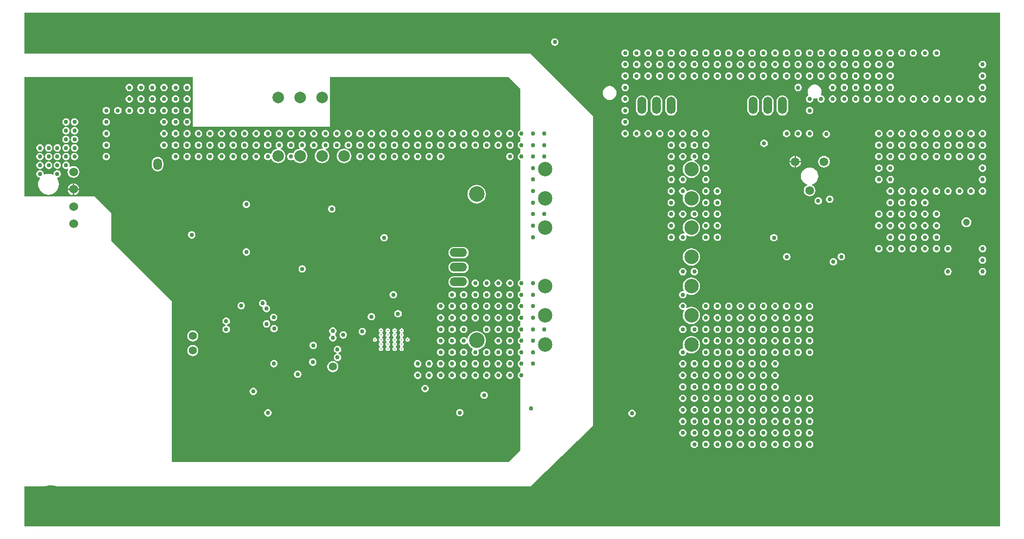
<source format=gbr>
%TF.GenerationSoftware,Altium Limited,Altium Designer,19.0.10 (269)*%
G04 Layer_Physical_Order=2*
G04 Layer_Color=36540*
%FSLAX26Y26*%
%MOIN*%
%TF.FileFunction,Copper,L2,Inr,Signal*%
%TF.Part,Single*%
G01*
G75*
%TA.AperFunction,Conductor*%
%ADD48C,0.010000*%
%TA.AperFunction,ComponentPad*%
%ADD55C,0.059055*%
%ADD56C,0.078740*%
%ADD57C,0.106299*%
%ADD58O,0.118110X0.059055*%
%ADD59C,0.060000*%
%ADD60C,0.055118*%
%ADD61C,0.007874*%
%ADD62O,0.059055X0.078740*%
%ADD63O,0.059055X0.118110*%
%ADD64C,0.098425*%
%TA.AperFunction,ViaPad*%
%ADD65C,0.030000*%
%ADD66C,0.023622*%
%ADD67C,0.047244*%
%ADD68C,0.196850*%
G36*
X1165354Y3088000D02*
X1165354Y2746999D01*
X2101000Y2747000D01*
Y3088000D01*
X3320956Y3088000D01*
X3401575Y3007381D01*
Y2724713D01*
X3399697Y2724339D01*
X3391427Y2718813D01*
X3385902Y2710544D01*
X3383961Y2700789D01*
X3385902Y2691035D01*
X3391427Y2682765D01*
X3399697Y2677240D01*
X3401575Y2676866D01*
Y2645972D01*
X3399697Y2645599D01*
X3391427Y2640073D01*
X3385902Y2631804D01*
X3383961Y2622049D01*
X3385902Y2612295D01*
X3391427Y2604025D01*
X3399697Y2598500D01*
X3401575Y2598126D01*
Y2567232D01*
X3399697Y2566858D01*
X3391427Y2561333D01*
X3385902Y2553064D01*
X3383961Y2543309D01*
X3385902Y2533555D01*
X3391427Y2525285D01*
X3399697Y2519760D01*
X3401575Y2519386D01*
Y1701090D01*
X3399697Y1700716D01*
X3391427Y1695191D01*
X3385902Y1686921D01*
X3383961Y1677167D01*
X3385902Y1667412D01*
X3391427Y1659143D01*
X3399697Y1653617D01*
X3401575Y1653244D01*
Y1622350D01*
X3399697Y1621976D01*
X3391427Y1616451D01*
X3385902Y1608181D01*
X3383961Y1598427D01*
X3385902Y1588672D01*
X3391427Y1580403D01*
X3399697Y1574877D01*
X3401575Y1574504D01*
Y1543610D01*
X3399697Y1543236D01*
X3391427Y1537710D01*
X3385902Y1529441D01*
X3383961Y1519686D01*
X3385902Y1509932D01*
X3391427Y1501662D01*
X3399697Y1496137D01*
X3401575Y1495763D01*
Y1464869D01*
X3399697Y1464496D01*
X3391427Y1458970D01*
X3385902Y1450701D01*
X3383961Y1440946D01*
X3385902Y1431192D01*
X3391427Y1422922D01*
X3399697Y1417397D01*
X3401575Y1417023D01*
Y1386129D01*
X3399697Y1385755D01*
X3391427Y1380230D01*
X3385902Y1371960D01*
X3383961Y1362206D01*
X3385902Y1352451D01*
X3391427Y1344182D01*
X3399697Y1338657D01*
X3401575Y1338283D01*
Y1307389D01*
X3399697Y1307015D01*
X3391427Y1301490D01*
X3385902Y1293220D01*
X3383961Y1283466D01*
X3385902Y1273711D01*
X3391427Y1265442D01*
X3399697Y1259916D01*
X3401575Y1259543D01*
Y1228649D01*
X3399697Y1228275D01*
X3391427Y1222750D01*
X3385902Y1214480D01*
X3383961Y1204726D01*
X3385902Y1194971D01*
X3391427Y1186702D01*
X3399697Y1181176D01*
X3401575Y1180803D01*
Y1149909D01*
X3399697Y1149535D01*
X3391427Y1144009D01*
X3385902Y1135740D01*
X3383961Y1125985D01*
X3385902Y1116231D01*
X3391427Y1107961D01*
X3399697Y1102436D01*
X3401575Y1102062D01*
Y1071168D01*
X3399697Y1070795D01*
X3391427Y1065269D01*
X3385902Y1057000D01*
X3383961Y1047245D01*
X3385902Y1037491D01*
X3391427Y1029221D01*
X3399697Y1023696D01*
X3401575Y1023322D01*
Y531496D01*
X3399697D01*
X3320956Y453000D01*
X1023622Y453000D01*
X1023622Y1555118D01*
X610236Y1968504D01*
Y2154967D01*
X495069Y2270133D01*
X374917D01*
X350394Y2271741D01*
X325870Y2270133D01*
X15294D01*
Y3088000D01*
X1165354Y3088000D01*
D02*
G37*
G36*
X6677619Y15294D02*
X15294D01*
Y288000D01*
X3473199Y288000D01*
X3897638Y700587D01*
X3897638Y2822362D01*
X3473000Y3247000D01*
X15294Y3247000D01*
Y3528013D01*
X6677619D01*
Y15294D01*
D02*
G37*
%LPC*%
G36*
X1125985Y3041240D02*
X1116231Y3039300D01*
X1107961Y3033774D01*
X1102436Y3025505D01*
X1100496Y3015750D01*
X1102436Y3005996D01*
X1107961Y2997726D01*
X1116231Y2992201D01*
X1125985Y2990260D01*
X1135740Y2992201D01*
X1144009Y2997726D01*
X1149535Y3005996D01*
X1151475Y3015750D01*
X1149535Y3025505D01*
X1144009Y3033774D01*
X1135740Y3039300D01*
X1125985Y3041240D01*
D02*
G37*
G36*
X1047245D02*
X1037491Y3039300D01*
X1029221Y3033774D01*
X1023696Y3025505D01*
X1021755Y3015750D01*
X1023696Y3005996D01*
X1029221Y2997726D01*
X1037491Y2992201D01*
X1047245Y2990260D01*
X1057000Y2992201D01*
X1065269Y2997726D01*
X1070795Y3005996D01*
X1072735Y3015750D01*
X1070795Y3025505D01*
X1065269Y3033774D01*
X1057000Y3039300D01*
X1047245Y3041240D01*
D02*
G37*
G36*
X968505D02*
X958750Y3039300D01*
X950481Y3033774D01*
X944956Y3025505D01*
X943015Y3015750D01*
X944956Y3005996D01*
X950481Y2997726D01*
X958750Y2992201D01*
X968505Y2990260D01*
X978260Y2992201D01*
X986529Y2997726D01*
X992054Y3005996D01*
X993995Y3015750D01*
X992054Y3025505D01*
X986529Y3033774D01*
X978260Y3039300D01*
X968505Y3041240D01*
D02*
G37*
G36*
X889765D02*
X880010Y3039300D01*
X871741Y3033774D01*
X866215Y3025505D01*
X864275Y3015750D01*
X866215Y3005996D01*
X871741Y2997726D01*
X880010Y2992201D01*
X889765Y2990260D01*
X899519Y2992201D01*
X907789Y2997726D01*
X913314Y3005996D01*
X915255Y3015750D01*
X913314Y3025505D01*
X907789Y3033774D01*
X899519Y3039300D01*
X889765Y3041240D01*
D02*
G37*
G36*
X811025D02*
X801270Y3039300D01*
X793001Y3033774D01*
X787475Y3025505D01*
X785535Y3015750D01*
X787475Y3005996D01*
X793001Y2997726D01*
X801270Y2992201D01*
X811025Y2990260D01*
X820779Y2992201D01*
X829049Y2997726D01*
X834574Y3005996D01*
X836514Y3015750D01*
X834574Y3025505D01*
X829049Y3033774D01*
X820779Y3039300D01*
X811025Y3041240D01*
D02*
G37*
G36*
X732284D02*
X722530Y3039300D01*
X714260Y3033774D01*
X708735Y3025505D01*
X706795Y3015750D01*
X708735Y3005996D01*
X714260Y2997726D01*
X722530Y2992201D01*
X732284Y2990260D01*
X742039Y2992201D01*
X750308Y2997726D01*
X755834Y3005996D01*
X757774Y3015750D01*
X755834Y3025505D01*
X750308Y3033774D01*
X742039Y3039300D01*
X732284Y3041240D01*
D02*
G37*
G36*
X1125985Y2962500D02*
X1116231Y2960559D01*
X1107961Y2955034D01*
X1102436Y2946765D01*
X1100496Y2937010D01*
X1102436Y2927256D01*
X1107961Y2918986D01*
X1116231Y2913461D01*
X1125985Y2911520D01*
X1135740Y2913461D01*
X1144009Y2918986D01*
X1149535Y2927256D01*
X1151475Y2937010D01*
X1149535Y2946765D01*
X1144009Y2955034D01*
X1135740Y2960559D01*
X1125985Y2962500D01*
D02*
G37*
G36*
X1047245D02*
X1037491Y2960559D01*
X1029221Y2955034D01*
X1023696Y2946765D01*
X1021755Y2937010D01*
X1023696Y2927256D01*
X1029221Y2918986D01*
X1037491Y2913461D01*
X1047245Y2911520D01*
X1057000Y2913461D01*
X1065269Y2918986D01*
X1070795Y2927256D01*
X1072735Y2937010D01*
X1070795Y2946765D01*
X1065269Y2955034D01*
X1057000Y2960559D01*
X1047245Y2962500D01*
D02*
G37*
G36*
X968505D02*
X958750Y2960559D01*
X950481Y2955034D01*
X944956Y2946765D01*
X943015Y2937010D01*
X944956Y2927256D01*
X950481Y2918986D01*
X958750Y2913461D01*
X968505Y2911520D01*
X978260Y2913461D01*
X986529Y2918986D01*
X992054Y2927256D01*
X993995Y2937010D01*
X992054Y2946765D01*
X986529Y2955034D01*
X978260Y2960559D01*
X968505Y2962500D01*
D02*
G37*
G36*
X889765D02*
X880010Y2960559D01*
X871741Y2955034D01*
X866215Y2946765D01*
X864275Y2937010D01*
X866215Y2927256D01*
X871741Y2918986D01*
X880010Y2913461D01*
X889765Y2911520D01*
X899519Y2913461D01*
X907789Y2918986D01*
X913314Y2927256D01*
X915255Y2937010D01*
X913314Y2946765D01*
X907789Y2955034D01*
X899519Y2960559D01*
X889765Y2962500D01*
D02*
G37*
G36*
X811025D02*
X801270Y2960559D01*
X793001Y2955034D01*
X787475Y2946765D01*
X785535Y2937010D01*
X787475Y2927256D01*
X793001Y2918986D01*
X801270Y2913461D01*
X811025Y2911520D01*
X820779Y2913461D01*
X829049Y2918986D01*
X834574Y2927256D01*
X836514Y2937010D01*
X834574Y2946765D01*
X829049Y2955034D01*
X820779Y2960559D01*
X811025Y2962500D01*
D02*
G37*
G36*
X732284D02*
X722530Y2960559D01*
X714260Y2955034D01*
X708735Y2946765D01*
X706795Y2937010D01*
X708735Y2927256D01*
X714260Y2918986D01*
X722530Y2913461D01*
X732284Y2911520D01*
X742039Y2913461D01*
X750308Y2918986D01*
X755834Y2927256D01*
X757774Y2937010D01*
X755834Y2946765D01*
X750308Y2955034D01*
X742039Y2960559D01*
X732284Y2962500D01*
D02*
G37*
G36*
X1125985Y2883760D02*
X1116231Y2881819D01*
X1107961Y2876294D01*
X1102436Y2868024D01*
X1100496Y2858270D01*
X1102436Y2848515D01*
X1107961Y2840246D01*
X1116231Y2834720D01*
X1125985Y2832780D01*
X1135740Y2834720D01*
X1144009Y2840246D01*
X1149535Y2848515D01*
X1151475Y2858270D01*
X1149535Y2868024D01*
X1144009Y2876294D01*
X1135740Y2881819D01*
X1125985Y2883760D01*
D02*
G37*
G36*
X1047245D02*
X1037491Y2881819D01*
X1029221Y2876294D01*
X1023696Y2868024D01*
X1021755Y2858270D01*
X1023696Y2848515D01*
X1029221Y2840246D01*
X1037491Y2834720D01*
X1047245Y2832780D01*
X1057000Y2834720D01*
X1065269Y2840246D01*
X1070795Y2848515D01*
X1072735Y2858270D01*
X1070795Y2868024D01*
X1065269Y2876294D01*
X1057000Y2881819D01*
X1047245Y2883760D01*
D02*
G37*
G36*
X968505D02*
X958750Y2881819D01*
X950481Y2876294D01*
X944956Y2868024D01*
X943015Y2858270D01*
X944956Y2848515D01*
X950481Y2840246D01*
X958750Y2834720D01*
X968505Y2832780D01*
X978260Y2834720D01*
X986529Y2840246D01*
X992054Y2848515D01*
X993995Y2858270D01*
X992054Y2868024D01*
X986529Y2876294D01*
X978260Y2881819D01*
X968505Y2883760D01*
D02*
G37*
G36*
X889765D02*
X880010Y2881819D01*
X871741Y2876294D01*
X866215Y2868024D01*
X864275Y2858270D01*
X866215Y2848515D01*
X871741Y2840246D01*
X880010Y2834720D01*
X889765Y2832780D01*
X899519Y2834720D01*
X907789Y2840246D01*
X913314Y2848515D01*
X915255Y2858270D01*
X913314Y2868024D01*
X907789Y2876294D01*
X899519Y2881819D01*
X889765Y2883760D01*
D02*
G37*
G36*
X811025D02*
X801270Y2881819D01*
X793001Y2876294D01*
X787475Y2868024D01*
X785535Y2858270D01*
X787475Y2848515D01*
X793001Y2840246D01*
X801270Y2834720D01*
X811025Y2832780D01*
X820779Y2834720D01*
X829049Y2840246D01*
X834574Y2848515D01*
X836514Y2858270D01*
X834574Y2868024D01*
X829049Y2876294D01*
X820779Y2881819D01*
X811025Y2883760D01*
D02*
G37*
G36*
X732284D02*
X722530Y2881819D01*
X714260Y2876294D01*
X708735Y2868024D01*
X706795Y2858270D01*
X708735Y2848515D01*
X714260Y2840246D01*
X722530Y2834720D01*
X732284Y2832780D01*
X742039Y2834720D01*
X750308Y2840246D01*
X755834Y2848515D01*
X757774Y2858270D01*
X755834Y2868024D01*
X750308Y2876294D01*
X742039Y2881819D01*
X732284Y2883760D01*
D02*
G37*
G36*
X653544D02*
X643790Y2881819D01*
X635520Y2876294D01*
X629995Y2868024D01*
X628054Y2858270D01*
X629995Y2848515D01*
X635520Y2840246D01*
X643790Y2834720D01*
X653544Y2832780D01*
X663299Y2834720D01*
X671568Y2840246D01*
X677094Y2848515D01*
X679034Y2858270D01*
X677094Y2868024D01*
X671568Y2876294D01*
X663299Y2881819D01*
X653544Y2883760D01*
D02*
G37*
G36*
X574804D02*
X565049Y2881819D01*
X556780Y2876294D01*
X551255Y2868024D01*
X549314Y2858270D01*
X551255Y2848515D01*
X556780Y2840246D01*
X565049Y2834720D01*
X574804Y2832780D01*
X584558Y2834720D01*
X592828Y2840246D01*
X598354Y2848515D01*
X600294Y2858270D01*
X598354Y2868024D01*
X592828Y2876294D01*
X584558Y2881819D01*
X574804Y2883760D01*
D02*
G37*
G36*
X1125985Y2805019D02*
X1116231Y2803079D01*
X1107961Y2797554D01*
X1102436Y2789284D01*
X1100496Y2779530D01*
X1102436Y2769775D01*
X1107961Y2761506D01*
X1116231Y2755980D01*
X1125985Y2754040D01*
X1135740Y2755980D01*
X1144009Y2761506D01*
X1149535Y2769775D01*
X1151475Y2779530D01*
X1149535Y2789284D01*
X1144009Y2797554D01*
X1135740Y2803079D01*
X1125985Y2805019D01*
D02*
G37*
G36*
X1047245D02*
X1037491Y2803079D01*
X1029221Y2797554D01*
X1023696Y2789284D01*
X1021755Y2779530D01*
X1023696Y2769775D01*
X1029221Y2761506D01*
X1037491Y2755980D01*
X1047245Y2754040D01*
X1057000Y2755980D01*
X1065269Y2761506D01*
X1070795Y2769775D01*
X1072735Y2779530D01*
X1070795Y2789284D01*
X1065269Y2797554D01*
X1057000Y2803079D01*
X1047245Y2805019D01*
D02*
G37*
G36*
X968505D02*
X958750Y2803079D01*
X950481Y2797554D01*
X944956Y2789284D01*
X943015Y2779530D01*
X944956Y2769775D01*
X950481Y2761506D01*
X958750Y2755980D01*
X968505Y2754040D01*
X978260Y2755980D01*
X986529Y2761506D01*
X992054Y2769775D01*
X993995Y2779530D01*
X992054Y2789284D01*
X986529Y2797554D01*
X978260Y2803079D01*
X968505Y2805019D01*
D02*
G37*
G36*
X574804D02*
X565049Y2803079D01*
X556780Y2797554D01*
X551255Y2789284D01*
X549314Y2779530D01*
X551255Y2769775D01*
X556780Y2761506D01*
X565049Y2755980D01*
X574804Y2754040D01*
X584558Y2755980D01*
X592828Y2761506D01*
X598354Y2769775D01*
X600294Y2779530D01*
X598354Y2789284D01*
X592828Y2797554D01*
X584558Y2803079D01*
X574804Y2805019D01*
D02*
G37*
G36*
X358267Y2805016D02*
X348513Y2803076D01*
X340243Y2797550D01*
X334718Y2789281D01*
X332777Y2779526D01*
X334718Y2769772D01*
X340243Y2761502D01*
X348513Y2755977D01*
X358267Y2754037D01*
X368022Y2755977D01*
X376291Y2761502D01*
X381817Y2769772D01*
X383757Y2779526D01*
X381817Y2789281D01*
X376291Y2797550D01*
X368022Y2803076D01*
X358267Y2805016D01*
D02*
G37*
G36*
X299212D02*
X289458Y2803076D01*
X281188Y2797550D01*
X275663Y2789281D01*
X273722Y2779526D01*
X275663Y2769772D01*
X281188Y2761502D01*
X289458Y2755977D01*
X299212Y2754037D01*
X308967Y2755977D01*
X317236Y2761502D01*
X322762Y2769772D01*
X324702Y2779526D01*
X322762Y2789281D01*
X317236Y2797550D01*
X308967Y2803076D01*
X299212Y2805016D01*
D02*
G37*
G36*
X358267Y2745961D02*
X348513Y2744021D01*
X340243Y2738495D01*
X334718Y2730226D01*
X332777Y2720471D01*
X334718Y2710717D01*
X340243Y2702447D01*
X348513Y2696922D01*
X358267Y2694981D01*
X368022Y2696922D01*
X376291Y2702447D01*
X381817Y2710717D01*
X383757Y2720471D01*
X381817Y2730226D01*
X376291Y2738495D01*
X368022Y2744021D01*
X358267Y2745961D01*
D02*
G37*
G36*
X299212D02*
X289458Y2744021D01*
X281188Y2738495D01*
X275663Y2730226D01*
X273722Y2720471D01*
X275663Y2710717D01*
X281188Y2702447D01*
X289458Y2696922D01*
X299212Y2694981D01*
X308967Y2696922D01*
X317236Y2702447D01*
X322762Y2710717D01*
X324702Y2720471D01*
X322762Y2730226D01*
X317236Y2738495D01*
X308967Y2744021D01*
X299212Y2745961D01*
D02*
G37*
G36*
X3330711Y2726279D02*
X3320956Y2724339D01*
X3312687Y2718813D01*
X3307162Y2710544D01*
X3305221Y2700789D01*
X3307162Y2691035D01*
X3312687Y2682765D01*
X3320956Y2677240D01*
X3330711Y2675300D01*
X3340465Y2677240D01*
X3348735Y2682765D01*
X3354260Y2691035D01*
X3356201Y2700789D01*
X3354260Y2710544D01*
X3348735Y2718813D01*
X3340465Y2724339D01*
X3330711Y2726279D01*
D02*
G37*
G36*
X3251971D02*
X3242216Y2724339D01*
X3233947Y2718813D01*
X3228421Y2710544D01*
X3226481Y2700789D01*
X3228421Y2691035D01*
X3233947Y2682765D01*
X3242216Y2677240D01*
X3251971Y2675300D01*
X3261725Y2677240D01*
X3269995Y2682765D01*
X3275520Y2691035D01*
X3277461Y2700789D01*
X3275520Y2710544D01*
X3269995Y2718813D01*
X3261725Y2724339D01*
X3251971Y2726279D01*
D02*
G37*
G36*
X3173231D02*
X3163476Y2724339D01*
X3155207Y2718813D01*
X3149681Y2710544D01*
X3147741Y2700789D01*
X3149681Y2691035D01*
X3155207Y2682765D01*
X3163476Y2677240D01*
X3173231Y2675300D01*
X3182985Y2677240D01*
X3191255Y2682765D01*
X3196780Y2691035D01*
X3198720Y2700789D01*
X3196780Y2710544D01*
X3191255Y2718813D01*
X3182985Y2724339D01*
X3173231Y2726279D01*
D02*
G37*
G36*
X3094490D02*
X3084736Y2724339D01*
X3076466Y2718813D01*
X3070941Y2710544D01*
X3069001Y2700789D01*
X3070941Y2691035D01*
X3076466Y2682765D01*
X3084736Y2677240D01*
X3094490Y2675300D01*
X3104245Y2677240D01*
X3112514Y2682765D01*
X3118040Y2691035D01*
X3119980Y2700789D01*
X3118040Y2710544D01*
X3112514Y2718813D01*
X3104245Y2724339D01*
X3094490Y2726279D01*
D02*
G37*
G36*
X3015750D02*
X3005996Y2724339D01*
X2997726Y2718813D01*
X2992201Y2710544D01*
X2990260Y2700789D01*
X2992201Y2691035D01*
X2997726Y2682765D01*
X3005996Y2677240D01*
X3015750Y2675300D01*
X3025505Y2677240D01*
X3033774Y2682765D01*
X3039300Y2691035D01*
X3041240Y2700789D01*
X3039300Y2710544D01*
X3033774Y2718813D01*
X3025505Y2724339D01*
X3015750Y2726279D01*
D02*
G37*
G36*
X2937010D02*
X2927256Y2724339D01*
X2918986Y2718813D01*
X2913461Y2710544D01*
X2911520Y2700789D01*
X2913461Y2691035D01*
X2918986Y2682765D01*
X2927256Y2677240D01*
X2937010Y2675300D01*
X2946765Y2677240D01*
X2955034Y2682765D01*
X2960559Y2691035D01*
X2962500Y2700789D01*
X2960559Y2710544D01*
X2955034Y2718813D01*
X2946765Y2724339D01*
X2937010Y2726279D01*
D02*
G37*
G36*
X2858270D02*
X2848515Y2724339D01*
X2840246Y2718813D01*
X2834720Y2710544D01*
X2832780Y2700789D01*
X2834720Y2691035D01*
X2840246Y2682765D01*
X2848515Y2677240D01*
X2858270Y2675300D01*
X2868024Y2677240D01*
X2876294Y2682765D01*
X2881819Y2691035D01*
X2883760Y2700789D01*
X2881819Y2710544D01*
X2876294Y2718813D01*
X2868024Y2724339D01*
X2858270Y2726279D01*
D02*
G37*
G36*
X2779530D02*
X2769775Y2724339D01*
X2761506Y2718813D01*
X2755980Y2710544D01*
X2754040Y2700789D01*
X2755980Y2691035D01*
X2761506Y2682765D01*
X2769775Y2677240D01*
X2779530Y2675300D01*
X2789284Y2677240D01*
X2797554Y2682765D01*
X2803079Y2691035D01*
X2805019Y2700789D01*
X2803079Y2710544D01*
X2797554Y2718813D01*
X2789284Y2724339D01*
X2779530Y2726279D01*
D02*
G37*
G36*
X2700789D02*
X2691035Y2724339D01*
X2682765Y2718813D01*
X2677240Y2710544D01*
X2675300Y2700789D01*
X2677240Y2691035D01*
X2682765Y2682765D01*
X2691035Y2677240D01*
X2700789Y2675300D01*
X2710544Y2677240D01*
X2718813Y2682765D01*
X2724339Y2691035D01*
X2726279Y2700789D01*
X2724339Y2710544D01*
X2718813Y2718813D01*
X2710544Y2724339D01*
X2700789Y2726279D01*
D02*
G37*
G36*
X2622049D02*
X2612295Y2724339D01*
X2604025Y2718813D01*
X2598500Y2710544D01*
X2596559Y2700789D01*
X2598500Y2691035D01*
X2604025Y2682765D01*
X2612295Y2677240D01*
X2622049Y2675300D01*
X2631804Y2677240D01*
X2640073Y2682765D01*
X2645599Y2691035D01*
X2647539Y2700789D01*
X2645599Y2710544D01*
X2640073Y2718813D01*
X2631804Y2724339D01*
X2622049Y2726279D01*
D02*
G37*
G36*
X2543309D02*
X2533555Y2724339D01*
X2525285Y2718813D01*
X2519760Y2710544D01*
X2517819Y2700789D01*
X2519760Y2691035D01*
X2525285Y2682765D01*
X2533555Y2677240D01*
X2543309Y2675300D01*
X2553064Y2677240D01*
X2561333Y2682765D01*
X2566858Y2691035D01*
X2568799Y2700789D01*
X2566858Y2710544D01*
X2561333Y2718813D01*
X2553064Y2724339D01*
X2543309Y2726279D01*
D02*
G37*
G36*
X2464569D02*
X2454814Y2724339D01*
X2446545Y2718813D01*
X2441019Y2710544D01*
X2439079Y2700789D01*
X2441019Y2691035D01*
X2446545Y2682765D01*
X2454814Y2677240D01*
X2464569Y2675300D01*
X2474323Y2677240D01*
X2482593Y2682765D01*
X2488118Y2691035D01*
X2490059Y2700789D01*
X2488118Y2710544D01*
X2482593Y2718813D01*
X2474323Y2724339D01*
X2464569Y2726279D01*
D02*
G37*
G36*
X2385829D02*
X2376074Y2724339D01*
X2367805Y2718813D01*
X2362279Y2710544D01*
X2360339Y2700789D01*
X2362279Y2691035D01*
X2367805Y2682765D01*
X2376074Y2677240D01*
X2385829Y2675300D01*
X2395583Y2677240D01*
X2403853Y2682765D01*
X2409378Y2691035D01*
X2411318Y2700789D01*
X2409378Y2710544D01*
X2403853Y2718813D01*
X2395583Y2724339D01*
X2385829Y2726279D01*
D02*
G37*
G36*
X2307088D02*
X2297334Y2724339D01*
X2289064Y2718813D01*
X2283539Y2710544D01*
X2281599Y2700789D01*
X2283539Y2691035D01*
X2289064Y2682765D01*
X2297334Y2677240D01*
X2307088Y2675300D01*
X2316843Y2677240D01*
X2325112Y2682765D01*
X2330638Y2691035D01*
X2332578Y2700789D01*
X2330638Y2710544D01*
X2325112Y2718813D01*
X2316843Y2724339D01*
X2307088Y2726279D01*
D02*
G37*
G36*
X2228348D02*
X2218594Y2724339D01*
X2210324Y2718813D01*
X2204799Y2710544D01*
X2202858Y2700789D01*
X2204799Y2691035D01*
X2210324Y2682765D01*
X2218594Y2677240D01*
X2228348Y2675300D01*
X2238103Y2677240D01*
X2246372Y2682765D01*
X2251898Y2691035D01*
X2253838Y2700789D01*
X2251898Y2710544D01*
X2246372Y2718813D01*
X2238103Y2724339D01*
X2228348Y2726279D01*
D02*
G37*
G36*
X2149608D02*
X2139854Y2724339D01*
X2131584Y2718813D01*
X2126059Y2710544D01*
X2124118Y2700789D01*
X2126059Y2691035D01*
X2131584Y2682765D01*
X2139854Y2677240D01*
X2149608Y2675300D01*
X2159363Y2677240D01*
X2167632Y2682765D01*
X2173157Y2691035D01*
X2175098Y2700789D01*
X2173157Y2710544D01*
X2167632Y2718813D01*
X2159363Y2724339D01*
X2149608Y2726279D01*
D02*
G37*
G36*
X2070868D02*
X2061113Y2724339D01*
X2052844Y2718813D01*
X2047318Y2710544D01*
X2045378Y2700789D01*
X2047318Y2691035D01*
X2052844Y2682765D01*
X2061113Y2677240D01*
X2070868Y2675300D01*
X2080622Y2677240D01*
X2088892Y2682765D01*
X2094417Y2691035D01*
X2096358Y2700789D01*
X2094417Y2710544D01*
X2088892Y2718813D01*
X2080622Y2724339D01*
X2070868Y2726279D01*
D02*
G37*
G36*
X1992128D02*
X1982373Y2724339D01*
X1974104Y2718813D01*
X1968578Y2710544D01*
X1966638Y2700789D01*
X1968578Y2691035D01*
X1974104Y2682765D01*
X1982373Y2677240D01*
X1992128Y2675300D01*
X2001882Y2677240D01*
X2010152Y2682765D01*
X2015677Y2691035D01*
X2017617Y2700789D01*
X2015677Y2710544D01*
X2010152Y2718813D01*
X2001882Y2724339D01*
X1992128Y2726279D01*
D02*
G37*
G36*
X1913387D02*
X1903633Y2724339D01*
X1895363Y2718813D01*
X1889838Y2710544D01*
X1887898Y2700789D01*
X1889838Y2691035D01*
X1895363Y2682765D01*
X1903633Y2677240D01*
X1913387Y2675300D01*
X1923142Y2677240D01*
X1931411Y2682765D01*
X1936937Y2691035D01*
X1938877Y2700789D01*
X1936937Y2710544D01*
X1931411Y2718813D01*
X1923142Y2724339D01*
X1913387Y2726279D01*
D02*
G37*
G36*
X1834647D02*
X1824893Y2724339D01*
X1816623Y2718813D01*
X1811098Y2710544D01*
X1809157Y2700789D01*
X1811098Y2691035D01*
X1816623Y2682765D01*
X1824893Y2677240D01*
X1834647Y2675300D01*
X1844402Y2677240D01*
X1852671Y2682765D01*
X1858197Y2691035D01*
X1860137Y2700789D01*
X1858197Y2710544D01*
X1852671Y2718813D01*
X1844402Y2724339D01*
X1834647Y2726279D01*
D02*
G37*
G36*
X1755907D02*
X1746152Y2724339D01*
X1737883Y2718813D01*
X1732358Y2710544D01*
X1730417Y2700789D01*
X1732358Y2691035D01*
X1737883Y2682765D01*
X1746152Y2677240D01*
X1755907Y2675300D01*
X1765661Y2677240D01*
X1773931Y2682765D01*
X1779457Y2691035D01*
X1781397Y2700789D01*
X1779457Y2710544D01*
X1773931Y2718813D01*
X1765661Y2724339D01*
X1755907Y2726279D01*
D02*
G37*
G36*
X1677167D02*
X1667412Y2724339D01*
X1659143Y2718813D01*
X1653617Y2710544D01*
X1651677Y2700789D01*
X1653617Y2691035D01*
X1659143Y2682765D01*
X1667412Y2677240D01*
X1677167Y2675300D01*
X1686921Y2677240D01*
X1695191Y2682765D01*
X1700716Y2691035D01*
X1702657Y2700789D01*
X1700716Y2710544D01*
X1695191Y2718813D01*
X1686921Y2724339D01*
X1677167Y2726279D01*
D02*
G37*
G36*
X1598427D02*
X1588672Y2724339D01*
X1580403Y2718813D01*
X1574877Y2710544D01*
X1572937Y2700789D01*
X1574877Y2691035D01*
X1580403Y2682765D01*
X1588672Y2677240D01*
X1598427Y2675300D01*
X1608181Y2677240D01*
X1616451Y2682765D01*
X1621976Y2691035D01*
X1623916Y2700789D01*
X1621976Y2710544D01*
X1616451Y2718813D01*
X1608181Y2724339D01*
X1598427Y2726279D01*
D02*
G37*
G36*
X1519686D02*
X1509932Y2724339D01*
X1501662Y2718813D01*
X1496137Y2710544D01*
X1494197Y2700789D01*
X1496137Y2691035D01*
X1501662Y2682765D01*
X1509932Y2677240D01*
X1519686Y2675300D01*
X1529441Y2677240D01*
X1537710Y2682765D01*
X1543236Y2691035D01*
X1545176Y2700789D01*
X1543236Y2710544D01*
X1537710Y2718813D01*
X1529441Y2724339D01*
X1519686Y2726279D01*
D02*
G37*
G36*
X1440946D02*
X1431192Y2724339D01*
X1422922Y2718813D01*
X1417397Y2710544D01*
X1415456Y2700789D01*
X1417397Y2691035D01*
X1422922Y2682765D01*
X1431192Y2677240D01*
X1440946Y2675300D01*
X1450701Y2677240D01*
X1458970Y2682765D01*
X1464496Y2691035D01*
X1466436Y2700789D01*
X1464496Y2710544D01*
X1458970Y2718813D01*
X1450701Y2724339D01*
X1440946Y2726279D01*
D02*
G37*
G36*
X1362206D02*
X1352451Y2724339D01*
X1344182Y2718813D01*
X1338657Y2710544D01*
X1336716Y2700789D01*
X1338657Y2691035D01*
X1344182Y2682765D01*
X1352451Y2677240D01*
X1362206Y2675300D01*
X1371960Y2677240D01*
X1380230Y2682765D01*
X1385755Y2691035D01*
X1387696Y2700789D01*
X1385755Y2710544D01*
X1380230Y2718813D01*
X1371960Y2724339D01*
X1362206Y2726279D01*
D02*
G37*
G36*
X1283466D02*
X1273711Y2724339D01*
X1265442Y2718813D01*
X1259916Y2710544D01*
X1257976Y2700789D01*
X1259916Y2691035D01*
X1265442Y2682765D01*
X1273711Y2677240D01*
X1283466Y2675300D01*
X1293220Y2677240D01*
X1301490Y2682765D01*
X1307015Y2691035D01*
X1308956Y2700789D01*
X1307015Y2710544D01*
X1301490Y2718813D01*
X1293220Y2724339D01*
X1283466Y2726279D01*
D02*
G37*
G36*
X1204726D02*
X1194971Y2724339D01*
X1186702Y2718813D01*
X1181176Y2710544D01*
X1179236Y2700789D01*
X1181176Y2691035D01*
X1186702Y2682765D01*
X1194971Y2677240D01*
X1204726Y2675300D01*
X1214480Y2677240D01*
X1222750Y2682765D01*
X1228275Y2691035D01*
X1230215Y2700789D01*
X1228275Y2710544D01*
X1222750Y2718813D01*
X1214480Y2724339D01*
X1204726Y2726279D01*
D02*
G37*
G36*
X1125985D02*
X1116231Y2724339D01*
X1107961Y2718813D01*
X1102436Y2710544D01*
X1100496Y2700789D01*
X1102436Y2691035D01*
X1107961Y2682765D01*
X1116231Y2677240D01*
X1125985Y2675300D01*
X1135740Y2677240D01*
X1144009Y2682765D01*
X1149535Y2691035D01*
X1151475Y2700789D01*
X1149535Y2710544D01*
X1144009Y2718813D01*
X1135740Y2724339D01*
X1125985Y2726279D01*
D02*
G37*
G36*
X1047245D02*
X1037491Y2724339D01*
X1029221Y2718813D01*
X1023696Y2710544D01*
X1021755Y2700789D01*
X1023696Y2691035D01*
X1029221Y2682765D01*
X1037491Y2677240D01*
X1047245Y2675300D01*
X1057000Y2677240D01*
X1065269Y2682765D01*
X1070795Y2691035D01*
X1072735Y2700789D01*
X1070795Y2710544D01*
X1065269Y2718813D01*
X1057000Y2724339D01*
X1047245Y2726279D01*
D02*
G37*
G36*
X968505D02*
X958750Y2724339D01*
X950481Y2718813D01*
X944956Y2710544D01*
X943015Y2700789D01*
X944956Y2691035D01*
X950481Y2682765D01*
X958750Y2677240D01*
X968505Y2675300D01*
X978260Y2677240D01*
X986529Y2682765D01*
X992054Y2691035D01*
X993995Y2700789D01*
X992054Y2710544D01*
X986529Y2718813D01*
X978260Y2724339D01*
X968505Y2726279D01*
D02*
G37*
G36*
X574804D02*
X565049Y2724339D01*
X556780Y2718813D01*
X551255Y2710544D01*
X549314Y2700789D01*
X551255Y2691035D01*
X556780Y2682765D01*
X565049Y2677240D01*
X574804Y2675300D01*
X584558Y2677240D01*
X592828Y2682765D01*
X598354Y2691035D01*
X600294Y2700789D01*
X598354Y2710544D01*
X592828Y2718813D01*
X584558Y2724339D01*
X574804Y2726279D01*
D02*
G37*
G36*
X358267Y2686906D02*
X348513Y2684966D01*
X340243Y2679440D01*
X334718Y2671171D01*
X332777Y2661416D01*
X334718Y2651662D01*
X340243Y2643392D01*
X348513Y2637867D01*
X358267Y2635926D01*
X368022Y2637867D01*
X376291Y2643392D01*
X381817Y2651662D01*
X383757Y2661416D01*
X381817Y2671171D01*
X376291Y2679440D01*
X368022Y2684966D01*
X358267Y2686906D01*
D02*
G37*
G36*
X299212D02*
X289458Y2684966D01*
X281188Y2679440D01*
X275663Y2671171D01*
X273722Y2661416D01*
X275663Y2651662D01*
X281188Y2643392D01*
X289458Y2637867D01*
X299212Y2635926D01*
X308967Y2637867D01*
X317236Y2643392D01*
X322762Y2651662D01*
X324702Y2661416D01*
X322762Y2671171D01*
X317236Y2679440D01*
X308967Y2684966D01*
X299212Y2686906D01*
D02*
G37*
G36*
X3330711Y2647539D02*
X3320956Y2645599D01*
X3312687Y2640073D01*
X3307162Y2631804D01*
X3305221Y2622049D01*
X3307162Y2612295D01*
X3312687Y2604025D01*
X3320956Y2598500D01*
X3330711Y2596559D01*
X3340465Y2598500D01*
X3348735Y2604025D01*
X3354260Y2612295D01*
X3356201Y2622049D01*
X3354260Y2631804D01*
X3348735Y2640073D01*
X3340465Y2645599D01*
X3330711Y2647539D01*
D02*
G37*
G36*
X3251971D02*
X3242216Y2645599D01*
X3233947Y2640073D01*
X3228421Y2631804D01*
X3226481Y2622049D01*
X3228421Y2612295D01*
X3233947Y2604025D01*
X3242216Y2598500D01*
X3251971Y2596559D01*
X3261725Y2598500D01*
X3269995Y2604025D01*
X3275520Y2612295D01*
X3277461Y2622049D01*
X3275520Y2631804D01*
X3269995Y2640073D01*
X3261725Y2645599D01*
X3251971Y2647539D01*
D02*
G37*
G36*
X3173231D02*
X3163476Y2645599D01*
X3155207Y2640073D01*
X3149681Y2631804D01*
X3147741Y2622049D01*
X3149681Y2612295D01*
X3155207Y2604025D01*
X3163476Y2598500D01*
X3173231Y2596559D01*
X3182985Y2598500D01*
X3191255Y2604025D01*
X3196780Y2612295D01*
X3198720Y2622049D01*
X3196780Y2631804D01*
X3191255Y2640073D01*
X3182985Y2645599D01*
X3173231Y2647539D01*
D02*
G37*
G36*
X3094490D02*
X3084736Y2645599D01*
X3076466Y2640073D01*
X3070941Y2631804D01*
X3069001Y2622049D01*
X3070941Y2612295D01*
X3076466Y2604025D01*
X3084736Y2598500D01*
X3094490Y2596559D01*
X3104245Y2598500D01*
X3112514Y2604025D01*
X3118040Y2612295D01*
X3119980Y2622049D01*
X3118040Y2631804D01*
X3112514Y2640073D01*
X3104245Y2645599D01*
X3094490Y2647539D01*
D02*
G37*
G36*
X3015750D02*
X3005996Y2645599D01*
X2997726Y2640073D01*
X2992201Y2631804D01*
X2990260Y2622049D01*
X2992201Y2612295D01*
X2997726Y2604025D01*
X3005996Y2598500D01*
X3015750Y2596559D01*
X3025505Y2598500D01*
X3033774Y2604025D01*
X3039300Y2612295D01*
X3041240Y2622049D01*
X3039300Y2631804D01*
X3033774Y2640073D01*
X3025505Y2645599D01*
X3015750Y2647539D01*
D02*
G37*
G36*
X2937010D02*
X2927256Y2645599D01*
X2918986Y2640073D01*
X2913461Y2631804D01*
X2911520Y2622049D01*
X2913461Y2612295D01*
X2918986Y2604025D01*
X2927256Y2598500D01*
X2937010Y2596559D01*
X2946765Y2598500D01*
X2955034Y2604025D01*
X2960559Y2612295D01*
X2962500Y2622049D01*
X2960559Y2631804D01*
X2955034Y2640073D01*
X2946765Y2645599D01*
X2937010Y2647539D01*
D02*
G37*
G36*
X2858270D02*
X2848515Y2645599D01*
X2840246Y2640073D01*
X2834720Y2631804D01*
X2832780Y2622049D01*
X2834720Y2612295D01*
X2840246Y2604025D01*
X2848515Y2598500D01*
X2858270Y2596559D01*
X2868024Y2598500D01*
X2876294Y2604025D01*
X2881819Y2612295D01*
X2883760Y2622049D01*
X2881819Y2631804D01*
X2876294Y2640073D01*
X2868024Y2645599D01*
X2858270Y2647539D01*
D02*
G37*
G36*
X2779530D02*
X2769775Y2645599D01*
X2761506Y2640073D01*
X2755980Y2631804D01*
X2754040Y2622049D01*
X2755980Y2612295D01*
X2761506Y2604025D01*
X2769775Y2598500D01*
X2779530Y2596559D01*
X2789284Y2598500D01*
X2797554Y2604025D01*
X2803079Y2612295D01*
X2805019Y2622049D01*
X2803079Y2631804D01*
X2797554Y2640073D01*
X2789284Y2645599D01*
X2779530Y2647539D01*
D02*
G37*
G36*
X2700789D02*
X2691035Y2645599D01*
X2682765Y2640073D01*
X2677240Y2631804D01*
X2675300Y2622049D01*
X2677240Y2612295D01*
X2682765Y2604025D01*
X2691035Y2598500D01*
X2700789Y2596559D01*
X2710544Y2598500D01*
X2718813Y2604025D01*
X2724339Y2612295D01*
X2726279Y2622049D01*
X2724339Y2631804D01*
X2718813Y2640073D01*
X2710544Y2645599D01*
X2700789Y2647539D01*
D02*
G37*
G36*
X2622049D02*
X2612295Y2645599D01*
X2604025Y2640073D01*
X2598500Y2631804D01*
X2596559Y2622049D01*
X2598500Y2612295D01*
X2604025Y2604025D01*
X2612295Y2598500D01*
X2622049Y2596559D01*
X2631804Y2598500D01*
X2640073Y2604025D01*
X2645599Y2612295D01*
X2647539Y2622049D01*
X2645599Y2631804D01*
X2640073Y2640073D01*
X2631804Y2645599D01*
X2622049Y2647539D01*
D02*
G37*
G36*
X2543309D02*
X2533555Y2645599D01*
X2525285Y2640073D01*
X2519760Y2631804D01*
X2517819Y2622049D01*
X2519760Y2612295D01*
X2525285Y2604025D01*
X2533555Y2598500D01*
X2543309Y2596559D01*
X2553064Y2598500D01*
X2561333Y2604025D01*
X2566858Y2612295D01*
X2568799Y2622049D01*
X2566858Y2631804D01*
X2561333Y2640073D01*
X2553064Y2645599D01*
X2543309Y2647539D01*
D02*
G37*
G36*
X2464569D02*
X2454814Y2645599D01*
X2446545Y2640073D01*
X2441019Y2631804D01*
X2439079Y2622049D01*
X2441019Y2612295D01*
X2446545Y2604025D01*
X2454814Y2598500D01*
X2464569Y2596559D01*
X2474323Y2598500D01*
X2482593Y2604025D01*
X2488118Y2612295D01*
X2490059Y2622049D01*
X2488118Y2631804D01*
X2482593Y2640073D01*
X2474323Y2645599D01*
X2464569Y2647539D01*
D02*
G37*
G36*
X2385829D02*
X2376074Y2645599D01*
X2367805Y2640073D01*
X2362279Y2631804D01*
X2360339Y2622049D01*
X2362279Y2612295D01*
X2367805Y2604025D01*
X2376074Y2598500D01*
X2385829Y2596559D01*
X2395583Y2598500D01*
X2403853Y2604025D01*
X2409378Y2612295D01*
X2411318Y2622049D01*
X2409378Y2631804D01*
X2403853Y2640073D01*
X2395583Y2645599D01*
X2385829Y2647539D01*
D02*
G37*
G36*
X2307088D02*
X2297334Y2645599D01*
X2289064Y2640073D01*
X2283539Y2631804D01*
X2281599Y2622049D01*
X2283539Y2612295D01*
X2289064Y2604025D01*
X2297334Y2598500D01*
X2307088Y2596559D01*
X2316843Y2598500D01*
X2325112Y2604025D01*
X2330638Y2612295D01*
X2332578Y2622049D01*
X2330638Y2631804D01*
X2325112Y2640073D01*
X2316843Y2645599D01*
X2307088Y2647539D01*
D02*
G37*
G36*
X2228348D02*
X2218594Y2645599D01*
X2210324Y2640073D01*
X2204799Y2631804D01*
X2202858Y2622049D01*
X2204799Y2612295D01*
X2210324Y2604025D01*
X2218594Y2598500D01*
X2228348Y2596559D01*
X2238103Y2598500D01*
X2246372Y2604025D01*
X2251898Y2612295D01*
X2253838Y2622049D01*
X2251898Y2631804D01*
X2246372Y2640073D01*
X2238103Y2645599D01*
X2228348Y2647539D01*
D02*
G37*
G36*
X2149608D02*
X2139854Y2645599D01*
X2131584Y2640073D01*
X2126059Y2631804D01*
X2124118Y2622049D01*
X2126059Y2612295D01*
X2131584Y2604025D01*
X2139854Y2598500D01*
X2149608Y2596559D01*
X2159363Y2598500D01*
X2167632Y2604025D01*
X2173157Y2612295D01*
X2175098Y2622049D01*
X2173157Y2631804D01*
X2167632Y2640073D01*
X2159363Y2645599D01*
X2149608Y2647539D01*
D02*
G37*
G36*
X1992128D02*
X1982373Y2645599D01*
X1974104Y2640073D01*
X1968578Y2631804D01*
X1966638Y2622049D01*
X1968578Y2612295D01*
X1974104Y2604025D01*
X1982373Y2598500D01*
X1992128Y2596559D01*
X2001882Y2598500D01*
X2010152Y2604025D01*
X2015677Y2612295D01*
X2017617Y2622049D01*
X2015677Y2631804D01*
X2010152Y2640073D01*
X2001882Y2645599D01*
X1992128Y2647539D01*
D02*
G37*
G36*
X1834647D02*
X1824893Y2645599D01*
X1816623Y2640073D01*
X1811098Y2631804D01*
X1809157Y2622049D01*
X1811098Y2612295D01*
X1816623Y2604025D01*
X1824893Y2598500D01*
X1834647Y2596559D01*
X1844402Y2598500D01*
X1852671Y2604025D01*
X1858197Y2612295D01*
X1860137Y2622049D01*
X1858197Y2631804D01*
X1852671Y2640073D01*
X1844402Y2645599D01*
X1834647Y2647539D01*
D02*
G37*
G36*
X1677167D02*
X1667412Y2645599D01*
X1659143Y2640073D01*
X1653617Y2631804D01*
X1651677Y2622049D01*
X1653617Y2612295D01*
X1659143Y2604025D01*
X1667412Y2598500D01*
X1677167Y2596559D01*
X1686921Y2598500D01*
X1695191Y2604025D01*
X1700716Y2612295D01*
X1702657Y2622049D01*
X1700716Y2631804D01*
X1695191Y2640073D01*
X1686921Y2645599D01*
X1677167Y2647539D01*
D02*
G37*
G36*
X1598427D02*
X1588672Y2645599D01*
X1580403Y2640073D01*
X1574877Y2631804D01*
X1572937Y2622049D01*
X1574877Y2612295D01*
X1580403Y2604025D01*
X1588672Y2598500D01*
X1598427Y2596559D01*
X1608181Y2598500D01*
X1616451Y2604025D01*
X1621976Y2612295D01*
X1623916Y2622049D01*
X1621976Y2631804D01*
X1616451Y2640073D01*
X1608181Y2645599D01*
X1598427Y2647539D01*
D02*
G37*
G36*
X1519686D02*
X1509932Y2645599D01*
X1501662Y2640073D01*
X1496137Y2631804D01*
X1494197Y2622049D01*
X1496137Y2612295D01*
X1501662Y2604025D01*
X1509932Y2598500D01*
X1519686Y2596559D01*
X1529441Y2598500D01*
X1537710Y2604025D01*
X1543236Y2612295D01*
X1545176Y2622049D01*
X1543236Y2631804D01*
X1537710Y2640073D01*
X1529441Y2645599D01*
X1519686Y2647539D01*
D02*
G37*
G36*
X1440946D02*
X1431192Y2645599D01*
X1422922Y2640073D01*
X1417397Y2631804D01*
X1415456Y2622049D01*
X1417397Y2612295D01*
X1422922Y2604025D01*
X1431192Y2598500D01*
X1440946Y2596559D01*
X1450701Y2598500D01*
X1458970Y2604025D01*
X1464496Y2612295D01*
X1466436Y2622049D01*
X1464496Y2631804D01*
X1458970Y2640073D01*
X1450701Y2645599D01*
X1440946Y2647539D01*
D02*
G37*
G36*
X1362206D02*
X1352451Y2645599D01*
X1344182Y2640073D01*
X1338657Y2631804D01*
X1336716Y2622049D01*
X1338657Y2612295D01*
X1344182Y2604025D01*
X1352451Y2598500D01*
X1362206Y2596559D01*
X1371960Y2598500D01*
X1380230Y2604025D01*
X1385755Y2612295D01*
X1387696Y2622049D01*
X1385755Y2631804D01*
X1380230Y2640073D01*
X1371960Y2645599D01*
X1362206Y2647539D01*
D02*
G37*
G36*
X1283466D02*
X1273711Y2645599D01*
X1265442Y2640073D01*
X1259916Y2631804D01*
X1257976Y2622049D01*
X1259916Y2612295D01*
X1265442Y2604025D01*
X1273711Y2598500D01*
X1283466Y2596559D01*
X1293220Y2598500D01*
X1301490Y2604025D01*
X1307015Y2612295D01*
X1308956Y2622049D01*
X1307015Y2631804D01*
X1301490Y2640073D01*
X1293220Y2645599D01*
X1283466Y2647539D01*
D02*
G37*
G36*
X1204726D02*
X1194971Y2645599D01*
X1186702Y2640073D01*
X1181176Y2631804D01*
X1179236Y2622049D01*
X1181176Y2612295D01*
X1186702Y2604025D01*
X1194971Y2598500D01*
X1204726Y2596559D01*
X1214480Y2598500D01*
X1222750Y2604025D01*
X1228275Y2612295D01*
X1230215Y2622049D01*
X1228275Y2631804D01*
X1222750Y2640073D01*
X1214480Y2645599D01*
X1204726Y2647539D01*
D02*
G37*
G36*
X1125985D02*
X1116231Y2645599D01*
X1107961Y2640073D01*
X1102436Y2631804D01*
X1100496Y2622049D01*
X1102436Y2612295D01*
X1107961Y2604025D01*
X1116231Y2598500D01*
X1125985Y2596559D01*
X1135740Y2598500D01*
X1144009Y2604025D01*
X1149535Y2612295D01*
X1151475Y2622049D01*
X1149535Y2631804D01*
X1144009Y2640073D01*
X1135740Y2645599D01*
X1125985Y2647539D01*
D02*
G37*
G36*
X1047245D02*
X1037491Y2645599D01*
X1029221Y2640073D01*
X1023696Y2631804D01*
X1021755Y2622049D01*
X1023696Y2612295D01*
X1029221Y2604025D01*
X1037491Y2598500D01*
X1047245Y2596559D01*
X1057000Y2598500D01*
X1065269Y2604025D01*
X1070795Y2612295D01*
X1072735Y2622049D01*
X1070795Y2631804D01*
X1065269Y2640073D01*
X1057000Y2645599D01*
X1047245Y2647539D01*
D02*
G37*
G36*
X968505D02*
X958750Y2645599D01*
X950481Y2640073D01*
X944956Y2631804D01*
X943015Y2622049D01*
X944956Y2612295D01*
X950481Y2604025D01*
X958750Y2598500D01*
X968505Y2596559D01*
X978260Y2598500D01*
X986529Y2604025D01*
X992054Y2612295D01*
X993995Y2622049D01*
X992054Y2631804D01*
X986529Y2640073D01*
X978260Y2645599D01*
X968505Y2647539D01*
D02*
G37*
G36*
X574804D02*
X565049Y2645599D01*
X556780Y2640073D01*
X551255Y2631804D01*
X549314Y2622049D01*
X551255Y2612295D01*
X556780Y2604025D01*
X565049Y2598500D01*
X574804Y2596559D01*
X584558Y2598500D01*
X592828Y2604025D01*
X598354Y2612295D01*
X600294Y2622049D01*
X598354Y2631804D01*
X592828Y2640073D01*
X584558Y2645599D01*
X574804Y2647539D01*
D02*
G37*
G36*
X2070868D02*
X2061113Y2645599D01*
X2052844Y2640073D01*
X2047318Y2631804D01*
X2045378Y2622049D01*
X2047318Y2612295D01*
X2052844Y2604025D01*
X2055861Y2602009D01*
X2053690Y2596243D01*
X2047638Y2597040D01*
X2034750Y2595343D01*
X2022740Y2590369D01*
X2012427Y2582455D01*
X2004513Y2572142D01*
X1999539Y2560132D01*
X1997842Y2547244D01*
X1999539Y2534356D01*
X2004513Y2522346D01*
X2012427Y2512033D01*
X2022740Y2504119D01*
X2034750Y2499145D01*
X2047638Y2497448D01*
X2060526Y2499145D01*
X2072536Y2504119D01*
X2082849Y2512033D01*
X2090762Y2522346D01*
X2095737Y2534356D01*
X2097434Y2547244D01*
X2095737Y2560132D01*
X2090762Y2572142D01*
X2082849Y2582455D01*
X2072536Y2590369D01*
X2071575Y2590767D01*
X2072490Y2596882D01*
X2080622Y2598500D01*
X2088892Y2604025D01*
X2094417Y2612295D01*
X2096358Y2622049D01*
X2094417Y2631804D01*
X2088892Y2640073D01*
X2080622Y2645599D01*
X2070868Y2647539D01*
D02*
G37*
G36*
X358267Y2627851D02*
X348513Y2625911D01*
X340243Y2620385D01*
X334718Y2612116D01*
X332777Y2602361D01*
X334718Y2592607D01*
X340243Y2584337D01*
X348513Y2578812D01*
X358267Y2576871D01*
X368022Y2578812D01*
X376291Y2584337D01*
X381817Y2592607D01*
X383757Y2602361D01*
X381817Y2612116D01*
X376291Y2620385D01*
X368022Y2625911D01*
X358267Y2627851D01*
D02*
G37*
G36*
X299212D02*
X289458Y2625911D01*
X281188Y2620385D01*
X275663Y2612116D01*
X273722Y2602361D01*
X275663Y2592607D01*
X281188Y2584337D01*
X289458Y2578812D01*
X299212Y2576871D01*
X308967Y2578812D01*
X317236Y2584337D01*
X322762Y2592607D01*
X324702Y2602361D01*
X322762Y2612116D01*
X317236Y2620385D01*
X308967Y2625911D01*
X299212Y2627851D01*
D02*
G37*
G36*
X240157D02*
X230403Y2625911D01*
X222133Y2620385D01*
X216608Y2612116D01*
X214667Y2602361D01*
X216608Y2592607D01*
X222133Y2584337D01*
X230403Y2578812D01*
X240157Y2576871D01*
X249912Y2578812D01*
X258181Y2584337D01*
X263707Y2592607D01*
X265647Y2602361D01*
X263707Y2612116D01*
X258181Y2620385D01*
X249912Y2625911D01*
X240157Y2627851D01*
D02*
G37*
G36*
X181102D02*
X171347Y2625911D01*
X163078Y2620385D01*
X157553Y2612116D01*
X155612Y2602361D01*
X157553Y2592607D01*
X163078Y2584337D01*
X171347Y2578812D01*
X181102Y2576871D01*
X190857Y2578812D01*
X199126Y2584337D01*
X204651Y2592607D01*
X206592Y2602361D01*
X204651Y2612116D01*
X199126Y2620385D01*
X190857Y2625911D01*
X181102Y2627851D01*
D02*
G37*
G36*
X122047D02*
X112292Y2625911D01*
X104023Y2620385D01*
X98497Y2612116D01*
X96557Y2602361D01*
X98497Y2592607D01*
X104023Y2584337D01*
X112292Y2578812D01*
X122047Y2576871D01*
X131801Y2578812D01*
X140071Y2584337D01*
X145596Y2592607D01*
X147537Y2602361D01*
X145596Y2612116D01*
X140071Y2620385D01*
X131801Y2625911D01*
X122047Y2627851D01*
D02*
G37*
G36*
X1913387Y2647539D02*
X1903633Y2645599D01*
X1895363Y2640073D01*
X1889838Y2631804D01*
X1887898Y2622049D01*
X1889838Y2612295D01*
X1895363Y2604025D01*
X1896954Y2602962D01*
X1895449Y2596752D01*
X1884750Y2595343D01*
X1872740Y2590369D01*
X1862427Y2582455D01*
X1854513Y2572142D01*
X1852417Y2567081D01*
X1846675Y2565340D01*
X1844402Y2566858D01*
X1834647Y2568799D01*
X1824893Y2566858D01*
X1816623Y2561333D01*
X1811098Y2553064D01*
X1809157Y2543309D01*
X1811098Y2533555D01*
X1816623Y2525285D01*
X1824893Y2519760D01*
X1834647Y2517819D01*
X1844402Y2519760D01*
X1848074Y2522213D01*
X1854513Y2522346D01*
X1862427Y2512033D01*
X1872740Y2504119D01*
X1884750Y2499145D01*
X1897638Y2497448D01*
X1910526Y2499145D01*
X1922536Y2504119D01*
X1932849Y2512033D01*
X1940763Y2522346D01*
X1945737Y2534356D01*
X1947434Y2547244D01*
X1945737Y2560132D01*
X1940763Y2572142D01*
X1932849Y2582455D01*
X1922536Y2590369D01*
X1919449Y2591648D01*
X1920063Y2597887D01*
X1923142Y2598500D01*
X1931411Y2604025D01*
X1936937Y2612295D01*
X1938877Y2622049D01*
X1936937Y2631804D01*
X1931411Y2640073D01*
X1923142Y2645599D01*
X1913387Y2647539D01*
D02*
G37*
G36*
X1755907D02*
X1746152Y2645599D01*
X1737883Y2640073D01*
X1732358Y2631804D01*
X1730417Y2622049D01*
X1732358Y2612295D01*
X1737883Y2604025D01*
X1740655Y2602173D01*
X1739200Y2595929D01*
X1734750Y2595343D01*
X1722740Y2590369D01*
X1712427Y2582455D01*
X1704513Y2572142D01*
X1700943Y2563524D01*
X1699020Y2562791D01*
X1693995Y2562132D01*
X1686921Y2566858D01*
X1677167Y2568799D01*
X1667412Y2566858D01*
X1659143Y2561333D01*
X1653617Y2553064D01*
X1651677Y2543309D01*
X1653617Y2533555D01*
X1659143Y2525285D01*
X1667412Y2519760D01*
X1677167Y2517819D01*
X1686921Y2519760D01*
X1695191Y2525285D01*
X1696658Y2527481D01*
X1702630Y2526893D01*
X1704513Y2522346D01*
X1712427Y2512033D01*
X1722740Y2504119D01*
X1734750Y2499145D01*
X1747638Y2497448D01*
X1760526Y2499145D01*
X1772536Y2504119D01*
X1782849Y2512033D01*
X1790763Y2522346D01*
X1795737Y2534356D01*
X1797434Y2547244D01*
X1795737Y2560132D01*
X1790763Y2572142D01*
X1782849Y2582455D01*
X1772536Y2590369D01*
X1766940Y2592687D01*
X1766430Y2595003D01*
X1766780Y2599247D01*
X1773931Y2604025D01*
X1779457Y2612295D01*
X1781397Y2622049D01*
X1779457Y2631804D01*
X1773931Y2640073D01*
X1765661Y2645599D01*
X1755907Y2647539D01*
D02*
G37*
G36*
X3330711Y2568799D02*
X3320956Y2566858D01*
X3312687Y2561333D01*
X3307162Y2553064D01*
X3305221Y2543309D01*
X3307162Y2533555D01*
X3312687Y2525285D01*
X3320956Y2519760D01*
X3330711Y2517819D01*
X3340465Y2519760D01*
X3348735Y2525285D01*
X3354260Y2533555D01*
X3356201Y2543309D01*
X3354260Y2553064D01*
X3348735Y2561333D01*
X3340465Y2566858D01*
X3330711Y2568799D01*
D02*
G37*
G36*
X2858270D02*
X2848515Y2566858D01*
X2840246Y2561333D01*
X2834720Y2553064D01*
X2832780Y2543309D01*
X2834720Y2533555D01*
X2840246Y2525285D01*
X2848515Y2519760D01*
X2858270Y2517819D01*
X2868024Y2519760D01*
X2876294Y2525285D01*
X2881819Y2533555D01*
X2883760Y2543309D01*
X2881819Y2553064D01*
X2876294Y2561333D01*
X2868024Y2566858D01*
X2858270Y2568799D01*
D02*
G37*
G36*
X2779530D02*
X2769775Y2566858D01*
X2761506Y2561333D01*
X2755980Y2553064D01*
X2754040Y2543309D01*
X2755980Y2533555D01*
X2761506Y2525285D01*
X2769775Y2519760D01*
X2779530Y2517819D01*
X2789284Y2519760D01*
X2797554Y2525285D01*
X2803079Y2533555D01*
X2805019Y2543309D01*
X2803079Y2553064D01*
X2797554Y2561333D01*
X2789284Y2566858D01*
X2779530Y2568799D01*
D02*
G37*
G36*
X2700789D02*
X2691035Y2566858D01*
X2682765Y2561333D01*
X2677240Y2553064D01*
X2675300Y2543309D01*
X2677240Y2533555D01*
X2682765Y2525285D01*
X2691035Y2519760D01*
X2700789Y2517819D01*
X2710544Y2519760D01*
X2718813Y2525285D01*
X2724339Y2533555D01*
X2726279Y2543309D01*
X2724339Y2553064D01*
X2718813Y2561333D01*
X2710544Y2566858D01*
X2700789Y2568799D01*
D02*
G37*
G36*
X2622049D02*
X2612295Y2566858D01*
X2604025Y2561333D01*
X2598500Y2553064D01*
X2596559Y2543309D01*
X2598500Y2533555D01*
X2604025Y2525285D01*
X2612295Y2519760D01*
X2622049Y2517819D01*
X2631804Y2519760D01*
X2640073Y2525285D01*
X2645599Y2533555D01*
X2647539Y2543309D01*
X2645599Y2553064D01*
X2640073Y2561333D01*
X2631804Y2566858D01*
X2622049Y2568799D01*
D02*
G37*
G36*
X2543309D02*
X2533555Y2566858D01*
X2525285Y2561333D01*
X2519760Y2553064D01*
X2517819Y2543309D01*
X2519760Y2533555D01*
X2525285Y2525285D01*
X2533555Y2519760D01*
X2543309Y2517819D01*
X2553064Y2519760D01*
X2561333Y2525285D01*
X2566858Y2533555D01*
X2568799Y2543309D01*
X2566858Y2553064D01*
X2561333Y2561333D01*
X2553064Y2566858D01*
X2543309Y2568799D01*
D02*
G37*
G36*
X2464569D02*
X2454814Y2566858D01*
X2446545Y2561333D01*
X2441019Y2553064D01*
X2439079Y2543309D01*
X2441019Y2533555D01*
X2446545Y2525285D01*
X2454814Y2519760D01*
X2464569Y2517819D01*
X2474323Y2519760D01*
X2482593Y2525285D01*
X2488118Y2533555D01*
X2490059Y2543309D01*
X2488118Y2553064D01*
X2482593Y2561333D01*
X2474323Y2566858D01*
X2464569Y2568799D01*
D02*
G37*
G36*
X2385829D02*
X2376074Y2566858D01*
X2367805Y2561333D01*
X2362279Y2553064D01*
X2360339Y2543309D01*
X2362279Y2533555D01*
X2367805Y2525285D01*
X2376074Y2519760D01*
X2385829Y2517819D01*
X2395583Y2519760D01*
X2403853Y2525285D01*
X2409378Y2533555D01*
X2411318Y2543309D01*
X2409378Y2553064D01*
X2403853Y2561333D01*
X2395583Y2566858D01*
X2385829Y2568799D01*
D02*
G37*
G36*
X2307088D02*
X2297334Y2566858D01*
X2289064Y2561333D01*
X2283539Y2553064D01*
X2281599Y2543309D01*
X2283539Y2533555D01*
X2289064Y2525285D01*
X2297334Y2519760D01*
X2307088Y2517819D01*
X2316843Y2519760D01*
X2325112Y2525285D01*
X2330638Y2533555D01*
X2332578Y2543309D01*
X2330638Y2553064D01*
X2325112Y2561333D01*
X2316843Y2566858D01*
X2307088Y2568799D01*
D02*
G37*
G36*
X1598427D02*
X1588672Y2566858D01*
X1580403Y2561333D01*
X1574877Y2553064D01*
X1572937Y2543309D01*
X1574877Y2533555D01*
X1580403Y2525285D01*
X1588672Y2519760D01*
X1598427Y2517819D01*
X1608181Y2519760D01*
X1616451Y2525285D01*
X1621976Y2533555D01*
X1623916Y2543309D01*
X1621976Y2553064D01*
X1616451Y2561333D01*
X1608181Y2566858D01*
X1598427Y2568799D01*
D02*
G37*
G36*
X1519686D02*
X1509932Y2566858D01*
X1501662Y2561333D01*
X1496137Y2553064D01*
X1494197Y2543309D01*
X1496137Y2533555D01*
X1501662Y2525285D01*
X1509932Y2519760D01*
X1519686Y2517819D01*
X1529441Y2519760D01*
X1537710Y2525285D01*
X1543236Y2533555D01*
X1545176Y2543309D01*
X1543236Y2553064D01*
X1537710Y2561333D01*
X1529441Y2566858D01*
X1519686Y2568799D01*
D02*
G37*
G36*
X1440946D02*
X1431192Y2566858D01*
X1422922Y2561333D01*
X1417397Y2553064D01*
X1415456Y2543309D01*
X1417397Y2533555D01*
X1422922Y2525285D01*
X1431192Y2519760D01*
X1440946Y2517819D01*
X1450701Y2519760D01*
X1458970Y2525285D01*
X1464496Y2533555D01*
X1466436Y2543309D01*
X1464496Y2553064D01*
X1458970Y2561333D01*
X1450701Y2566858D01*
X1440946Y2568799D01*
D02*
G37*
G36*
X1362206D02*
X1352451Y2566858D01*
X1344182Y2561333D01*
X1338657Y2553064D01*
X1336716Y2543309D01*
X1338657Y2533555D01*
X1344182Y2525285D01*
X1352451Y2519760D01*
X1362206Y2517819D01*
X1371960Y2519760D01*
X1380230Y2525285D01*
X1385755Y2533555D01*
X1387696Y2543309D01*
X1385755Y2553064D01*
X1380230Y2561333D01*
X1371960Y2566858D01*
X1362206Y2568799D01*
D02*
G37*
G36*
X1283466D02*
X1273711Y2566858D01*
X1265442Y2561333D01*
X1259916Y2553064D01*
X1257976Y2543309D01*
X1259916Y2533555D01*
X1265442Y2525285D01*
X1273711Y2519760D01*
X1283466Y2517819D01*
X1293220Y2519760D01*
X1301490Y2525285D01*
X1307015Y2533555D01*
X1308956Y2543309D01*
X1307015Y2553064D01*
X1301490Y2561333D01*
X1293220Y2566858D01*
X1283466Y2568799D01*
D02*
G37*
G36*
X1204726D02*
X1194971Y2566858D01*
X1186702Y2561333D01*
X1181176Y2553064D01*
X1179236Y2543309D01*
X1181176Y2533555D01*
X1186702Y2525285D01*
X1194971Y2519760D01*
X1204726Y2517819D01*
X1214480Y2519760D01*
X1222750Y2525285D01*
X1228275Y2533555D01*
X1230215Y2543309D01*
X1228275Y2553064D01*
X1222750Y2561333D01*
X1214480Y2566858D01*
X1204726Y2568799D01*
D02*
G37*
G36*
X1125985D02*
X1116231Y2566858D01*
X1107961Y2561333D01*
X1102436Y2553064D01*
X1100496Y2543309D01*
X1102436Y2533555D01*
X1107961Y2525285D01*
X1116231Y2519760D01*
X1125985Y2517819D01*
X1135740Y2519760D01*
X1144009Y2525285D01*
X1149535Y2533555D01*
X1151475Y2543309D01*
X1149535Y2553064D01*
X1144009Y2561333D01*
X1135740Y2566858D01*
X1125985Y2568799D01*
D02*
G37*
G36*
X1047245D02*
X1037491Y2566858D01*
X1029221Y2561333D01*
X1023696Y2553064D01*
X1021755Y2543309D01*
X1023696Y2533555D01*
X1029221Y2525285D01*
X1037491Y2519760D01*
X1047245Y2517819D01*
X1057000Y2519760D01*
X1065269Y2525285D01*
X1070795Y2533555D01*
X1072735Y2543309D01*
X1070795Y2553064D01*
X1065269Y2561333D01*
X1057000Y2566858D01*
X1047245Y2568799D01*
D02*
G37*
G36*
X574804D02*
X565049Y2566858D01*
X556780Y2561333D01*
X551255Y2553064D01*
X549314Y2543309D01*
X551255Y2533555D01*
X556780Y2525285D01*
X565049Y2519760D01*
X574804Y2517819D01*
X584558Y2519760D01*
X592828Y2525285D01*
X598354Y2533555D01*
X600294Y2543309D01*
X598354Y2553064D01*
X592828Y2561333D01*
X584558Y2566858D01*
X574804Y2568799D01*
D02*
G37*
G36*
X358267Y2568796D02*
X348513Y2566856D01*
X340243Y2561330D01*
X334718Y2553061D01*
X332777Y2543306D01*
X334718Y2533552D01*
X340243Y2525282D01*
X348513Y2519756D01*
X358267Y2517816D01*
X368022Y2519756D01*
X376291Y2525282D01*
X381817Y2533552D01*
X383757Y2543306D01*
X381817Y2553061D01*
X376291Y2561330D01*
X368022Y2566856D01*
X358267Y2568796D01*
D02*
G37*
G36*
X299212D02*
X289458Y2566856D01*
X281188Y2561330D01*
X275663Y2553061D01*
X273722Y2543306D01*
X275663Y2533552D01*
X281188Y2525282D01*
X289458Y2519756D01*
X299212Y2517816D01*
X308967Y2519756D01*
X317236Y2525282D01*
X322762Y2533552D01*
X324702Y2543306D01*
X322762Y2553061D01*
X317236Y2561330D01*
X308967Y2566856D01*
X299212Y2568796D01*
D02*
G37*
G36*
X240157D02*
X230403Y2566856D01*
X222133Y2561330D01*
X216608Y2553061D01*
X214667Y2543306D01*
X216608Y2533552D01*
X222133Y2525282D01*
X230403Y2519756D01*
X240157Y2517816D01*
X249912Y2519756D01*
X258181Y2525282D01*
X263707Y2533552D01*
X265647Y2543306D01*
X263707Y2553061D01*
X258181Y2561330D01*
X249912Y2566856D01*
X240157Y2568796D01*
D02*
G37*
G36*
X181102D02*
X171347Y2566856D01*
X163078Y2561330D01*
X157553Y2553061D01*
X155612Y2543306D01*
X157553Y2533552D01*
X163078Y2525282D01*
X171347Y2519756D01*
X181102Y2517816D01*
X190857Y2519756D01*
X199126Y2525282D01*
X204651Y2533552D01*
X206592Y2543306D01*
X204651Y2553061D01*
X199126Y2561330D01*
X190857Y2566856D01*
X181102Y2568796D01*
D02*
G37*
G36*
X122047D02*
X112292Y2566856D01*
X104023Y2561330D01*
X98497Y2553061D01*
X96557Y2543306D01*
X98497Y2533552D01*
X104023Y2525282D01*
X112292Y2519756D01*
X122047Y2517816D01*
X131801Y2519756D01*
X140071Y2525282D01*
X145596Y2533552D01*
X147537Y2543306D01*
X145596Y2553061D01*
X140071Y2561330D01*
X131801Y2566856D01*
X122047Y2568796D01*
D02*
G37*
G36*
X2197638Y2597040D02*
X2184750Y2595343D01*
X2172740Y2590369D01*
X2162427Y2582455D01*
X2154513Y2572142D01*
X2149539Y2560132D01*
X2147842Y2547244D01*
X2149539Y2534356D01*
X2154513Y2522346D01*
X2162427Y2512033D01*
X2172740Y2504119D01*
X2184750Y2499145D01*
X2197638Y2497448D01*
X2210526Y2499145D01*
X2222536Y2504119D01*
X2232849Y2512033D01*
X2240762Y2522346D01*
X2245737Y2534356D01*
X2247434Y2547244D01*
X2245737Y2560132D01*
X2240762Y2572142D01*
X2232849Y2582455D01*
X2222536Y2590369D01*
X2210526Y2595343D01*
X2197638Y2597040D01*
D02*
G37*
G36*
X240157Y2509741D02*
X230403Y2507800D01*
X222133Y2502275D01*
X216608Y2494005D01*
X214667Y2484251D01*
X216608Y2474496D01*
X222133Y2466227D01*
X230403Y2460701D01*
X240157Y2458761D01*
X249912Y2460701D01*
X258181Y2466227D01*
X263707Y2474496D01*
X265647Y2484251D01*
X263707Y2494005D01*
X258181Y2502275D01*
X249912Y2507800D01*
X240157Y2509741D01*
D02*
G37*
G36*
X181102D02*
X171347Y2507800D01*
X163078Y2502275D01*
X157553Y2494005D01*
X155612Y2484251D01*
X157553Y2474496D01*
X163078Y2466227D01*
X171347Y2460701D01*
X181102Y2458761D01*
X190857Y2460701D01*
X199126Y2466227D01*
X204651Y2474496D01*
X206592Y2484251D01*
X204651Y2494005D01*
X199126Y2502275D01*
X190857Y2507800D01*
X181102Y2509741D01*
D02*
G37*
G36*
X122047D02*
X112292Y2507800D01*
X104023Y2502275D01*
X98497Y2494005D01*
X96557Y2484251D01*
X98497Y2474496D01*
X104023Y2466227D01*
X112292Y2460701D01*
X122047Y2458761D01*
X131801Y2460701D01*
X140071Y2466227D01*
X145596Y2474496D01*
X147537Y2484251D01*
X145596Y2494005D01*
X140071Y2502275D01*
X131801Y2507800D01*
X122047Y2509741D01*
D02*
G37*
G36*
X925197Y2541052D02*
X914878Y2539693D01*
X905263Y2535710D01*
X897005Y2529374D01*
X890670Y2521117D01*
X886687Y2511502D01*
X885328Y2501183D01*
Y2481498D01*
X886687Y2471179D01*
X890670Y2461564D01*
X897005Y2453307D01*
X905263Y2446971D01*
X914878Y2442988D01*
X925197Y2441629D01*
X935516Y2442988D01*
X945131Y2446971D01*
X953388Y2453307D01*
X959724Y2461564D01*
X963707Y2471179D01*
X965066Y2481498D01*
Y2501183D01*
X963707Y2511502D01*
X959724Y2521117D01*
X953388Y2529374D01*
X945131Y2535710D01*
X935516Y2539693D01*
X925197Y2541052D01*
D02*
G37*
G36*
X240157Y2450686D02*
X230403Y2448745D01*
X222133Y2443220D01*
X216608Y2434950D01*
X214667Y2425196D01*
X215263Y2422199D01*
X209932Y2418245D01*
X207626Y2419478D01*
X194238Y2423539D01*
X180315Y2424911D01*
X166392Y2423539D01*
X153004Y2419478D01*
X151802Y2418836D01*
X146982Y2422410D01*
X147537Y2425196D01*
X145596Y2434950D01*
X140071Y2443220D01*
X131801Y2448745D01*
X122047Y2450686D01*
X112292Y2448745D01*
X104023Y2443220D01*
X98497Y2434950D01*
X96557Y2425196D01*
X98497Y2415441D01*
X104023Y2407172D01*
X112292Y2401646D01*
X119048Y2400302D01*
X121611Y2393967D01*
X120975Y2393193D01*
X114380Y2380854D01*
X110319Y2367466D01*
X108948Y2353543D01*
X110319Y2339620D01*
X114380Y2326232D01*
X120975Y2313894D01*
X129851Y2303079D01*
X140666Y2294204D01*
X153004Y2287608D01*
X166392Y2283547D01*
X180315Y2282176D01*
X194238Y2283547D01*
X207626Y2287608D01*
X219964Y2294204D01*
X230779Y2303079D01*
X239655Y2313894D01*
X246250Y2326232D01*
X250311Y2339620D01*
X251682Y2353543D01*
X250311Y2367466D01*
X246250Y2380854D01*
X239655Y2393193D01*
X238712Y2394341D01*
X241803Y2400033D01*
X249912Y2401646D01*
X258181Y2407172D01*
X263707Y2415441D01*
X265647Y2425196D01*
X263707Y2434950D01*
X258181Y2443220D01*
X249912Y2448745D01*
X240157Y2450686D01*
D02*
G37*
G36*
X299212Y2509741D02*
X289458Y2507800D01*
X281188Y2502275D01*
X275663Y2494005D01*
X273722Y2484251D01*
X275663Y2474496D01*
X281188Y2466227D01*
X289458Y2460701D01*
X299212Y2458761D01*
X308967Y2460701D01*
X314829Y2458110D01*
X315143Y2457612D01*
X311423Y2448631D01*
X310048Y2438189D01*
X311423Y2427747D01*
X315454Y2418016D01*
X321865Y2409661D01*
X330221Y2403249D01*
X339952Y2399218D01*
X350394Y2397844D01*
X360836Y2399218D01*
X370566Y2403249D01*
X378922Y2409661D01*
X385334Y2418016D01*
X389364Y2427747D01*
X390739Y2438189D01*
X389364Y2448631D01*
X385334Y2458362D01*
X378922Y2466717D01*
X370566Y2473129D01*
X360836Y2477160D01*
X350394Y2478534D01*
X339952Y2477160D01*
X330221Y2473129D01*
X327767Y2471246D01*
X324017Y2473681D01*
X322872Y2475053D01*
X324702Y2484251D01*
X322762Y2494005D01*
X317236Y2502275D01*
X308967Y2507800D01*
X299212Y2509741D01*
D02*
G37*
G36*
X355394Y2359766D02*
Y2325079D01*
X390081D01*
X389364Y2330521D01*
X385334Y2340251D01*
X378922Y2348607D01*
X370566Y2355019D01*
X360836Y2359049D01*
X355394Y2359766D01*
D02*
G37*
G36*
X345394D02*
X339952Y2359049D01*
X330221Y2355019D01*
X321865Y2348607D01*
X315454Y2340251D01*
X311423Y2330521D01*
X310707Y2325079D01*
X345394D01*
Y2359766D01*
D02*
G37*
G36*
X390081Y2315079D02*
X355394D01*
Y2280392D01*
X360836Y2281108D01*
X370566Y2285139D01*
X378922Y2291550D01*
X385334Y2299906D01*
X389364Y2309637D01*
X390081Y2315079D01*
D02*
G37*
G36*
X345394D02*
X310707D01*
X311423Y2309637D01*
X315454Y2299906D01*
X321865Y2291550D01*
X330221Y2285139D01*
X339952Y2281108D01*
X345394Y2280392D01*
Y2315079D01*
D02*
G37*
G36*
X3104338Y2349274D02*
X3091958Y2348055D01*
X3080054Y2344444D01*
X3069084Y2338580D01*
X3059468Y2330688D01*
X3051577Y2321073D01*
X3045713Y2310102D01*
X3042102Y2298198D01*
X3040882Y2285819D01*
X3042102Y2273439D01*
X3045713Y2261535D01*
X3051577Y2250565D01*
X3059468Y2240949D01*
X3069084Y2233058D01*
X3080054Y2227194D01*
X3091958Y2223583D01*
X3104338Y2222364D01*
X3116717Y2223583D01*
X3128621Y2227194D01*
X3139591Y2233058D01*
X3149207Y2240949D01*
X3157099Y2250565D01*
X3162963Y2261535D01*
X3166573Y2273439D01*
X3167793Y2285819D01*
X3166573Y2298198D01*
X3162963Y2310102D01*
X3157099Y2321073D01*
X3149207Y2330688D01*
X3139591Y2338580D01*
X3128621Y2344444D01*
X3116717Y2348055D01*
X3104338Y2349274D01*
D02*
G37*
G36*
X1531496Y2242025D02*
X1521742Y2240085D01*
X1513472Y2234559D01*
X1507947Y2226290D01*
X1506006Y2216535D01*
X1507947Y2206781D01*
X1513472Y2198511D01*
X1521742Y2192986D01*
X1531496Y2191046D01*
X1541251Y2192986D01*
X1549520Y2198511D01*
X1555046Y2206781D01*
X1556986Y2216535D01*
X1555046Y2226290D01*
X1549520Y2234559D01*
X1541251Y2240085D01*
X1531496Y2242025D01*
D02*
G37*
G36*
X2114169Y2210525D02*
X2104414Y2208584D01*
X2096145Y2203059D01*
X2090619Y2194789D01*
X2088679Y2185035D01*
X2090619Y2175280D01*
X2096145Y2167011D01*
X2104414Y2161485D01*
X2114169Y2159545D01*
X2123923Y2161485D01*
X2132193Y2167011D01*
X2137718Y2175280D01*
X2139659Y2185035D01*
X2137718Y2194789D01*
X2132193Y2203059D01*
X2123923Y2208584D01*
X2114169Y2210525D01*
D02*
G37*
G36*
X1157480Y2033364D02*
X1147726Y2031424D01*
X1139456Y2025898D01*
X1133931Y2017629D01*
X1131991Y2007874D01*
X1133931Y1998120D01*
X1139456Y1989850D01*
X1147726Y1984324D01*
X1157480Y1982384D01*
X1167235Y1984324D01*
X1175504Y1989850D01*
X1181030Y1998120D01*
X1182970Y2007874D01*
X1181030Y2017629D01*
X1175504Y2025898D01*
X1167235Y2031424D01*
X1157480Y2033364D01*
D02*
G37*
G36*
X2472441Y2013679D02*
X2462686Y2011738D01*
X2454417Y2006213D01*
X2448891Y1997944D01*
X2446951Y1988189D01*
X2448891Y1978435D01*
X2454417Y1970165D01*
X2462686Y1964639D01*
X2472441Y1962699D01*
X2482195Y1964639D01*
X2490465Y1970165D01*
X2495990Y1978435D01*
X2497931Y1988189D01*
X2495990Y1997944D01*
X2490465Y2006213D01*
X2482195Y2011738D01*
X2472441Y2013679D01*
D02*
G37*
G36*
X1531496Y1916130D02*
X1521742Y1914190D01*
X1513472Y1908664D01*
X1507947Y1900395D01*
X1506006Y1890640D01*
X1507947Y1880886D01*
X1513472Y1872616D01*
X1521742Y1867091D01*
X1531496Y1865151D01*
X1541251Y1867091D01*
X1549520Y1872616D01*
X1555046Y1880886D01*
X1556986Y1890640D01*
X1555046Y1900395D01*
X1549520Y1908664D01*
X1541251Y1914190D01*
X1531496Y1916130D01*
D02*
G37*
G36*
X3009843Y1925695D02*
X2950787D01*
X2940469Y1924337D01*
X2930853Y1920354D01*
X2922596Y1914018D01*
X2916260Y1905761D01*
X2912277Y1896146D01*
X2910919Y1885827D01*
X2912277Y1875508D01*
X2916260Y1865892D01*
X2922596Y1857635D01*
X2930853Y1851300D01*
X2940469Y1847317D01*
X2950787Y1845958D01*
X3009843D01*
X3020161Y1847317D01*
X3029777Y1851300D01*
X3038034Y1857635D01*
X3044370Y1865892D01*
X3048353Y1875508D01*
X3049711Y1885827D01*
X3048353Y1896146D01*
X3044370Y1905761D01*
X3038034Y1914018D01*
X3029777Y1920354D01*
X3020161Y1924337D01*
X3009843Y1925695D01*
D02*
G37*
G36*
X1913386Y1800998D02*
X1903631Y1799057D01*
X1895362Y1793532D01*
X1889836Y1785263D01*
X1887896Y1775508D01*
X1889836Y1765754D01*
X1895362Y1757484D01*
X1903631Y1751958D01*
X1913386Y1750018D01*
X1923140Y1751958D01*
X1931410Y1757484D01*
X1936935Y1765754D01*
X1938876Y1775508D01*
X1936935Y1785263D01*
X1931410Y1793532D01*
X1923140Y1799057D01*
X1913386Y1800998D01*
D02*
G37*
G36*
X3009843Y1825695D02*
X2950787D01*
X2940469Y1824337D01*
X2930853Y1820354D01*
X2922596Y1814018D01*
X2916260Y1805761D01*
X2912277Y1796146D01*
X2910919Y1785827D01*
X2912277Y1775508D01*
X2916260Y1765892D01*
X2922596Y1757635D01*
X2930853Y1751300D01*
X2940469Y1747317D01*
X2950787Y1745958D01*
X3009843D01*
X3020161Y1747317D01*
X3029777Y1751300D01*
X3038034Y1757635D01*
X3044370Y1765892D01*
X3048353Y1775508D01*
X3049711Y1785827D01*
X3048353Y1796146D01*
X3044370Y1805761D01*
X3038034Y1814018D01*
X3029777Y1820354D01*
X3020161Y1824337D01*
X3009843Y1825695D01*
D02*
G37*
G36*
X3330711Y1702657D02*
X3320956Y1700716D01*
X3312687Y1695191D01*
X3307162Y1686921D01*
X3305221Y1677167D01*
X3307162Y1667412D01*
X3312687Y1659143D01*
X3320956Y1653617D01*
X3330711Y1651677D01*
X3340465Y1653617D01*
X3348735Y1659143D01*
X3354260Y1667412D01*
X3356201Y1677167D01*
X3354260Y1686921D01*
X3348735Y1695191D01*
X3340465Y1700716D01*
X3330711Y1702657D01*
D02*
G37*
G36*
X3251971D02*
X3242216Y1700716D01*
X3233947Y1695191D01*
X3228421Y1686921D01*
X3226481Y1677167D01*
X3228421Y1667412D01*
X3233947Y1659143D01*
X3242216Y1653617D01*
X3251971Y1651677D01*
X3261725Y1653617D01*
X3269995Y1659143D01*
X3275520Y1667412D01*
X3277461Y1677167D01*
X3275520Y1686921D01*
X3269995Y1695191D01*
X3261725Y1700716D01*
X3251971Y1702657D01*
D02*
G37*
G36*
X3173231D02*
X3163476Y1700716D01*
X3155207Y1695191D01*
X3149681Y1686921D01*
X3147741Y1677167D01*
X3149681Y1667412D01*
X3155207Y1659143D01*
X3163476Y1653617D01*
X3173231Y1651677D01*
X3182985Y1653617D01*
X3191255Y1659143D01*
X3196780Y1667412D01*
X3198720Y1677167D01*
X3196780Y1686921D01*
X3191255Y1695191D01*
X3182985Y1700716D01*
X3173231Y1702657D01*
D02*
G37*
G36*
X3094490D02*
X3084736Y1700716D01*
X3076466Y1695191D01*
X3070941Y1686921D01*
X3069001Y1677167D01*
X3070941Y1667412D01*
X3076466Y1659143D01*
X3084736Y1653617D01*
X3094490Y1651677D01*
X3104245Y1653617D01*
X3112514Y1659143D01*
X3118040Y1667412D01*
X3119980Y1677167D01*
X3118040Y1686921D01*
X3112514Y1695191D01*
X3104245Y1700716D01*
X3094490Y1702657D01*
D02*
G37*
G36*
X3009843Y1725695D02*
X2950787D01*
X2940469Y1724337D01*
X2930853Y1720354D01*
X2922596Y1714018D01*
X2916260Y1705761D01*
X2912277Y1696146D01*
X2910919Y1685827D01*
X2912277Y1675508D01*
X2916260Y1665892D01*
X2922596Y1657635D01*
X2930853Y1651300D01*
X2940469Y1647317D01*
X2950787Y1645958D01*
X3009843D01*
X3020161Y1647317D01*
X3029777Y1651300D01*
X3038034Y1657635D01*
X3044370Y1665892D01*
X3048353Y1675508D01*
X3049711Y1685827D01*
X3048353Y1696146D01*
X3044370Y1705761D01*
X3038034Y1714018D01*
X3029777Y1720354D01*
X3020161Y1724337D01*
X3009843Y1725695D01*
D02*
G37*
G36*
X3330711Y1623916D02*
X3320956Y1621976D01*
X3312687Y1616451D01*
X3307162Y1608181D01*
X3305221Y1598427D01*
X3307162Y1588672D01*
X3312687Y1580403D01*
X3320956Y1574877D01*
X3330711Y1572937D01*
X3340465Y1574877D01*
X3348735Y1580403D01*
X3354260Y1588672D01*
X3356201Y1598427D01*
X3354260Y1608181D01*
X3348735Y1616451D01*
X3340465Y1621976D01*
X3330711Y1623916D01*
D02*
G37*
G36*
X3251971D02*
X3242216Y1621976D01*
X3233947Y1616451D01*
X3228421Y1608181D01*
X3226481Y1598427D01*
X3228421Y1588672D01*
X3233947Y1580403D01*
X3242216Y1574877D01*
X3251971Y1572937D01*
X3261725Y1574877D01*
X3269995Y1580403D01*
X3275520Y1588672D01*
X3277461Y1598427D01*
X3275520Y1608181D01*
X3269995Y1616451D01*
X3261725Y1621976D01*
X3251971Y1623916D01*
D02*
G37*
G36*
X3173231D02*
X3163476Y1621976D01*
X3155207Y1616451D01*
X3149681Y1608181D01*
X3147741Y1598427D01*
X3149681Y1588672D01*
X3155207Y1580403D01*
X3163476Y1574877D01*
X3173231Y1572937D01*
X3182985Y1574877D01*
X3191255Y1580403D01*
X3196780Y1588672D01*
X3198720Y1598427D01*
X3196780Y1608181D01*
X3191255Y1616451D01*
X3182985Y1621976D01*
X3173231Y1623916D01*
D02*
G37*
G36*
X3094490D02*
X3084736Y1621976D01*
X3076466Y1616451D01*
X3070941Y1608181D01*
X3069001Y1598427D01*
X3070941Y1588672D01*
X3076466Y1580403D01*
X3084736Y1574877D01*
X3094490Y1572937D01*
X3104245Y1574877D01*
X3112514Y1580403D01*
X3118040Y1588672D01*
X3119980Y1598427D01*
X3118040Y1608181D01*
X3112514Y1616451D01*
X3104245Y1621976D01*
X3094490Y1623916D01*
D02*
G37*
G36*
X3015750D02*
X3005996Y1621976D01*
X2997726Y1616451D01*
X2992201Y1608181D01*
X2990260Y1598427D01*
X2992201Y1588672D01*
X2997726Y1580403D01*
X3005996Y1574877D01*
X3015750Y1572937D01*
X3025505Y1574877D01*
X3033774Y1580403D01*
X3039300Y1588672D01*
X3041240Y1598427D01*
X3039300Y1608181D01*
X3033774Y1616451D01*
X3025505Y1621976D01*
X3015750Y1623916D01*
D02*
G37*
G36*
X2937010D02*
X2927256Y1621976D01*
X2918986Y1616451D01*
X2913461Y1608181D01*
X2911520Y1598427D01*
X2913461Y1588672D01*
X2918986Y1580403D01*
X2927256Y1574877D01*
X2937010Y1572937D01*
X2946765Y1574877D01*
X2955034Y1580403D01*
X2960559Y1588672D01*
X2962500Y1598427D01*
X2960559Y1608181D01*
X2955034Y1616451D01*
X2946765Y1621976D01*
X2937010Y1623916D01*
D02*
G37*
G36*
X2535433Y1623915D02*
X2525679Y1621975D01*
X2517409Y1616449D01*
X2511884Y1608180D01*
X2509943Y1598425D01*
X2511884Y1588671D01*
X2517409Y1580401D01*
X2525679Y1574876D01*
X2535433Y1572935D01*
X2545188Y1574876D01*
X2553457Y1580401D01*
X2558983Y1588671D01*
X2560923Y1598425D01*
X2558983Y1608180D01*
X2553457Y1616449D01*
X2545188Y1621975D01*
X2535433Y1623915D01*
D02*
G37*
G36*
X1496063Y1549112D02*
X1486309Y1547171D01*
X1478039Y1541646D01*
X1472514Y1533377D01*
X1470573Y1523622D01*
X1472514Y1513868D01*
X1478039Y1505598D01*
X1486309Y1500072D01*
X1496063Y1498132D01*
X1505818Y1500072D01*
X1514087Y1505598D01*
X1519612Y1513868D01*
X1521553Y1523622D01*
X1519612Y1533377D01*
X1514087Y1541646D01*
X1505818Y1547171D01*
X1496063Y1549112D01*
D02*
G37*
G36*
X3330711Y1545176D02*
X3320956Y1543236D01*
X3312687Y1537710D01*
X3307162Y1529441D01*
X3305221Y1519686D01*
X3307162Y1509932D01*
X3312687Y1501662D01*
X3320956Y1496137D01*
X3330711Y1494197D01*
X3340465Y1496137D01*
X3348735Y1501662D01*
X3354260Y1509932D01*
X3356201Y1519686D01*
X3354260Y1529441D01*
X3348735Y1537710D01*
X3340465Y1543236D01*
X3330711Y1545176D01*
D02*
G37*
G36*
X3251971D02*
X3242216Y1543236D01*
X3233947Y1537710D01*
X3228421Y1529441D01*
X3226481Y1519686D01*
X3228421Y1509932D01*
X3233947Y1501662D01*
X3242216Y1496137D01*
X3251971Y1494197D01*
X3261725Y1496137D01*
X3269995Y1501662D01*
X3275520Y1509932D01*
X3277461Y1519686D01*
X3275520Y1529441D01*
X3269995Y1537710D01*
X3261725Y1543236D01*
X3251971Y1545176D01*
D02*
G37*
G36*
X3173231D02*
X3163476Y1543236D01*
X3155207Y1537710D01*
X3149681Y1529441D01*
X3147741Y1519686D01*
X3149681Y1509932D01*
X3155207Y1501662D01*
X3163476Y1496137D01*
X3173231Y1494197D01*
X3182985Y1496137D01*
X3191255Y1501662D01*
X3196780Y1509932D01*
X3198720Y1519686D01*
X3196780Y1529441D01*
X3191255Y1537710D01*
X3182985Y1543236D01*
X3173231Y1545176D01*
D02*
G37*
G36*
X3094490D02*
X3084736Y1543236D01*
X3076466Y1537710D01*
X3070941Y1529441D01*
X3069001Y1519686D01*
X3070941Y1509932D01*
X3076466Y1501662D01*
X3084736Y1496137D01*
X3094490Y1494197D01*
X3104245Y1496137D01*
X3112514Y1501662D01*
X3118040Y1509932D01*
X3119980Y1519686D01*
X3118040Y1529441D01*
X3112514Y1537710D01*
X3104245Y1543236D01*
X3094490Y1545176D01*
D02*
G37*
G36*
X3015750D02*
X3005996Y1543236D01*
X2997726Y1537710D01*
X2992201Y1529441D01*
X2990260Y1519686D01*
X2992201Y1509932D01*
X2997726Y1501662D01*
X3005996Y1496137D01*
X3015750Y1494197D01*
X3025505Y1496137D01*
X3033774Y1501662D01*
X3039300Y1509932D01*
X3041240Y1519686D01*
X3039300Y1529441D01*
X3033774Y1537710D01*
X3025505Y1543236D01*
X3015750Y1545176D01*
D02*
G37*
G36*
X2937010D02*
X2927256Y1543236D01*
X2918986Y1537710D01*
X2913461Y1529441D01*
X2911520Y1519686D01*
X2913461Y1509932D01*
X2918986Y1501662D01*
X2927256Y1496137D01*
X2937010Y1494197D01*
X2946765Y1496137D01*
X2955034Y1501662D01*
X2960559Y1509932D01*
X2962500Y1519686D01*
X2960559Y1529441D01*
X2955034Y1537710D01*
X2946765Y1543236D01*
X2937010Y1545176D01*
D02*
G37*
G36*
X2858270D02*
X2848515Y1543236D01*
X2840246Y1537710D01*
X2834720Y1529441D01*
X2832780Y1519686D01*
X2834720Y1509932D01*
X2840246Y1501662D01*
X2848515Y1496137D01*
X2858270Y1494197D01*
X2868024Y1496137D01*
X2876294Y1501662D01*
X2881819Y1509932D01*
X2883760Y1519686D01*
X2881819Y1529441D01*
X2876294Y1537710D01*
X2868024Y1543236D01*
X2858270Y1545176D01*
D02*
G37*
G36*
X1643701Y1564860D02*
X1633946Y1562920D01*
X1625677Y1557394D01*
X1620151Y1549125D01*
X1618211Y1539370D01*
X1620151Y1529616D01*
X1625677Y1521346D01*
X1633946Y1515821D01*
X1638370Y1514941D01*
X1643671Y1513715D01*
X1642725Y1508422D01*
X1641833Y1503937D01*
X1643773Y1494182D01*
X1649299Y1485913D01*
X1657568Y1480388D01*
X1667323Y1478447D01*
X1677077Y1480388D01*
X1685347Y1485913D01*
X1690872Y1494182D01*
X1692813Y1503937D01*
X1690872Y1513691D01*
X1685347Y1521961D01*
X1677077Y1527486D01*
X1672654Y1528366D01*
X1667352Y1529592D01*
X1668298Y1534885D01*
X1669191Y1539370D01*
X1667250Y1549125D01*
X1661725Y1557394D01*
X1653455Y1562920D01*
X1643701Y1564860D01*
D02*
G37*
G36*
X2566929Y1493994D02*
X2557175Y1492053D01*
X2548905Y1486528D01*
X2543380Y1478258D01*
X2541439Y1468504D01*
X2543380Y1458749D01*
X2548905Y1450480D01*
X2557175Y1444954D01*
X2566929Y1443014D01*
X2576684Y1444954D01*
X2584953Y1450480D01*
X2590479Y1458749D01*
X2592419Y1468504D01*
X2590479Y1478258D01*
X2584953Y1486528D01*
X2576684Y1492053D01*
X2566929Y1493994D01*
D02*
G37*
G36*
X2385827Y1474309D02*
X2376072Y1472368D01*
X2367803Y1466843D01*
X2362277Y1458573D01*
X2360337Y1448819D01*
X2362277Y1439064D01*
X2367803Y1430795D01*
X2376072Y1425269D01*
X2385827Y1423329D01*
X2395581Y1425269D01*
X2403851Y1430795D01*
X2409376Y1439064D01*
X2411317Y1448819D01*
X2409376Y1458573D01*
X2403851Y1466843D01*
X2395581Y1472368D01*
X2385827Y1474309D01*
D02*
G37*
G36*
X1718011Y1468504D02*
X1708256Y1466564D01*
X1699986Y1461038D01*
X1694461Y1452769D01*
X1692521Y1443014D01*
X1694461Y1433260D01*
X1699986Y1424990D01*
X1708256Y1419465D01*
X1718011Y1417524D01*
X1727765Y1419465D01*
X1736034Y1424990D01*
X1741560Y1433260D01*
X1743500Y1443014D01*
X1741560Y1452769D01*
X1736034Y1461038D01*
X1727765Y1466564D01*
X1718011Y1468504D01*
D02*
G37*
G36*
X3330711Y1466436D02*
X3320956Y1464496D01*
X3312687Y1458970D01*
X3307162Y1450701D01*
X3305221Y1440946D01*
X3307162Y1431192D01*
X3312687Y1422922D01*
X3320956Y1417397D01*
X3330711Y1415456D01*
X3340465Y1417397D01*
X3348735Y1422922D01*
X3354260Y1431192D01*
X3356201Y1440946D01*
X3354260Y1450701D01*
X3348735Y1458970D01*
X3340465Y1464496D01*
X3330711Y1466436D01*
D02*
G37*
G36*
X3251971D02*
X3242216Y1464496D01*
X3233947Y1458970D01*
X3228421Y1450701D01*
X3226481Y1440946D01*
X3228421Y1431192D01*
X3233947Y1422922D01*
X3242216Y1417397D01*
X3251971Y1415456D01*
X3261725Y1417397D01*
X3269995Y1422922D01*
X3275520Y1431192D01*
X3277461Y1440946D01*
X3275520Y1450701D01*
X3269995Y1458970D01*
X3261725Y1464496D01*
X3251971Y1466436D01*
D02*
G37*
G36*
X3173231D02*
X3163476Y1464496D01*
X3155207Y1458970D01*
X3149681Y1450701D01*
X3147741Y1440946D01*
X3149681Y1431192D01*
X3155207Y1422922D01*
X3163476Y1417397D01*
X3173231Y1415456D01*
X3182985Y1417397D01*
X3191255Y1422922D01*
X3196780Y1431192D01*
X3198720Y1440946D01*
X3196780Y1450701D01*
X3191255Y1458970D01*
X3182985Y1464496D01*
X3173231Y1466436D01*
D02*
G37*
G36*
X3094490D02*
X3084736Y1464496D01*
X3076466Y1458970D01*
X3070941Y1450701D01*
X3069001Y1440946D01*
X3070941Y1431192D01*
X3076466Y1422922D01*
X3084736Y1417397D01*
X3094490Y1415456D01*
X3104245Y1417397D01*
X3112514Y1422922D01*
X3118040Y1431192D01*
X3119980Y1440946D01*
X3118040Y1450701D01*
X3112514Y1458970D01*
X3104245Y1464496D01*
X3094490Y1466436D01*
D02*
G37*
G36*
X3015750D02*
X3005996Y1464496D01*
X2997726Y1458970D01*
X2992201Y1450701D01*
X2990260Y1440946D01*
X2992201Y1431192D01*
X2997726Y1422922D01*
X3005996Y1417397D01*
X3015750Y1415456D01*
X3025505Y1417397D01*
X3033774Y1422922D01*
X3039300Y1431192D01*
X3041240Y1440946D01*
X3039300Y1450701D01*
X3033774Y1458970D01*
X3025505Y1464496D01*
X3015750Y1466436D01*
D02*
G37*
G36*
X2937010D02*
X2927256Y1464496D01*
X2918986Y1458970D01*
X2913461Y1450701D01*
X2911520Y1440946D01*
X2913461Y1431192D01*
X2918986Y1422922D01*
X2927256Y1417397D01*
X2937010Y1415456D01*
X2946765Y1417397D01*
X2955034Y1422922D01*
X2960559Y1431192D01*
X2962500Y1440946D01*
X2960559Y1450701D01*
X2955034Y1458970D01*
X2946765Y1464496D01*
X2937010Y1466436D01*
D02*
G37*
G36*
X2858270D02*
X2848515Y1464496D01*
X2840246Y1458970D01*
X2834720Y1450701D01*
X2832780Y1440946D01*
X2834720Y1431192D01*
X2840246Y1422922D01*
X2848515Y1417397D01*
X2858270Y1415456D01*
X2868024Y1417397D01*
X2876294Y1422922D01*
X2881819Y1431192D01*
X2883760Y1440946D01*
X2881819Y1450701D01*
X2876294Y1458970D01*
X2868024Y1464496D01*
X2858270Y1466436D01*
D02*
G37*
G36*
X1669288Y1424503D02*
X1659534Y1422562D01*
X1651264Y1417037D01*
X1645738Y1408767D01*
X1643798Y1399013D01*
X1645738Y1389258D01*
X1651264Y1380989D01*
X1659534Y1375464D01*
X1669288Y1373523D01*
X1679043Y1375464D01*
X1687312Y1380989D01*
X1692838Y1389258D01*
X1694778Y1399013D01*
X1692838Y1408767D01*
X1687312Y1417037D01*
X1679043Y1422562D01*
X1669288Y1424503D01*
D02*
G37*
G36*
X1720473Y1391631D02*
X1710718Y1389691D01*
X1702448Y1384166D01*
X1696923Y1375896D01*
X1694983Y1366142D01*
X1696923Y1356387D01*
X1702448Y1348118D01*
X1710718Y1342592D01*
X1720473Y1340652D01*
X1730227Y1342592D01*
X1738496Y1348118D01*
X1744022Y1356387D01*
X1745962Y1366142D01*
X1744022Y1375896D01*
X1738496Y1384166D01*
X1730227Y1389691D01*
X1720473Y1391631D01*
D02*
G37*
G36*
X3330711Y1387696D02*
X3320956Y1385755D01*
X3312687Y1380230D01*
X3307162Y1371960D01*
X3305221Y1362206D01*
X3307162Y1352451D01*
X3312687Y1344182D01*
X3320956Y1338657D01*
X3330711Y1336716D01*
X3340465Y1338657D01*
X3348735Y1344182D01*
X3354260Y1352451D01*
X3356201Y1362206D01*
X3354260Y1371960D01*
X3348735Y1380230D01*
X3340465Y1385755D01*
X3330711Y1387696D01*
D02*
G37*
G36*
X3251971D02*
X3242216Y1385755D01*
X3233947Y1380230D01*
X3228421Y1371960D01*
X3226481Y1362206D01*
X3228421Y1352451D01*
X3233947Y1344182D01*
X3242216Y1338657D01*
X3251971Y1336716D01*
X3261725Y1338657D01*
X3269995Y1344182D01*
X3275520Y1352451D01*
X3277461Y1362206D01*
X3275520Y1371960D01*
X3269995Y1380230D01*
X3261725Y1385755D01*
X3251971Y1387696D01*
D02*
G37*
G36*
X3173231D02*
X3163476Y1385755D01*
X3155207Y1380230D01*
X3149681Y1371960D01*
X3147741Y1362206D01*
X3149681Y1352451D01*
X3155207Y1344182D01*
X3163476Y1338657D01*
X3173231Y1336716D01*
X3182985Y1338657D01*
X3191255Y1344182D01*
X3196780Y1352451D01*
X3198720Y1362206D01*
X3196780Y1371960D01*
X3191255Y1380230D01*
X3182985Y1385755D01*
X3173231Y1387696D01*
D02*
G37*
G36*
X3015750D02*
X3005996Y1385755D01*
X2997726Y1380230D01*
X2992201Y1371960D01*
X2990260Y1362206D01*
X2992201Y1352451D01*
X2997726Y1344182D01*
X3005996Y1338657D01*
X3015750Y1336716D01*
X3025505Y1338657D01*
X3033774Y1344182D01*
X3039300Y1352451D01*
X3041240Y1362206D01*
X3039300Y1371960D01*
X3033774Y1380230D01*
X3025505Y1385755D01*
X3015750Y1387696D01*
D02*
G37*
G36*
X2937010D02*
X2927256Y1385755D01*
X2918986Y1380230D01*
X2913461Y1371960D01*
X2911520Y1362206D01*
X2913461Y1352451D01*
X2918986Y1344182D01*
X2927256Y1338657D01*
X2937010Y1336716D01*
X2946765Y1338657D01*
X2955034Y1344182D01*
X2960559Y1352451D01*
X2962500Y1362206D01*
X2960559Y1371960D01*
X2955034Y1380230D01*
X2946765Y1385755D01*
X2937010Y1387696D01*
D02*
G37*
G36*
X2858270D02*
X2848515Y1385755D01*
X2840246Y1380230D01*
X2834720Y1371960D01*
X2832780Y1362206D01*
X2834720Y1352451D01*
X2840246Y1344182D01*
X2848515Y1338657D01*
X2858270Y1336716D01*
X2868024Y1338657D01*
X2876294Y1344182D01*
X2881819Y1352451D01*
X2883760Y1362206D01*
X2881819Y1371960D01*
X2876294Y1380230D01*
X2868024Y1385755D01*
X2858270Y1387696D01*
D02*
G37*
G36*
X1393701Y1442813D02*
X1383946Y1440872D01*
X1375677Y1435347D01*
X1370151Y1427077D01*
X1368211Y1417323D01*
X1370151Y1407568D01*
X1375677Y1399299D01*
X1383946Y1393773D01*
X1388726Y1392822D01*
Y1386705D01*
X1383946Y1385754D01*
X1375677Y1380229D01*
X1370151Y1371959D01*
X1368211Y1362205D01*
X1370151Y1352450D01*
X1375677Y1344181D01*
X1383946Y1338655D01*
X1393701Y1336715D01*
X1403455Y1338655D01*
X1411725Y1344181D01*
X1417250Y1352450D01*
X1419191Y1362205D01*
X1417250Y1371959D01*
X1411725Y1380229D01*
X1403455Y1385754D01*
X1398676Y1386705D01*
Y1392822D01*
X1403455Y1393773D01*
X1411725Y1399299D01*
X1417250Y1407568D01*
X1419191Y1417323D01*
X1417250Y1427077D01*
X1411725Y1435347D01*
X1403455Y1440872D01*
X1393701Y1442813D01*
D02*
G37*
G36*
X2322843Y1371951D02*
X2313089Y1370011D01*
X2304819Y1364485D01*
X2299294Y1356216D01*
X2297354Y1346461D01*
X2299294Y1336707D01*
X2304819Y1328437D01*
X2313089Y1322912D01*
X2322843Y1320971D01*
X2332598Y1322912D01*
X2340867Y1328437D01*
X2346393Y1336707D01*
X2348333Y1346461D01*
X2346393Y1356216D01*
X2340867Y1364485D01*
X2332598Y1370011D01*
X2322843Y1371951D01*
D02*
G37*
G36*
X3104338Y1349274D02*
X3091958Y1348055D01*
X3080054Y1344444D01*
X3069084Y1338580D01*
X3059468Y1330688D01*
X3051577Y1321073D01*
X3045713Y1310102D01*
X3042441Y1299318D01*
X3039167Y1298136D01*
X3036060Y1298069D01*
X3033774Y1301490D01*
X3025505Y1307015D01*
X3015750Y1308956D01*
X3005996Y1307015D01*
X2997726Y1301490D01*
X2992201Y1293220D01*
X2990260Y1283466D01*
X2992201Y1273711D01*
X2997726Y1265442D01*
X3005996Y1259916D01*
X3015750Y1257976D01*
X3025505Y1259916D01*
X3033774Y1265442D01*
X3036858Y1270057D01*
X3043423Y1269083D01*
X3045713Y1261535D01*
X3051577Y1250565D01*
X3059468Y1240949D01*
X3069084Y1233058D01*
X3075756Y1229491D01*
X3076450Y1222903D01*
X3076249Y1222424D01*
X3070941Y1214480D01*
X3069001Y1204726D01*
X3070941Y1194971D01*
X3076466Y1186702D01*
X3084736Y1181176D01*
X3094490Y1179236D01*
X3104245Y1181176D01*
X3112514Y1186702D01*
X3118040Y1194971D01*
X3119980Y1204726D01*
X3118040Y1214480D01*
X3116031Y1217486D01*
X3116240Y1219344D01*
X3118760Y1224203D01*
X3128621Y1227194D01*
X3139591Y1233058D01*
X3149207Y1240949D01*
X3157099Y1250565D01*
X3162963Y1261535D01*
X3166573Y1273439D01*
X3167793Y1285819D01*
X3166573Y1298198D01*
X3162963Y1310102D01*
X3157099Y1321073D01*
X3149207Y1330688D01*
X3139591Y1338580D01*
X3128621Y1344444D01*
X3116717Y1348055D01*
X3104338Y1349274D01*
D02*
G37*
G36*
X2192913Y1348324D02*
X2183159Y1346384D01*
X2174889Y1340859D01*
X2169364Y1332589D01*
X2167423Y1322835D01*
X2169364Y1313080D01*
X2174889Y1304811D01*
X2183159Y1299285D01*
X2192913Y1297345D01*
X2202668Y1299285D01*
X2210937Y1304811D01*
X2216463Y1313080D01*
X2218403Y1322835D01*
X2216463Y1332589D01*
X2210937Y1340859D01*
X2202668Y1346384D01*
X2192913Y1348324D01*
D02*
G37*
G36*
X1165354Y1354418D02*
X1155549Y1353128D01*
X1146413Y1349343D01*
X1138567Y1343323D01*
X1132547Y1335477D01*
X1128762Y1326340D01*
X1127471Y1316535D01*
X1128762Y1306730D01*
X1132547Y1297594D01*
X1138567Y1289748D01*
X1146413Y1283728D01*
X1155549Y1279943D01*
X1165354Y1278652D01*
X1175159Y1279943D01*
X1184296Y1283728D01*
X1192142Y1289748D01*
X1198162Y1297594D01*
X1201947Y1306730D01*
X1203237Y1316535D01*
X1201947Y1326340D01*
X1198162Y1335477D01*
X1192142Y1343323D01*
X1184296Y1349343D01*
X1175159Y1353128D01*
X1165354Y1354418D01*
D02*
G37*
G36*
X2122047Y1375883D02*
X2112293Y1373943D01*
X2104023Y1368418D01*
X2098498Y1360148D01*
X2096557Y1350394D01*
X2098498Y1340639D01*
X2104023Y1332370D01*
X2107001Y1330380D01*
Y1323164D01*
X2104023Y1321174D01*
X2098498Y1312904D01*
X2096557Y1303150D01*
X2098498Y1293395D01*
X2104023Y1285126D01*
X2112293Y1279600D01*
X2122047Y1277660D01*
X2131802Y1279600D01*
X2140071Y1285126D01*
X2145597Y1293395D01*
X2147537Y1303150D01*
X2145597Y1312904D01*
X2140071Y1321174D01*
X2137093Y1323164D01*
Y1330380D01*
X2140071Y1332370D01*
X2145597Y1340639D01*
X2147537Y1350394D01*
X2145597Y1360148D01*
X2140071Y1368418D01*
X2131802Y1373943D01*
X2122047Y1375883D01*
D02*
G37*
G36*
X2632638Y1306475D02*
X2626785Y1305311D01*
X2621823Y1301996D01*
X2618508Y1297034D01*
X2617344Y1291181D01*
X2618508Y1285329D01*
X2621823Y1280367D01*
X2626785Y1277052D01*
X2632638Y1275887D01*
X2638490Y1277052D01*
X2643452Y1280367D01*
X2646767Y1285329D01*
X2647932Y1291181D01*
X2646767Y1297034D01*
X2643452Y1301996D01*
X2638490Y1305311D01*
X2632638Y1306475D01*
D02*
G37*
G36*
X2409409D02*
X2403557Y1305311D01*
X2398595Y1301996D01*
X2395280Y1297034D01*
X2394115Y1291181D01*
X2395280Y1285329D01*
X2398595Y1280367D01*
X2403557Y1277052D01*
X2409409Y1275887D01*
X2415262Y1277052D01*
X2420224Y1280367D01*
X2423539Y1285329D01*
X2424703Y1291181D01*
X2423539Y1297034D01*
X2420224Y1301996D01*
X2415262Y1305311D01*
X2409409Y1306475D01*
D02*
G37*
G36*
X3330711Y1308956D02*
X3320956Y1307015D01*
X3312687Y1301490D01*
X3307162Y1293220D01*
X3305221Y1283466D01*
X3307162Y1273711D01*
X3312687Y1265442D01*
X3320956Y1259916D01*
X3330711Y1257976D01*
X3340465Y1259916D01*
X3348735Y1265442D01*
X3354260Y1273711D01*
X3356201Y1283466D01*
X3354260Y1293220D01*
X3348735Y1301490D01*
X3340465Y1307015D01*
X3330711Y1308956D01*
D02*
G37*
G36*
X3251971D02*
X3242216Y1307015D01*
X3233947Y1301490D01*
X3228421Y1293220D01*
X3226481Y1283466D01*
X3228421Y1273711D01*
X3233947Y1265442D01*
X3242216Y1259916D01*
X3251971Y1257976D01*
X3261725Y1259916D01*
X3269995Y1265442D01*
X3275520Y1273711D01*
X3277461Y1283466D01*
X3275520Y1293220D01*
X3269995Y1301490D01*
X3261725Y1307015D01*
X3251971Y1308956D01*
D02*
G37*
G36*
X2937010D02*
X2927256Y1307015D01*
X2918986Y1301490D01*
X2913461Y1293220D01*
X2911520Y1283466D01*
X2913461Y1273711D01*
X2918986Y1265442D01*
X2927256Y1259916D01*
X2937010Y1257976D01*
X2946765Y1259916D01*
X2955034Y1265442D01*
X2960559Y1273711D01*
X2962500Y1283466D01*
X2960559Y1293220D01*
X2955034Y1301490D01*
X2946765Y1307015D01*
X2937010Y1308956D01*
D02*
G37*
G36*
X2858270D02*
X2848515Y1307015D01*
X2840246Y1301490D01*
X2834720Y1293220D01*
X2832780Y1283466D01*
X2834720Y1273711D01*
X2840246Y1265442D01*
X2848515Y1259916D01*
X2858270Y1257976D01*
X2868024Y1259916D01*
X2876294Y1265442D01*
X2881819Y1273711D01*
X2883760Y1283466D01*
X2881819Y1293220D01*
X2876294Y1301490D01*
X2868024Y1307015D01*
X2858270Y1308956D01*
D02*
G37*
G36*
X1988189Y1277458D02*
X1978435Y1275518D01*
X1970165Y1269993D01*
X1964639Y1261723D01*
X1962699Y1251968D01*
X1964639Y1242214D01*
X1970165Y1233945D01*
X1978435Y1228419D01*
X1988189Y1226479D01*
X1997944Y1228419D01*
X2006213Y1233945D01*
X2011738Y1242214D01*
X2013679Y1251968D01*
X2011738Y1261723D01*
X2006213Y1269993D01*
X1997944Y1275518D01*
X1988189Y1277458D01*
D02*
G37*
G36*
X2591299Y1369467D02*
X2585446Y1368303D01*
X2580485Y1364988D01*
X2577169Y1360026D01*
X2576005Y1354173D01*
X2577169Y1348321D01*
X2580485Y1343359D01*
X2582661Y1341905D01*
Y1334946D01*
X2580485Y1333492D01*
X2577169Y1328530D01*
X2576005Y1322677D01*
X2577169Y1316825D01*
X2580485Y1311863D01*
X2582661Y1310409D01*
Y1303450D01*
X2580485Y1301996D01*
X2577169Y1297034D01*
X2576005Y1291181D01*
X2577169Y1285329D01*
X2580485Y1280367D01*
X2582661Y1278913D01*
Y1271954D01*
X2580485Y1270499D01*
X2577169Y1265538D01*
X2576005Y1259685D01*
X2577169Y1253832D01*
X2580485Y1248871D01*
X2582661Y1247417D01*
Y1240458D01*
X2580485Y1239004D01*
X2577169Y1234042D01*
X2576005Y1228189D01*
X2577169Y1222336D01*
X2580485Y1217375D01*
X2585446Y1214059D01*
X2591299Y1212895D01*
X2597152Y1214059D01*
X2602113Y1217375D01*
X2605429Y1222336D01*
X2606593Y1228189D01*
X2605429Y1234042D01*
X2602113Y1239004D01*
X2599937Y1240458D01*
Y1247417D01*
X2602113Y1248871D01*
X2605429Y1253832D01*
X2606593Y1259685D01*
X2605429Y1265538D01*
X2602113Y1270499D01*
X2599937Y1271954D01*
Y1278913D01*
X2602113Y1280367D01*
X2605429Y1285329D01*
X2606593Y1291181D01*
X2605429Y1297034D01*
X2602113Y1301996D01*
X2599937Y1303450D01*
Y1310409D01*
X2602113Y1311863D01*
X2605429Y1316825D01*
X2606593Y1322677D01*
X2605429Y1328530D01*
X2602113Y1333492D01*
X2599937Y1334946D01*
Y1341905D01*
X2602113Y1343359D01*
X2605429Y1348321D01*
X2606593Y1354173D01*
X2605429Y1360026D01*
X2602113Y1364988D01*
X2597152Y1368303D01*
X2591299Y1369467D01*
D02*
G37*
G36*
X2544449D02*
X2538596Y1368303D01*
X2533634Y1364988D01*
X2530319Y1360026D01*
X2529155Y1354173D01*
X2530319Y1348321D01*
X2533634Y1343359D01*
X2535811Y1341905D01*
Y1334946D01*
X2533634Y1333492D01*
X2530319Y1328530D01*
X2529155Y1322677D01*
X2530319Y1316825D01*
X2533634Y1311863D01*
X2535811Y1310409D01*
Y1303450D01*
X2533634Y1301996D01*
X2530319Y1297034D01*
X2529155Y1291181D01*
X2530319Y1285329D01*
X2533634Y1280367D01*
X2535811Y1278913D01*
Y1271954D01*
X2533634Y1270499D01*
X2530319Y1265538D01*
X2529155Y1259685D01*
X2530319Y1253832D01*
X2533634Y1248871D01*
X2535811Y1247417D01*
Y1240458D01*
X2533634Y1239004D01*
X2530319Y1234042D01*
X2529155Y1228189D01*
X2530319Y1222336D01*
X2533634Y1217375D01*
X2538596Y1214059D01*
X2544449Y1212895D01*
X2550301Y1214059D01*
X2555263Y1217375D01*
X2558578Y1222336D01*
X2559743Y1228189D01*
X2558578Y1234042D01*
X2555263Y1239004D01*
X2553087Y1240458D01*
Y1247417D01*
X2555263Y1248871D01*
X2558578Y1253832D01*
X2559743Y1259685D01*
X2558578Y1265538D01*
X2555263Y1270499D01*
X2553087Y1271954D01*
Y1278913D01*
X2555263Y1280367D01*
X2558578Y1285329D01*
X2559743Y1291181D01*
X2558578Y1297034D01*
X2555263Y1301996D01*
X2553087Y1303450D01*
Y1310409D01*
X2555263Y1311863D01*
X2558578Y1316825D01*
X2559743Y1322677D01*
X2558578Y1328530D01*
X2555263Y1333492D01*
X2553087Y1334946D01*
Y1341905D01*
X2555263Y1343359D01*
X2558578Y1348321D01*
X2559743Y1354173D01*
X2558578Y1360026D01*
X2555263Y1364988D01*
X2550301Y1368303D01*
X2544449Y1369467D01*
D02*
G37*
G36*
X2497598D02*
X2491746Y1368303D01*
X2486784Y1364988D01*
X2483469Y1360026D01*
X2482304Y1354173D01*
X2483469Y1348321D01*
X2486784Y1343359D01*
X2488960Y1341905D01*
Y1334946D01*
X2486784Y1333492D01*
X2483469Y1328530D01*
X2482304Y1322677D01*
X2483469Y1316825D01*
X2486784Y1311863D01*
X2488960Y1310409D01*
Y1303450D01*
X2486784Y1301996D01*
X2483469Y1297034D01*
X2482304Y1291181D01*
X2483469Y1285329D01*
X2486784Y1280367D01*
X2488960Y1278913D01*
Y1271954D01*
X2486784Y1270499D01*
X2483469Y1265538D01*
X2482304Y1259685D01*
X2483469Y1253832D01*
X2486784Y1248871D01*
X2488960Y1247417D01*
Y1240458D01*
X2486784Y1239004D01*
X2483469Y1234042D01*
X2482304Y1228189D01*
X2483469Y1222336D01*
X2486784Y1217375D01*
X2491746Y1214059D01*
X2497598Y1212895D01*
X2503451Y1214059D01*
X2508413Y1217375D01*
X2511728Y1222336D01*
X2512892Y1228189D01*
X2511728Y1234042D01*
X2508413Y1239004D01*
X2506236Y1240458D01*
Y1247417D01*
X2508413Y1248871D01*
X2511728Y1253832D01*
X2512892Y1259685D01*
X2511728Y1265538D01*
X2508413Y1270499D01*
X2506236Y1271954D01*
Y1278913D01*
X2508413Y1280367D01*
X2511728Y1285329D01*
X2512892Y1291181D01*
X2511728Y1297034D01*
X2508413Y1301996D01*
X2506236Y1303450D01*
Y1310409D01*
X2508413Y1311863D01*
X2511728Y1316825D01*
X2512892Y1322677D01*
X2511728Y1328530D01*
X2508413Y1333492D01*
X2506236Y1334946D01*
Y1341905D01*
X2508413Y1343359D01*
X2511728Y1348321D01*
X2512892Y1354173D01*
X2511728Y1360026D01*
X2508413Y1364988D01*
X2503451Y1368303D01*
X2497598Y1369467D01*
D02*
G37*
G36*
X2450748D02*
X2444895Y1368303D01*
X2439934Y1364988D01*
X2436618Y1360026D01*
X2435454Y1354173D01*
X2436618Y1348321D01*
X2439934Y1343359D01*
X2442110Y1341905D01*
Y1334946D01*
X2439934Y1333492D01*
X2436618Y1328530D01*
X2435454Y1322677D01*
X2436618Y1316825D01*
X2439934Y1311863D01*
X2442110Y1310409D01*
Y1303450D01*
X2439934Y1301996D01*
X2436618Y1297034D01*
X2435454Y1291181D01*
X2436618Y1285329D01*
X2439934Y1280367D01*
X2442110Y1278913D01*
Y1271954D01*
X2439934Y1270499D01*
X2436618Y1265538D01*
X2435454Y1259685D01*
X2436618Y1253832D01*
X2439934Y1248871D01*
X2442110Y1247417D01*
Y1240458D01*
X2439934Y1239004D01*
X2436618Y1234042D01*
X2435454Y1228189D01*
X2436618Y1222336D01*
X2439934Y1217375D01*
X2444895Y1214059D01*
X2450748Y1212895D01*
X2456601Y1214059D01*
X2461562Y1217375D01*
X2464878Y1222336D01*
X2466042Y1228189D01*
X2464878Y1234042D01*
X2461562Y1239004D01*
X2459386Y1240458D01*
Y1247417D01*
X2461562Y1248871D01*
X2464878Y1253832D01*
X2466042Y1259685D01*
X2464878Y1265538D01*
X2461562Y1270499D01*
X2459386Y1271954D01*
Y1278913D01*
X2461562Y1280367D01*
X2464878Y1285329D01*
X2466042Y1291181D01*
X2464878Y1297034D01*
X2461562Y1301996D01*
X2459386Y1303450D01*
Y1310409D01*
X2461562Y1311863D01*
X2464878Y1316825D01*
X2466042Y1322677D01*
X2464878Y1328530D01*
X2461562Y1333492D01*
X2459386Y1334946D01*
Y1341905D01*
X2461562Y1343359D01*
X2464878Y1348321D01*
X2466042Y1354173D01*
X2464878Y1360026D01*
X2461562Y1364988D01*
X2456601Y1368303D01*
X2450748Y1369467D01*
D02*
G37*
G36*
X3330711Y1230215D02*
X3320956Y1228275D01*
X3312687Y1222750D01*
X3307162Y1214480D01*
X3305221Y1204726D01*
X3307162Y1194971D01*
X3312687Y1186702D01*
X3320956Y1181176D01*
X3330711Y1179236D01*
X3340465Y1181176D01*
X3348735Y1186702D01*
X3354260Y1194971D01*
X3356201Y1204726D01*
X3354260Y1214480D01*
X3348735Y1222750D01*
X3340465Y1228275D01*
X3330711Y1230215D01*
D02*
G37*
G36*
X3251971D02*
X3242216Y1228275D01*
X3233947Y1222750D01*
X3228421Y1214480D01*
X3226481Y1204726D01*
X3228421Y1194971D01*
X3233947Y1186702D01*
X3242216Y1181176D01*
X3251971Y1179236D01*
X3261725Y1181176D01*
X3269995Y1186702D01*
X3275520Y1194971D01*
X3277461Y1204726D01*
X3275520Y1214480D01*
X3269995Y1222750D01*
X3261725Y1228275D01*
X3251971Y1230215D01*
D02*
G37*
G36*
X3173231D02*
X3163476Y1228275D01*
X3155207Y1222750D01*
X3149681Y1214480D01*
X3147741Y1204726D01*
X3149681Y1194971D01*
X3155207Y1186702D01*
X3163476Y1181176D01*
X3173231Y1179236D01*
X3182985Y1181176D01*
X3191255Y1186702D01*
X3196780Y1194971D01*
X3198720Y1204726D01*
X3196780Y1214480D01*
X3191255Y1222750D01*
X3182985Y1228275D01*
X3173231Y1230215D01*
D02*
G37*
G36*
X3015750D02*
X3005996Y1228275D01*
X2997726Y1222750D01*
X2992201Y1214480D01*
X2990260Y1204726D01*
X2992201Y1194971D01*
X2997726Y1186702D01*
X3005996Y1181176D01*
X3015750Y1179236D01*
X3025505Y1181176D01*
X3033774Y1186702D01*
X3039300Y1194971D01*
X3041240Y1204726D01*
X3039300Y1214480D01*
X3033774Y1222750D01*
X3025505Y1228275D01*
X3015750Y1230215D01*
D02*
G37*
G36*
X2937010D02*
X2927256Y1228275D01*
X2918986Y1222750D01*
X2913461Y1214480D01*
X2911520Y1204726D01*
X2913461Y1194971D01*
X2918986Y1186702D01*
X2927256Y1181176D01*
X2937010Y1179236D01*
X2946765Y1181176D01*
X2955034Y1186702D01*
X2960559Y1194971D01*
X2962500Y1204726D01*
X2960559Y1214480D01*
X2955034Y1222750D01*
X2946765Y1228275D01*
X2937010Y1230215D01*
D02*
G37*
G36*
X2858270D02*
X2848515Y1228275D01*
X2840246Y1222750D01*
X2834720Y1214480D01*
X2832780Y1204726D01*
X2834720Y1194971D01*
X2840246Y1186702D01*
X2848515Y1181176D01*
X2858270Y1179236D01*
X2868024Y1181176D01*
X2876294Y1186702D01*
X2881819Y1194971D01*
X2883760Y1204726D01*
X2881819Y1214480D01*
X2876294Y1222750D01*
X2868024Y1228275D01*
X2858270Y1230215D01*
D02*
G37*
G36*
X1165354Y1254418D02*
X1155549Y1253128D01*
X1146413Y1249343D01*
X1138567Y1243323D01*
X1132547Y1235477D01*
X1128762Y1226340D01*
X1127471Y1216535D01*
X1128762Y1206730D01*
X1132547Y1197594D01*
X1138567Y1189748D01*
X1146413Y1183728D01*
X1155549Y1179943D01*
X1165354Y1178652D01*
X1175159Y1179943D01*
X1184296Y1183728D01*
X1192142Y1189748D01*
X1198162Y1197594D01*
X1201947Y1206730D01*
X1203237Y1216535D01*
X1201947Y1226340D01*
X1198162Y1235477D01*
X1192142Y1243323D01*
X1184296Y1249343D01*
X1175159Y1253128D01*
X1165354Y1254418D01*
D02*
G37*
G36*
X2153539Y1249897D02*
X2143785Y1247957D01*
X2135515Y1242431D01*
X2129990Y1234161D01*
X2128049Y1224407D01*
X2129990Y1214652D01*
X2135515Y1206383D01*
X2143785Y1200858D01*
X2148564Y1199907D01*
Y1193789D01*
X2143785Y1192839D01*
X2135515Y1187313D01*
X2129990Y1179043D01*
X2128049Y1169289D01*
X2129990Y1159534D01*
X2135515Y1151265D01*
X2143785Y1145739D01*
X2153539Y1143799D01*
X2163294Y1145739D01*
X2171563Y1151265D01*
X2177088Y1159534D01*
X2179029Y1169289D01*
X2177088Y1179043D01*
X2171563Y1187313D01*
X2163294Y1192839D01*
X2158514Y1193789D01*
Y1199907D01*
X2163294Y1200858D01*
X2171563Y1206383D01*
X2177088Y1214652D01*
X2179029Y1224407D01*
X2177088Y1234161D01*
X2171563Y1242431D01*
X2163294Y1247957D01*
X2153539Y1249897D01*
D02*
G37*
G36*
X1984252Y1163285D02*
X1974497Y1161345D01*
X1966228Y1155819D01*
X1960703Y1147550D01*
X1958762Y1137795D01*
X1960703Y1128041D01*
X1966228Y1119771D01*
X1974497Y1114246D01*
X1984252Y1112305D01*
X1994006Y1114246D01*
X2002276Y1119771D01*
X2007802Y1128041D01*
X2009742Y1137795D01*
X2007802Y1147550D01*
X2002276Y1155819D01*
X1994006Y1161345D01*
X1984252Y1163285D01*
D02*
G37*
G36*
X1719247Y1152699D02*
X1709493Y1150759D01*
X1701223Y1145234D01*
X1695698Y1136964D01*
X1693757Y1127209D01*
X1695698Y1117455D01*
X1701223Y1109186D01*
X1709493Y1103660D01*
X1719247Y1101720D01*
X1729002Y1103660D01*
X1737271Y1109186D01*
X1742797Y1117455D01*
X1744737Y1127209D01*
X1742797Y1136964D01*
X1737271Y1145234D01*
X1729002Y1150759D01*
X1719247Y1152699D01*
D02*
G37*
G36*
X3330711Y1151475D02*
X3320956Y1149535D01*
X3312687Y1144009D01*
X3307162Y1135740D01*
X3305221Y1125985D01*
X3307162Y1116231D01*
X3312687Y1107961D01*
X3320956Y1102436D01*
X3330711Y1100496D01*
X3340465Y1102436D01*
X3348735Y1107961D01*
X3354260Y1116231D01*
X3356201Y1125985D01*
X3354260Y1135740D01*
X3348735Y1144009D01*
X3340465Y1149535D01*
X3330711Y1151475D01*
D02*
G37*
G36*
X3251971D02*
X3242216Y1149535D01*
X3233947Y1144009D01*
X3228421Y1135740D01*
X3226481Y1125985D01*
X3228421Y1116231D01*
X3233947Y1107961D01*
X3242216Y1102436D01*
X3251971Y1100496D01*
X3261725Y1102436D01*
X3269995Y1107961D01*
X3275520Y1116231D01*
X3277461Y1125985D01*
X3275520Y1135740D01*
X3269995Y1144009D01*
X3261725Y1149535D01*
X3251971Y1151475D01*
D02*
G37*
G36*
X3173231D02*
X3163476Y1149535D01*
X3155207Y1144009D01*
X3149681Y1135740D01*
X3147741Y1125985D01*
X3149681Y1116231D01*
X3155207Y1107961D01*
X3163476Y1102436D01*
X3173231Y1100496D01*
X3182985Y1102436D01*
X3191255Y1107961D01*
X3196780Y1116231D01*
X3198720Y1125985D01*
X3196780Y1135740D01*
X3191255Y1144009D01*
X3182985Y1149535D01*
X3173231Y1151475D01*
D02*
G37*
G36*
X3094490D02*
X3084736Y1149535D01*
X3076466Y1144009D01*
X3070941Y1135740D01*
X3069001Y1125985D01*
X3070941Y1116231D01*
X3076466Y1107961D01*
X3084736Y1102436D01*
X3094490Y1100496D01*
X3104245Y1102436D01*
X3112514Y1107961D01*
X3118040Y1116231D01*
X3119980Y1125985D01*
X3118040Y1135740D01*
X3112514Y1144009D01*
X3104245Y1149535D01*
X3094490Y1151475D01*
D02*
G37*
G36*
X3015750D02*
X3005996Y1149535D01*
X2997726Y1144009D01*
X2992201Y1135740D01*
X2990260Y1125985D01*
X2992201Y1116231D01*
X2997726Y1107961D01*
X3005996Y1102436D01*
X3015750Y1100496D01*
X3025505Y1102436D01*
X3033774Y1107961D01*
X3039300Y1116231D01*
X3041240Y1125985D01*
X3039300Y1135740D01*
X3033774Y1144009D01*
X3025505Y1149535D01*
X3015750Y1151475D01*
D02*
G37*
G36*
X2937010D02*
X2927256Y1149535D01*
X2918986Y1144009D01*
X2913461Y1135740D01*
X2911520Y1125985D01*
X2913461Y1116231D01*
X2918986Y1107961D01*
X2927256Y1102436D01*
X2937010Y1100496D01*
X2946765Y1102436D01*
X2955034Y1107961D01*
X2960559Y1116231D01*
X2962500Y1125985D01*
X2960559Y1135740D01*
X2955034Y1144009D01*
X2946765Y1149535D01*
X2937010Y1151475D01*
D02*
G37*
G36*
X2858270D02*
X2848515Y1149535D01*
X2840246Y1144009D01*
X2834720Y1135740D01*
X2832780Y1125985D01*
X2834720Y1116231D01*
X2840246Y1107961D01*
X2848515Y1102436D01*
X2858270Y1100496D01*
X2868024Y1102436D01*
X2876294Y1107961D01*
X2881819Y1116231D01*
X2883760Y1125985D01*
X2881819Y1135740D01*
X2876294Y1144009D01*
X2868024Y1149535D01*
X2858270Y1151475D01*
D02*
G37*
G36*
X2779530D02*
X2769775Y1149535D01*
X2761506Y1144009D01*
X2755980Y1135740D01*
X2754040Y1125985D01*
X2755980Y1116231D01*
X2761506Y1107961D01*
X2769775Y1102436D01*
X2779530Y1100496D01*
X2789284Y1102436D01*
X2797554Y1107961D01*
X2803079Y1116231D01*
X2805019Y1125985D01*
X2803079Y1135740D01*
X2797554Y1144009D01*
X2789284Y1149535D01*
X2779530Y1151475D01*
D02*
G37*
G36*
X2700789D02*
X2691035Y1149535D01*
X2682765Y1144009D01*
X2677240Y1135740D01*
X2675300Y1125985D01*
X2677240Y1116231D01*
X2682765Y1107961D01*
X2691035Y1102436D01*
X2700789Y1100496D01*
X2710544Y1102436D01*
X2718813Y1107961D01*
X2724339Y1116231D01*
X2726279Y1125985D01*
X2724339Y1135740D01*
X2718813Y1144009D01*
X2710544Y1149535D01*
X2700789Y1151475D01*
D02*
G37*
G36*
X2121581Y1144182D02*
X2111776Y1142891D01*
X2102639Y1139107D01*
X2094793Y1133087D01*
X2088773Y1125241D01*
X2084988Y1116104D01*
X2083698Y1106299D01*
X2084988Y1096494D01*
X2088773Y1087358D01*
X2094793Y1079512D01*
X2102639Y1073492D01*
X2111776Y1069707D01*
X2121581Y1068416D01*
X2131386Y1069707D01*
X2140522Y1073492D01*
X2148368Y1079512D01*
X2154388Y1087358D01*
X2158173Y1096494D01*
X2159464Y1106299D01*
X2158173Y1116104D01*
X2154388Y1125241D01*
X2148368Y1133087D01*
X2140522Y1139107D01*
X2131386Y1142891D01*
X2121581Y1144182D01*
D02*
G37*
G36*
X1881890Y1080608D02*
X1872135Y1078668D01*
X1863866Y1073142D01*
X1858340Y1064873D01*
X1856400Y1055118D01*
X1858340Y1045364D01*
X1863866Y1037094D01*
X1872135Y1031569D01*
X1881890Y1029628D01*
X1891644Y1031569D01*
X1899914Y1037094D01*
X1905439Y1045364D01*
X1907380Y1055118D01*
X1905439Y1064873D01*
X1899914Y1073142D01*
X1891644Y1078668D01*
X1881890Y1080608D01*
D02*
G37*
G36*
X3330711Y1072735D02*
X3320956Y1070795D01*
X3312687Y1065269D01*
X3307162Y1057000D01*
X3305221Y1047245D01*
X3307162Y1037491D01*
X3312687Y1029221D01*
X3320956Y1023696D01*
X3330711Y1021755D01*
X3340465Y1023696D01*
X3348735Y1029221D01*
X3354260Y1037491D01*
X3356201Y1047245D01*
X3354260Y1057000D01*
X3348735Y1065269D01*
X3340465Y1070795D01*
X3330711Y1072735D01*
D02*
G37*
G36*
X3251971D02*
X3242216Y1070795D01*
X3233947Y1065269D01*
X3228421Y1057000D01*
X3226481Y1047245D01*
X3228421Y1037491D01*
X3233947Y1029221D01*
X3242216Y1023696D01*
X3251971Y1021755D01*
X3261725Y1023696D01*
X3269995Y1029221D01*
X3275520Y1037491D01*
X3277461Y1047245D01*
X3275520Y1057000D01*
X3269995Y1065269D01*
X3261725Y1070795D01*
X3251971Y1072735D01*
D02*
G37*
G36*
X3173231D02*
X3163476Y1070795D01*
X3155207Y1065269D01*
X3149681Y1057000D01*
X3147741Y1047245D01*
X3149681Y1037491D01*
X3155207Y1029221D01*
X3163476Y1023696D01*
X3173231Y1021755D01*
X3182985Y1023696D01*
X3191255Y1029221D01*
X3196780Y1037491D01*
X3198720Y1047245D01*
X3196780Y1057000D01*
X3191255Y1065269D01*
X3182985Y1070795D01*
X3173231Y1072735D01*
D02*
G37*
G36*
X3094490D02*
X3084736Y1070795D01*
X3076466Y1065269D01*
X3070941Y1057000D01*
X3069001Y1047245D01*
X3070941Y1037491D01*
X3076466Y1029221D01*
X3084736Y1023696D01*
X3094490Y1021755D01*
X3104245Y1023696D01*
X3112514Y1029221D01*
X3118040Y1037491D01*
X3119980Y1047245D01*
X3118040Y1057000D01*
X3112514Y1065269D01*
X3104245Y1070795D01*
X3094490Y1072735D01*
D02*
G37*
G36*
X3015750D02*
X3005996Y1070795D01*
X2997726Y1065269D01*
X2992201Y1057000D01*
X2990260Y1047245D01*
X2992201Y1037491D01*
X2997726Y1029221D01*
X3005996Y1023696D01*
X3015750Y1021755D01*
X3025505Y1023696D01*
X3033774Y1029221D01*
X3039300Y1037491D01*
X3041240Y1047245D01*
X3039300Y1057000D01*
X3033774Y1065269D01*
X3025505Y1070795D01*
X3015750Y1072735D01*
D02*
G37*
G36*
X2937010D02*
X2927256Y1070795D01*
X2918986Y1065269D01*
X2913461Y1057000D01*
X2911520Y1047245D01*
X2913461Y1037491D01*
X2918986Y1029221D01*
X2927256Y1023696D01*
X2937010Y1021755D01*
X2946765Y1023696D01*
X2955034Y1029221D01*
X2960559Y1037491D01*
X2962500Y1047245D01*
X2960559Y1057000D01*
X2955034Y1065269D01*
X2946765Y1070795D01*
X2937010Y1072735D01*
D02*
G37*
G36*
X2858270D02*
X2848515Y1070795D01*
X2840246Y1065269D01*
X2834720Y1057000D01*
X2832780Y1047245D01*
X2834720Y1037491D01*
X2840246Y1029221D01*
X2848515Y1023696D01*
X2858270Y1021755D01*
X2868024Y1023696D01*
X2876294Y1029221D01*
X2881819Y1037491D01*
X2883760Y1047245D01*
X2881819Y1057000D01*
X2876294Y1065269D01*
X2868024Y1070795D01*
X2858270Y1072735D01*
D02*
G37*
G36*
X2779530D02*
X2769775Y1070795D01*
X2761506Y1065269D01*
X2755980Y1057000D01*
X2754040Y1047245D01*
X2755980Y1037491D01*
X2761506Y1029221D01*
X2769775Y1023696D01*
X2779530Y1021755D01*
X2789284Y1023696D01*
X2797554Y1029221D01*
X2803079Y1037491D01*
X2805019Y1047245D01*
X2803079Y1057000D01*
X2797554Y1065269D01*
X2789284Y1070795D01*
X2779530Y1072735D01*
D02*
G37*
G36*
X2700789D02*
X2691035Y1070795D01*
X2682765Y1065269D01*
X2677240Y1057000D01*
X2675300Y1047245D01*
X2677240Y1037491D01*
X2682765Y1029221D01*
X2691035Y1023696D01*
X2700789Y1021755D01*
X2710544Y1023696D01*
X2718813Y1029221D01*
X2724339Y1037491D01*
X2726279Y1047245D01*
X2724339Y1057000D01*
X2718813Y1065269D01*
X2710544Y1070795D01*
X2700789Y1072735D01*
D02*
G37*
G36*
X2751968Y982183D02*
X2742214Y980242D01*
X2733945Y974717D01*
X2728419Y966447D01*
X2726479Y956693D01*
X2728419Y946938D01*
X2733945Y938669D01*
X2742214Y933143D01*
X2751968Y931203D01*
X2761723Y933143D01*
X2769992Y938669D01*
X2775518Y946938D01*
X2777458Y956693D01*
X2775518Y966447D01*
X2769992Y974717D01*
X2761723Y980242D01*
X2751968Y982183D01*
D02*
G37*
G36*
X1578740Y962498D02*
X1568986Y960557D01*
X1560716Y955032D01*
X1555191Y946762D01*
X1553250Y937008D01*
X1555191Y927253D01*
X1560716Y918984D01*
X1568986Y913458D01*
X1578740Y911518D01*
X1588495Y913458D01*
X1596764Y918984D01*
X1602290Y927253D01*
X1604230Y937008D01*
X1602290Y946762D01*
X1596764Y955032D01*
X1588495Y960557D01*
X1578740Y962498D01*
D02*
G37*
G36*
X3155000Y937490D02*
X3145245Y935549D01*
X3136976Y930024D01*
X3131450Y921755D01*
X3129510Y912000D01*
X3131450Y902245D01*
X3136976Y893976D01*
X3145245Y888451D01*
X3155000Y886510D01*
X3164755Y888451D01*
X3173024Y893976D01*
X3178550Y902245D01*
X3180490Y912000D01*
X3178550Y921755D01*
X3173024Y930024D01*
X3164755Y935549D01*
X3155000Y937490D01*
D02*
G37*
G36*
X2989220Y817252D02*
X2979466Y815311D01*
X2971197Y809786D01*
X2965671Y801516D01*
X2963731Y791762D01*
X2965671Y782007D01*
X2971197Y773738D01*
X2979466Y768212D01*
X2989220Y766272D01*
X2998975Y768212D01*
X3007244Y773738D01*
X3012770Y782007D01*
X3014710Y791762D01*
X3012770Y801516D01*
X3007244Y809786D01*
X2998975Y815311D01*
X2989220Y817252D01*
D02*
G37*
G36*
X1678912Y815844D02*
X1669158Y813904D01*
X1660888Y808378D01*
X1655363Y800109D01*
X1653422Y790354D01*
X1655363Y780600D01*
X1660888Y772330D01*
X1669158Y766805D01*
X1678912Y764865D01*
X1688667Y766805D01*
X1696936Y772330D01*
X1702462Y780600D01*
X1704402Y790354D01*
X1702462Y800109D01*
X1696936Y808378D01*
X1688667Y813904D01*
X1678912Y815844D01*
D02*
G37*
G36*
X3637795Y3352262D02*
X3628041Y3350321D01*
X3619771Y3344796D01*
X3614246Y3336526D01*
X3612305Y3326772D01*
X3614246Y3317017D01*
X3619771Y3308748D01*
X3628041Y3303222D01*
X3637795Y3301282D01*
X3647550Y3303222D01*
X3655819Y3308748D01*
X3661345Y3317017D01*
X3663285Y3326772D01*
X3661345Y3336526D01*
X3655819Y3344796D01*
X3647550Y3350321D01*
X3637795Y3352262D01*
D02*
G37*
G36*
X6244098Y3277461D02*
X6234344Y3275520D01*
X6226074Y3269995D01*
X6220549Y3261725D01*
X6218609Y3251971D01*
X6220549Y3242216D01*
X6226074Y3233947D01*
X6234344Y3228421D01*
X6244098Y3226481D01*
X6253853Y3228421D01*
X6262122Y3233947D01*
X6267648Y3242216D01*
X6269588Y3251971D01*
X6267648Y3261725D01*
X6262122Y3269995D01*
X6253853Y3275520D01*
X6244098Y3277461D01*
D02*
G37*
G36*
X6165358D02*
X6155604Y3275520D01*
X6147334Y3269995D01*
X6141809Y3261725D01*
X6139868Y3251971D01*
X6141809Y3242216D01*
X6147334Y3233947D01*
X6155604Y3228421D01*
X6165358Y3226481D01*
X6175113Y3228421D01*
X6183382Y3233947D01*
X6188908Y3242216D01*
X6190848Y3251971D01*
X6188908Y3261725D01*
X6183382Y3269995D01*
X6175113Y3275520D01*
X6165358Y3277461D01*
D02*
G37*
G36*
X6086618D02*
X6076864Y3275520D01*
X6068594Y3269995D01*
X6063069Y3261725D01*
X6061128Y3251971D01*
X6063069Y3242216D01*
X6068594Y3233947D01*
X6076864Y3228421D01*
X6086618Y3226481D01*
X6096373Y3228421D01*
X6104642Y3233947D01*
X6110167Y3242216D01*
X6112108Y3251971D01*
X6110167Y3261725D01*
X6104642Y3269995D01*
X6096373Y3275520D01*
X6086618Y3277461D01*
D02*
G37*
G36*
X6007878D02*
X5998123Y3275520D01*
X5989854Y3269995D01*
X5984328Y3261725D01*
X5982388Y3251971D01*
X5984328Y3242216D01*
X5989854Y3233947D01*
X5998123Y3228421D01*
X6007878Y3226481D01*
X6017632Y3228421D01*
X6025902Y3233947D01*
X6031427Y3242216D01*
X6033368Y3251971D01*
X6031427Y3261725D01*
X6025902Y3269995D01*
X6017632Y3275520D01*
X6007878Y3277461D01*
D02*
G37*
G36*
X5929138D02*
X5919383Y3275520D01*
X5911114Y3269995D01*
X5905588Y3261725D01*
X5903648Y3251971D01*
X5905588Y3242216D01*
X5911114Y3233947D01*
X5919383Y3228421D01*
X5929138Y3226481D01*
X5938892Y3228421D01*
X5947162Y3233947D01*
X5952687Y3242216D01*
X5954627Y3251971D01*
X5952687Y3261725D01*
X5947162Y3269995D01*
X5938892Y3275520D01*
X5929138Y3277461D01*
D02*
G37*
G36*
X5850397D02*
X5840643Y3275520D01*
X5832373Y3269995D01*
X5826848Y3261725D01*
X5824908Y3251971D01*
X5826848Y3242216D01*
X5832373Y3233947D01*
X5840643Y3228421D01*
X5850397Y3226481D01*
X5860152Y3228421D01*
X5868421Y3233947D01*
X5873947Y3242216D01*
X5875887Y3251971D01*
X5873947Y3261725D01*
X5868421Y3269995D01*
X5860152Y3275520D01*
X5850397Y3277461D01*
D02*
G37*
G36*
X5771657D02*
X5761903Y3275520D01*
X5753633Y3269995D01*
X5748108Y3261725D01*
X5746167Y3251971D01*
X5748108Y3242216D01*
X5753633Y3233947D01*
X5761903Y3228421D01*
X5771657Y3226481D01*
X5781412Y3228421D01*
X5789681Y3233947D01*
X5795207Y3242216D01*
X5797147Y3251971D01*
X5795207Y3261725D01*
X5789681Y3269995D01*
X5781412Y3275520D01*
X5771657Y3277461D01*
D02*
G37*
G36*
X5692917D02*
X5683163Y3275520D01*
X5674893Y3269995D01*
X5669368Y3261725D01*
X5667427Y3251971D01*
X5669368Y3242216D01*
X5674893Y3233947D01*
X5683163Y3228421D01*
X5692917Y3226481D01*
X5702672Y3228421D01*
X5710941Y3233947D01*
X5716467Y3242216D01*
X5718407Y3251971D01*
X5716467Y3261725D01*
X5710941Y3269995D01*
X5702672Y3275520D01*
X5692917Y3277461D01*
D02*
G37*
G36*
X5614177D02*
X5604422Y3275520D01*
X5596153Y3269995D01*
X5590627Y3261725D01*
X5588687Y3251971D01*
X5590627Y3242216D01*
X5596153Y3233947D01*
X5604422Y3228421D01*
X5614177Y3226481D01*
X5623931Y3228421D01*
X5632201Y3233947D01*
X5637726Y3242216D01*
X5639667Y3251971D01*
X5637726Y3261725D01*
X5632201Y3269995D01*
X5623931Y3275520D01*
X5614177Y3277461D01*
D02*
G37*
G36*
X5535437D02*
X5525682Y3275520D01*
X5517413Y3269995D01*
X5511887Y3261725D01*
X5509947Y3251971D01*
X5511887Y3242216D01*
X5517413Y3233947D01*
X5525682Y3228421D01*
X5535437Y3226481D01*
X5545191Y3228421D01*
X5553461Y3233947D01*
X5558986Y3242216D01*
X5560926Y3251971D01*
X5558986Y3261725D01*
X5553461Y3269995D01*
X5545191Y3275520D01*
X5535437Y3277461D01*
D02*
G37*
G36*
X5456696D02*
X5446942Y3275520D01*
X5438672Y3269995D01*
X5433147Y3261725D01*
X5431207Y3251971D01*
X5433147Y3242216D01*
X5438672Y3233947D01*
X5446942Y3228421D01*
X5456696Y3226481D01*
X5466451Y3228421D01*
X5474720Y3233947D01*
X5480246Y3242216D01*
X5482186Y3251971D01*
X5480246Y3261725D01*
X5474720Y3269995D01*
X5466451Y3275520D01*
X5456696Y3277461D01*
D02*
G37*
G36*
X5377956D02*
X5368202Y3275520D01*
X5359932Y3269995D01*
X5354407Y3261725D01*
X5352466Y3251971D01*
X5354407Y3242216D01*
X5359932Y3233947D01*
X5368202Y3228421D01*
X5377956Y3226481D01*
X5387711Y3228421D01*
X5395980Y3233947D01*
X5401506Y3242216D01*
X5403446Y3251971D01*
X5401506Y3261725D01*
X5395980Y3269995D01*
X5387711Y3275520D01*
X5377956Y3277461D01*
D02*
G37*
G36*
X5299216D02*
X5289462Y3275520D01*
X5281192Y3269995D01*
X5275667Y3261725D01*
X5273726Y3251971D01*
X5275667Y3242216D01*
X5281192Y3233947D01*
X5289462Y3228421D01*
X5299216Y3226481D01*
X5308971Y3228421D01*
X5317240Y3233947D01*
X5322766Y3242216D01*
X5324706Y3251971D01*
X5322766Y3261725D01*
X5317240Y3269995D01*
X5308971Y3275520D01*
X5299216Y3277461D01*
D02*
G37*
G36*
X5220476D02*
X5210721Y3275520D01*
X5202452Y3269995D01*
X5196926Y3261725D01*
X5194986Y3251971D01*
X5196926Y3242216D01*
X5202452Y3233947D01*
X5210721Y3228421D01*
X5220476Y3226481D01*
X5230230Y3228421D01*
X5238500Y3233947D01*
X5244025Y3242216D01*
X5245966Y3251971D01*
X5244025Y3261725D01*
X5238500Y3269995D01*
X5230230Y3275520D01*
X5220476Y3277461D01*
D02*
G37*
G36*
X5141736D02*
X5131981Y3275520D01*
X5123712Y3269995D01*
X5118186Y3261725D01*
X5116246Y3251971D01*
X5118186Y3242216D01*
X5123712Y3233947D01*
X5131981Y3228421D01*
X5141736Y3226481D01*
X5151490Y3228421D01*
X5159760Y3233947D01*
X5165285Y3242216D01*
X5167225Y3251971D01*
X5165285Y3261725D01*
X5159760Y3269995D01*
X5151490Y3275520D01*
X5141736Y3277461D01*
D02*
G37*
G36*
X5062995D02*
X5053241Y3275520D01*
X5044971Y3269995D01*
X5039446Y3261725D01*
X5037506Y3251971D01*
X5039446Y3242216D01*
X5044971Y3233947D01*
X5053241Y3228421D01*
X5062995Y3226481D01*
X5072750Y3228421D01*
X5081019Y3233947D01*
X5086545Y3242216D01*
X5088485Y3251971D01*
X5086545Y3261725D01*
X5081019Y3269995D01*
X5072750Y3275520D01*
X5062995Y3277461D01*
D02*
G37*
G36*
X4984255D02*
X4974501Y3275520D01*
X4966231Y3269995D01*
X4960706Y3261725D01*
X4958765Y3251971D01*
X4960706Y3242216D01*
X4966231Y3233947D01*
X4974501Y3228421D01*
X4984255Y3226481D01*
X4994010Y3228421D01*
X5002279Y3233947D01*
X5007805Y3242216D01*
X5009745Y3251971D01*
X5007805Y3261725D01*
X5002279Y3269995D01*
X4994010Y3275520D01*
X4984255Y3277461D01*
D02*
G37*
G36*
X4905515D02*
X4895761Y3275520D01*
X4887491Y3269995D01*
X4881966Y3261725D01*
X4880025Y3251971D01*
X4881966Y3242216D01*
X4887491Y3233947D01*
X4895761Y3228421D01*
X4905515Y3226481D01*
X4915270Y3228421D01*
X4923539Y3233947D01*
X4929065Y3242216D01*
X4931005Y3251971D01*
X4929065Y3261725D01*
X4923539Y3269995D01*
X4915270Y3275520D01*
X4905515Y3277461D01*
D02*
G37*
G36*
X4826775D02*
X4817020Y3275520D01*
X4808751Y3269995D01*
X4803225Y3261725D01*
X4801285Y3251971D01*
X4803225Y3242216D01*
X4808751Y3233947D01*
X4817020Y3228421D01*
X4826775Y3226481D01*
X4836529Y3228421D01*
X4844799Y3233947D01*
X4850324Y3242216D01*
X4852265Y3251971D01*
X4850324Y3261725D01*
X4844799Y3269995D01*
X4836529Y3275520D01*
X4826775Y3277461D01*
D02*
G37*
G36*
X4748035D02*
X4738280Y3275520D01*
X4730011Y3269995D01*
X4724485Y3261725D01*
X4722545Y3251971D01*
X4724485Y3242216D01*
X4730011Y3233947D01*
X4738280Y3228421D01*
X4748035Y3226481D01*
X4757789Y3228421D01*
X4766059Y3233947D01*
X4771584Y3242216D01*
X4773524Y3251971D01*
X4771584Y3261725D01*
X4766059Y3269995D01*
X4757789Y3275520D01*
X4748035Y3277461D01*
D02*
G37*
G36*
X4669294D02*
X4659540Y3275520D01*
X4651270Y3269995D01*
X4645745Y3261725D01*
X4643805Y3251971D01*
X4645745Y3242216D01*
X4651270Y3233947D01*
X4659540Y3228421D01*
X4669294Y3226481D01*
X4679049Y3228421D01*
X4687318Y3233947D01*
X4692844Y3242216D01*
X4694784Y3251971D01*
X4692844Y3261725D01*
X4687318Y3269995D01*
X4679049Y3275520D01*
X4669294Y3277461D01*
D02*
G37*
G36*
X4590554D02*
X4580800Y3275520D01*
X4572530Y3269995D01*
X4567005Y3261725D01*
X4565064Y3251971D01*
X4567005Y3242216D01*
X4572530Y3233947D01*
X4580800Y3228421D01*
X4590554Y3226481D01*
X4600309Y3228421D01*
X4608578Y3233947D01*
X4614104Y3242216D01*
X4616044Y3251971D01*
X4614104Y3261725D01*
X4608578Y3269995D01*
X4600309Y3275520D01*
X4590554Y3277461D01*
D02*
G37*
G36*
X4511814D02*
X4502060Y3275520D01*
X4493790Y3269995D01*
X4488265Y3261725D01*
X4486324Y3251971D01*
X4488265Y3242216D01*
X4493790Y3233947D01*
X4502060Y3228421D01*
X4511814Y3226481D01*
X4521569Y3228421D01*
X4529838Y3233947D01*
X4535364Y3242216D01*
X4537304Y3251971D01*
X4535364Y3261725D01*
X4529838Y3269995D01*
X4521569Y3275520D01*
X4511814Y3277461D01*
D02*
G37*
G36*
X4433074D02*
X4423319Y3275520D01*
X4415050Y3269995D01*
X4409524Y3261725D01*
X4407584Y3251971D01*
X4409524Y3242216D01*
X4415050Y3233947D01*
X4423319Y3228421D01*
X4433074Y3226481D01*
X4442828Y3228421D01*
X4451098Y3233947D01*
X4456623Y3242216D01*
X4458564Y3251971D01*
X4456623Y3261725D01*
X4451098Y3269995D01*
X4442828Y3275520D01*
X4433074Y3277461D01*
D02*
G37*
G36*
X4354334D02*
X4344579Y3275520D01*
X4336310Y3269995D01*
X4330784Y3261725D01*
X4328844Y3251971D01*
X4330784Y3242216D01*
X4336310Y3233947D01*
X4344579Y3228421D01*
X4354334Y3226481D01*
X4364088Y3228421D01*
X4372358Y3233947D01*
X4377883Y3242216D01*
X4379823Y3251971D01*
X4377883Y3261725D01*
X4372358Y3269995D01*
X4364088Y3275520D01*
X4354334Y3277461D01*
D02*
G37*
G36*
X4275593D02*
X4265839Y3275520D01*
X4257569Y3269995D01*
X4252044Y3261725D01*
X4250104Y3251971D01*
X4252044Y3242216D01*
X4257569Y3233947D01*
X4265839Y3228421D01*
X4275593Y3226481D01*
X4285348Y3228421D01*
X4293617Y3233947D01*
X4299143Y3242216D01*
X4301083Y3251971D01*
X4299143Y3261725D01*
X4293617Y3269995D01*
X4285348Y3275520D01*
X4275593Y3277461D01*
D02*
G37*
G36*
X4196853D02*
X4187099Y3275520D01*
X4178829Y3269995D01*
X4173304Y3261725D01*
X4171363Y3251971D01*
X4173304Y3242216D01*
X4178829Y3233947D01*
X4187099Y3228421D01*
X4196853Y3226481D01*
X4206608Y3228421D01*
X4214877Y3233947D01*
X4220403Y3242216D01*
X4222343Y3251971D01*
X4220403Y3261725D01*
X4214877Y3269995D01*
X4206608Y3275520D01*
X4196853Y3277461D01*
D02*
G37*
G36*
X4118113D02*
X4108359Y3275520D01*
X4100089Y3269995D01*
X4094564Y3261725D01*
X4092623Y3251971D01*
X4094564Y3242216D01*
X4100089Y3233947D01*
X4108359Y3228421D01*
X4118113Y3226481D01*
X4127868Y3228421D01*
X4136137Y3233947D01*
X4141663Y3242216D01*
X4143603Y3251971D01*
X4141663Y3261725D01*
X4136137Y3269995D01*
X4127868Y3275520D01*
X4118113Y3277461D01*
D02*
G37*
G36*
X6559059Y3198720D02*
X6549305Y3196780D01*
X6541035Y3191255D01*
X6535510Y3182985D01*
X6533569Y3173231D01*
X6535510Y3163476D01*
X6541035Y3155207D01*
X6549305Y3149681D01*
X6559059Y3147741D01*
X6568814Y3149681D01*
X6577083Y3155207D01*
X6582609Y3163476D01*
X6584549Y3173231D01*
X6582609Y3182985D01*
X6577083Y3191255D01*
X6568814Y3196780D01*
X6559059Y3198720D01*
D02*
G37*
G36*
X5929138D02*
X5919383Y3196780D01*
X5911114Y3191255D01*
X5905588Y3182985D01*
X5903648Y3173231D01*
X5905588Y3163476D01*
X5911114Y3155207D01*
X5919383Y3149681D01*
X5929138Y3147741D01*
X5938892Y3149681D01*
X5947162Y3155207D01*
X5952687Y3163476D01*
X5954627Y3173231D01*
X5952687Y3182985D01*
X5947162Y3191255D01*
X5938892Y3196780D01*
X5929138Y3198720D01*
D02*
G37*
G36*
X5850397D02*
X5840643Y3196780D01*
X5832373Y3191255D01*
X5826848Y3182985D01*
X5824908Y3173231D01*
X5826848Y3163476D01*
X5832373Y3155207D01*
X5840643Y3149681D01*
X5850397Y3147741D01*
X5860152Y3149681D01*
X5868421Y3155207D01*
X5873947Y3163476D01*
X5875887Y3173231D01*
X5873947Y3182985D01*
X5868421Y3191255D01*
X5860152Y3196780D01*
X5850397Y3198720D01*
D02*
G37*
G36*
X5771657D02*
X5761903Y3196780D01*
X5753633Y3191255D01*
X5748108Y3182985D01*
X5746167Y3173231D01*
X5748108Y3163476D01*
X5753633Y3155207D01*
X5761903Y3149681D01*
X5771657Y3147741D01*
X5781412Y3149681D01*
X5789681Y3155207D01*
X5795207Y3163476D01*
X5797147Y3173231D01*
X5795207Y3182985D01*
X5789681Y3191255D01*
X5781412Y3196780D01*
X5771657Y3198720D01*
D02*
G37*
G36*
X5692917D02*
X5683163Y3196780D01*
X5674893Y3191255D01*
X5669368Y3182985D01*
X5667427Y3173231D01*
X5669368Y3163476D01*
X5674893Y3155207D01*
X5683163Y3149681D01*
X5692917Y3147741D01*
X5702672Y3149681D01*
X5710941Y3155207D01*
X5716467Y3163476D01*
X5718407Y3173231D01*
X5716467Y3182985D01*
X5710941Y3191255D01*
X5702672Y3196780D01*
X5692917Y3198720D01*
D02*
G37*
G36*
X5614177D02*
X5604422Y3196780D01*
X5596153Y3191255D01*
X5590627Y3182985D01*
X5588687Y3173231D01*
X5590627Y3163476D01*
X5596153Y3155207D01*
X5604422Y3149681D01*
X5614177Y3147741D01*
X5623931Y3149681D01*
X5632201Y3155207D01*
X5637726Y3163476D01*
X5639667Y3173231D01*
X5637726Y3182985D01*
X5632201Y3191255D01*
X5623931Y3196780D01*
X5614177Y3198720D01*
D02*
G37*
G36*
X5535437D02*
X5525682Y3196780D01*
X5517413Y3191255D01*
X5511887Y3182985D01*
X5509947Y3173231D01*
X5511887Y3163476D01*
X5517413Y3155207D01*
X5525682Y3149681D01*
X5535437Y3147741D01*
X5545191Y3149681D01*
X5553461Y3155207D01*
X5558986Y3163476D01*
X5560926Y3173231D01*
X5558986Y3182985D01*
X5553461Y3191255D01*
X5545191Y3196780D01*
X5535437Y3198720D01*
D02*
G37*
G36*
X5456696D02*
X5446942Y3196780D01*
X5438672Y3191255D01*
X5433147Y3182985D01*
X5431207Y3173231D01*
X5433147Y3163476D01*
X5438672Y3155207D01*
X5446942Y3149681D01*
X5456696Y3147741D01*
X5466451Y3149681D01*
X5474720Y3155207D01*
X5480246Y3163476D01*
X5482186Y3173231D01*
X5480246Y3182985D01*
X5474720Y3191255D01*
X5466451Y3196780D01*
X5456696Y3198720D01*
D02*
G37*
G36*
X5377956D02*
X5368202Y3196780D01*
X5359932Y3191255D01*
X5354407Y3182985D01*
X5352466Y3173231D01*
X5354407Y3163476D01*
X5359932Y3155207D01*
X5368202Y3149681D01*
X5377956Y3147741D01*
X5387711Y3149681D01*
X5395980Y3155207D01*
X5401506Y3163476D01*
X5403446Y3173231D01*
X5401506Y3182985D01*
X5395980Y3191255D01*
X5387711Y3196780D01*
X5377956Y3198720D01*
D02*
G37*
G36*
X5299216D02*
X5289462Y3196780D01*
X5281192Y3191255D01*
X5275667Y3182985D01*
X5273726Y3173231D01*
X5275667Y3163476D01*
X5281192Y3155207D01*
X5289462Y3149681D01*
X5299216Y3147741D01*
X5308971Y3149681D01*
X5317240Y3155207D01*
X5322766Y3163476D01*
X5324706Y3173231D01*
X5322766Y3182985D01*
X5317240Y3191255D01*
X5308971Y3196780D01*
X5299216Y3198720D01*
D02*
G37*
G36*
X5220476D02*
X5210721Y3196780D01*
X5202452Y3191255D01*
X5196926Y3182985D01*
X5194986Y3173231D01*
X5196926Y3163476D01*
X5202452Y3155207D01*
X5210721Y3149681D01*
X5220476Y3147741D01*
X5230230Y3149681D01*
X5238500Y3155207D01*
X5244025Y3163476D01*
X5245966Y3173231D01*
X5244025Y3182985D01*
X5238500Y3191255D01*
X5230230Y3196780D01*
X5220476Y3198720D01*
D02*
G37*
G36*
X5141736D02*
X5131981Y3196780D01*
X5123712Y3191255D01*
X5118186Y3182985D01*
X5116246Y3173231D01*
X5118186Y3163476D01*
X5123712Y3155207D01*
X5131981Y3149681D01*
X5141736Y3147741D01*
X5151490Y3149681D01*
X5159760Y3155207D01*
X5165285Y3163476D01*
X5167225Y3173231D01*
X5165285Y3182985D01*
X5159760Y3191255D01*
X5151490Y3196780D01*
X5141736Y3198720D01*
D02*
G37*
G36*
X5062995D02*
X5053241Y3196780D01*
X5044971Y3191255D01*
X5039446Y3182985D01*
X5037506Y3173231D01*
X5039446Y3163476D01*
X5044971Y3155207D01*
X5053241Y3149681D01*
X5062995Y3147741D01*
X5072750Y3149681D01*
X5081019Y3155207D01*
X5086545Y3163476D01*
X5088485Y3173231D01*
X5086545Y3182985D01*
X5081019Y3191255D01*
X5072750Y3196780D01*
X5062995Y3198720D01*
D02*
G37*
G36*
X4984255D02*
X4974501Y3196780D01*
X4966231Y3191255D01*
X4960706Y3182985D01*
X4958765Y3173231D01*
X4960706Y3163476D01*
X4966231Y3155207D01*
X4974501Y3149681D01*
X4984255Y3147741D01*
X4994010Y3149681D01*
X5002279Y3155207D01*
X5007805Y3163476D01*
X5009745Y3173231D01*
X5007805Y3182985D01*
X5002279Y3191255D01*
X4994010Y3196780D01*
X4984255Y3198720D01*
D02*
G37*
G36*
X4905515D02*
X4895761Y3196780D01*
X4887491Y3191255D01*
X4881966Y3182985D01*
X4880025Y3173231D01*
X4881966Y3163476D01*
X4887491Y3155207D01*
X4895761Y3149681D01*
X4905515Y3147741D01*
X4915270Y3149681D01*
X4923539Y3155207D01*
X4929065Y3163476D01*
X4931005Y3173231D01*
X4929065Y3182985D01*
X4923539Y3191255D01*
X4915270Y3196780D01*
X4905515Y3198720D01*
D02*
G37*
G36*
X4826775D02*
X4817020Y3196780D01*
X4808751Y3191255D01*
X4803225Y3182985D01*
X4801285Y3173231D01*
X4803225Y3163476D01*
X4808751Y3155207D01*
X4817020Y3149681D01*
X4826775Y3147741D01*
X4836529Y3149681D01*
X4844799Y3155207D01*
X4850324Y3163476D01*
X4852265Y3173231D01*
X4850324Y3182985D01*
X4844799Y3191255D01*
X4836529Y3196780D01*
X4826775Y3198720D01*
D02*
G37*
G36*
X4748035D02*
X4738280Y3196780D01*
X4730011Y3191255D01*
X4724485Y3182985D01*
X4722545Y3173231D01*
X4724485Y3163476D01*
X4730011Y3155207D01*
X4738280Y3149681D01*
X4748035Y3147741D01*
X4757789Y3149681D01*
X4766059Y3155207D01*
X4771584Y3163476D01*
X4773524Y3173231D01*
X4771584Y3182985D01*
X4766059Y3191255D01*
X4757789Y3196780D01*
X4748035Y3198720D01*
D02*
G37*
G36*
X4669294D02*
X4659540Y3196780D01*
X4651270Y3191255D01*
X4645745Y3182985D01*
X4643805Y3173231D01*
X4645745Y3163476D01*
X4651270Y3155207D01*
X4659540Y3149681D01*
X4669294Y3147741D01*
X4679049Y3149681D01*
X4687318Y3155207D01*
X4692844Y3163476D01*
X4694784Y3173231D01*
X4692844Y3182985D01*
X4687318Y3191255D01*
X4679049Y3196780D01*
X4669294Y3198720D01*
D02*
G37*
G36*
X4590554D02*
X4580800Y3196780D01*
X4572530Y3191255D01*
X4567005Y3182985D01*
X4565064Y3173231D01*
X4567005Y3163476D01*
X4572530Y3155207D01*
X4580800Y3149681D01*
X4590554Y3147741D01*
X4600309Y3149681D01*
X4608578Y3155207D01*
X4614104Y3163476D01*
X4616044Y3173231D01*
X4614104Y3182985D01*
X4608578Y3191255D01*
X4600309Y3196780D01*
X4590554Y3198720D01*
D02*
G37*
G36*
X4511814D02*
X4502060Y3196780D01*
X4493790Y3191255D01*
X4488265Y3182985D01*
X4486324Y3173231D01*
X4488265Y3163476D01*
X4493790Y3155207D01*
X4502060Y3149681D01*
X4511814Y3147741D01*
X4521569Y3149681D01*
X4529838Y3155207D01*
X4535364Y3163476D01*
X4537304Y3173231D01*
X4535364Y3182985D01*
X4529838Y3191255D01*
X4521569Y3196780D01*
X4511814Y3198720D01*
D02*
G37*
G36*
X4433074D02*
X4423319Y3196780D01*
X4415050Y3191255D01*
X4409524Y3182985D01*
X4407584Y3173231D01*
X4409524Y3163476D01*
X4415050Y3155207D01*
X4423319Y3149681D01*
X4433074Y3147741D01*
X4442828Y3149681D01*
X4451098Y3155207D01*
X4456623Y3163476D01*
X4458564Y3173231D01*
X4456623Y3182985D01*
X4451098Y3191255D01*
X4442828Y3196780D01*
X4433074Y3198720D01*
D02*
G37*
G36*
X4354334D02*
X4344579Y3196780D01*
X4336310Y3191255D01*
X4330784Y3182985D01*
X4328844Y3173231D01*
X4330784Y3163476D01*
X4336310Y3155207D01*
X4344579Y3149681D01*
X4354334Y3147741D01*
X4364088Y3149681D01*
X4372358Y3155207D01*
X4377883Y3163476D01*
X4379823Y3173231D01*
X4377883Y3182985D01*
X4372358Y3191255D01*
X4364088Y3196780D01*
X4354334Y3198720D01*
D02*
G37*
G36*
X4275593D02*
X4265839Y3196780D01*
X4257569Y3191255D01*
X4252044Y3182985D01*
X4250104Y3173231D01*
X4252044Y3163476D01*
X4257569Y3155207D01*
X4265839Y3149681D01*
X4275593Y3147741D01*
X4285348Y3149681D01*
X4293617Y3155207D01*
X4299143Y3163476D01*
X4301083Y3173231D01*
X4299143Y3182985D01*
X4293617Y3191255D01*
X4285348Y3196780D01*
X4275593Y3198720D01*
D02*
G37*
G36*
X4196853D02*
X4187099Y3196780D01*
X4178829Y3191255D01*
X4173304Y3182985D01*
X4171363Y3173231D01*
X4173304Y3163476D01*
X4178829Y3155207D01*
X4187099Y3149681D01*
X4196853Y3147741D01*
X4206608Y3149681D01*
X4214877Y3155207D01*
X4220403Y3163476D01*
X4222343Y3173231D01*
X4220403Y3182985D01*
X4214877Y3191255D01*
X4206608Y3196780D01*
X4196853Y3198720D01*
D02*
G37*
G36*
X4118113D02*
X4108359Y3196780D01*
X4100089Y3191255D01*
X4094564Y3182985D01*
X4092623Y3173231D01*
X4094564Y3163476D01*
X4100089Y3155207D01*
X4108359Y3149681D01*
X4118113Y3147741D01*
X4127868Y3149681D01*
X4136137Y3155207D01*
X4141663Y3163476D01*
X4143603Y3173231D01*
X4141663Y3182985D01*
X4136137Y3191255D01*
X4127868Y3196780D01*
X4118113Y3198720D01*
D02*
G37*
G36*
X6559059Y3119980D02*
X6549305Y3118040D01*
X6541035Y3112514D01*
X6535510Y3104245D01*
X6533569Y3094490D01*
X6535510Y3084736D01*
X6541035Y3076466D01*
X6549305Y3070941D01*
X6559059Y3069001D01*
X6568814Y3070941D01*
X6577083Y3076466D01*
X6582609Y3084736D01*
X6584549Y3094490D01*
X6582609Y3104245D01*
X6577083Y3112514D01*
X6568814Y3118040D01*
X6559059Y3119980D01*
D02*
G37*
G36*
X5929138D02*
X5919383Y3118040D01*
X5911114Y3112514D01*
X5905588Y3104245D01*
X5903648Y3094490D01*
X5905588Y3084736D01*
X5911114Y3076466D01*
X5919383Y3070941D01*
X5929138Y3069001D01*
X5938892Y3070941D01*
X5947162Y3076466D01*
X5952687Y3084736D01*
X5954627Y3094490D01*
X5952687Y3104245D01*
X5947162Y3112514D01*
X5938892Y3118040D01*
X5929138Y3119980D01*
D02*
G37*
G36*
X5850397D02*
X5840643Y3118040D01*
X5832373Y3112514D01*
X5826848Y3104245D01*
X5824908Y3094490D01*
X5826848Y3084736D01*
X5832373Y3076466D01*
X5840643Y3070941D01*
X5850397Y3069001D01*
X5860152Y3070941D01*
X5868421Y3076466D01*
X5873947Y3084736D01*
X5875887Y3094490D01*
X5873947Y3104245D01*
X5868421Y3112514D01*
X5860152Y3118040D01*
X5850397Y3119980D01*
D02*
G37*
G36*
X5771657D02*
X5761903Y3118040D01*
X5753633Y3112514D01*
X5748108Y3104245D01*
X5746167Y3094490D01*
X5748108Y3084736D01*
X5753633Y3076466D01*
X5761903Y3070941D01*
X5771657Y3069001D01*
X5781412Y3070941D01*
X5789681Y3076466D01*
X5795207Y3084736D01*
X5797147Y3094490D01*
X5795207Y3104245D01*
X5789681Y3112514D01*
X5781412Y3118040D01*
X5771657Y3119980D01*
D02*
G37*
G36*
X5692917D02*
X5683163Y3118040D01*
X5674893Y3112514D01*
X5669368Y3104245D01*
X5667427Y3094490D01*
X5669368Y3084736D01*
X5674893Y3076466D01*
X5683163Y3070941D01*
X5692917Y3069001D01*
X5702672Y3070941D01*
X5710941Y3076466D01*
X5716467Y3084736D01*
X5718407Y3094490D01*
X5716467Y3104245D01*
X5710941Y3112514D01*
X5702672Y3118040D01*
X5692917Y3119980D01*
D02*
G37*
G36*
X5614177D02*
X5604422Y3118040D01*
X5596153Y3112514D01*
X5590627Y3104245D01*
X5588687Y3094490D01*
X5590627Y3084736D01*
X5596153Y3076466D01*
X5604422Y3070941D01*
X5614177Y3069001D01*
X5623931Y3070941D01*
X5632201Y3076466D01*
X5637726Y3084736D01*
X5639667Y3094490D01*
X5637726Y3104245D01*
X5632201Y3112514D01*
X5623931Y3118040D01*
X5614177Y3119980D01*
D02*
G37*
G36*
X5535437D02*
X5525682Y3118040D01*
X5517413Y3112514D01*
X5511887Y3104245D01*
X5509947Y3094490D01*
X5511887Y3084736D01*
X5517413Y3076466D01*
X5525682Y3070941D01*
X5535437Y3069001D01*
X5545191Y3070941D01*
X5553461Y3076466D01*
X5558986Y3084736D01*
X5560926Y3094490D01*
X5558986Y3104245D01*
X5553461Y3112514D01*
X5545191Y3118040D01*
X5535437Y3119980D01*
D02*
G37*
G36*
X5456696D02*
X5446942Y3118040D01*
X5438672Y3112514D01*
X5433147Y3104245D01*
X5431207Y3094490D01*
X5433147Y3084736D01*
X5438672Y3076466D01*
X5446942Y3070941D01*
X5456696Y3069001D01*
X5466451Y3070941D01*
X5474720Y3076466D01*
X5480246Y3084736D01*
X5482186Y3094490D01*
X5480246Y3104245D01*
X5474720Y3112514D01*
X5466451Y3118040D01*
X5456696Y3119980D01*
D02*
G37*
G36*
X5377956D02*
X5368202Y3118040D01*
X5359932Y3112514D01*
X5354407Y3104245D01*
X5352466Y3094490D01*
X5354407Y3084736D01*
X5359932Y3076466D01*
X5368202Y3070941D01*
X5377956Y3069001D01*
X5387711Y3070941D01*
X5395980Y3076466D01*
X5401506Y3084736D01*
X5403446Y3094490D01*
X5401506Y3104245D01*
X5395980Y3112514D01*
X5387711Y3118040D01*
X5377956Y3119980D01*
D02*
G37*
G36*
X5299216D02*
X5289462Y3118040D01*
X5281192Y3112514D01*
X5275667Y3104245D01*
X5273726Y3094490D01*
X5275667Y3084736D01*
X5281192Y3076466D01*
X5289462Y3070941D01*
X5299216Y3069001D01*
X5308971Y3070941D01*
X5317240Y3076466D01*
X5322766Y3084736D01*
X5324706Y3094490D01*
X5322766Y3104245D01*
X5317240Y3112514D01*
X5308971Y3118040D01*
X5299216Y3119980D01*
D02*
G37*
G36*
X5220476D02*
X5210721Y3118040D01*
X5202452Y3112514D01*
X5196926Y3104245D01*
X5194986Y3094490D01*
X5196926Y3084736D01*
X5202452Y3076466D01*
X5210721Y3070941D01*
X5220476Y3069001D01*
X5230230Y3070941D01*
X5238500Y3076466D01*
X5244025Y3084736D01*
X5245966Y3094490D01*
X5244025Y3104245D01*
X5238500Y3112514D01*
X5230230Y3118040D01*
X5220476Y3119980D01*
D02*
G37*
G36*
X5141736D02*
X5131981Y3118040D01*
X5123712Y3112514D01*
X5118186Y3104245D01*
X5116246Y3094490D01*
X5118186Y3084736D01*
X5123712Y3076466D01*
X5131981Y3070941D01*
X5141736Y3069001D01*
X5151490Y3070941D01*
X5159760Y3076466D01*
X5165285Y3084736D01*
X5167225Y3094490D01*
X5165285Y3104245D01*
X5159760Y3112514D01*
X5151490Y3118040D01*
X5141736Y3119980D01*
D02*
G37*
G36*
X5062995D02*
X5053241Y3118040D01*
X5044971Y3112514D01*
X5039446Y3104245D01*
X5037506Y3094490D01*
X5039446Y3084736D01*
X5044971Y3076466D01*
X5053241Y3070941D01*
X5062995Y3069001D01*
X5072750Y3070941D01*
X5081019Y3076466D01*
X5086545Y3084736D01*
X5088485Y3094490D01*
X5086545Y3104245D01*
X5081019Y3112514D01*
X5072750Y3118040D01*
X5062995Y3119980D01*
D02*
G37*
G36*
X4984255D02*
X4974501Y3118040D01*
X4966231Y3112514D01*
X4960706Y3104245D01*
X4958765Y3094490D01*
X4960706Y3084736D01*
X4966231Y3076466D01*
X4974501Y3070941D01*
X4984255Y3069001D01*
X4994010Y3070941D01*
X5002279Y3076466D01*
X5007805Y3084736D01*
X5009745Y3094490D01*
X5007805Y3104245D01*
X5002279Y3112514D01*
X4994010Y3118040D01*
X4984255Y3119980D01*
D02*
G37*
G36*
X4905515D02*
X4895761Y3118040D01*
X4887491Y3112514D01*
X4881966Y3104245D01*
X4880025Y3094490D01*
X4881966Y3084736D01*
X4887491Y3076466D01*
X4895761Y3070941D01*
X4905515Y3069001D01*
X4915270Y3070941D01*
X4923539Y3076466D01*
X4929065Y3084736D01*
X4931005Y3094490D01*
X4929065Y3104245D01*
X4923539Y3112514D01*
X4915270Y3118040D01*
X4905515Y3119980D01*
D02*
G37*
G36*
X4826775D02*
X4817020Y3118040D01*
X4808751Y3112514D01*
X4803225Y3104245D01*
X4801285Y3094490D01*
X4803225Y3084736D01*
X4808751Y3076466D01*
X4817020Y3070941D01*
X4826775Y3069001D01*
X4836529Y3070941D01*
X4844799Y3076466D01*
X4850324Y3084736D01*
X4852265Y3094490D01*
X4850324Y3104245D01*
X4844799Y3112514D01*
X4836529Y3118040D01*
X4826775Y3119980D01*
D02*
G37*
G36*
X4748035D02*
X4738280Y3118040D01*
X4730011Y3112514D01*
X4724485Y3104245D01*
X4722545Y3094490D01*
X4724485Y3084736D01*
X4730011Y3076466D01*
X4738280Y3070941D01*
X4748035Y3069001D01*
X4757789Y3070941D01*
X4766059Y3076466D01*
X4771584Y3084736D01*
X4773524Y3094490D01*
X4771584Y3104245D01*
X4766059Y3112514D01*
X4757789Y3118040D01*
X4748035Y3119980D01*
D02*
G37*
G36*
X4669294D02*
X4659540Y3118040D01*
X4651270Y3112514D01*
X4645745Y3104245D01*
X4643805Y3094490D01*
X4645745Y3084736D01*
X4651270Y3076466D01*
X4659540Y3070941D01*
X4669294Y3069001D01*
X4679049Y3070941D01*
X4687318Y3076466D01*
X4692844Y3084736D01*
X4694784Y3094490D01*
X4692844Y3104245D01*
X4687318Y3112514D01*
X4679049Y3118040D01*
X4669294Y3119980D01*
D02*
G37*
G36*
X4590554D02*
X4580800Y3118040D01*
X4572530Y3112514D01*
X4567005Y3104245D01*
X4565064Y3094490D01*
X4567005Y3084736D01*
X4572530Y3076466D01*
X4580800Y3070941D01*
X4590554Y3069001D01*
X4600309Y3070941D01*
X4608578Y3076466D01*
X4614104Y3084736D01*
X4616044Y3094490D01*
X4614104Y3104245D01*
X4608578Y3112514D01*
X4600309Y3118040D01*
X4590554Y3119980D01*
D02*
G37*
G36*
X4511814D02*
X4502060Y3118040D01*
X4493790Y3112514D01*
X4488265Y3104245D01*
X4486324Y3094490D01*
X4488265Y3084736D01*
X4493790Y3076466D01*
X4502060Y3070941D01*
X4511814Y3069001D01*
X4521569Y3070941D01*
X4529838Y3076466D01*
X4535364Y3084736D01*
X4537304Y3094490D01*
X4535364Y3104245D01*
X4529838Y3112514D01*
X4521569Y3118040D01*
X4511814Y3119980D01*
D02*
G37*
G36*
X4433074D02*
X4423319Y3118040D01*
X4415050Y3112514D01*
X4409524Y3104245D01*
X4407584Y3094490D01*
X4409524Y3084736D01*
X4415050Y3076466D01*
X4423319Y3070941D01*
X4433074Y3069001D01*
X4442828Y3070941D01*
X4451098Y3076466D01*
X4456623Y3084736D01*
X4458564Y3094490D01*
X4456623Y3104245D01*
X4451098Y3112514D01*
X4442828Y3118040D01*
X4433074Y3119980D01*
D02*
G37*
G36*
X4354334D02*
X4344579Y3118040D01*
X4336310Y3112514D01*
X4330784Y3104245D01*
X4328844Y3094490D01*
X4330784Y3084736D01*
X4336310Y3076466D01*
X4344579Y3070941D01*
X4354334Y3069001D01*
X4364088Y3070941D01*
X4372358Y3076466D01*
X4377883Y3084736D01*
X4379823Y3094490D01*
X4377883Y3104245D01*
X4372358Y3112514D01*
X4364088Y3118040D01*
X4354334Y3119980D01*
D02*
G37*
G36*
X4275593D02*
X4265839Y3118040D01*
X4257569Y3112514D01*
X4252044Y3104245D01*
X4250104Y3094490D01*
X4252044Y3084736D01*
X4257569Y3076466D01*
X4265839Y3070941D01*
X4275593Y3069001D01*
X4285348Y3070941D01*
X4293617Y3076466D01*
X4299143Y3084736D01*
X4301083Y3094490D01*
X4299143Y3104245D01*
X4293617Y3112514D01*
X4285348Y3118040D01*
X4275593Y3119980D01*
D02*
G37*
G36*
X4196853D02*
X4187099Y3118040D01*
X4178829Y3112514D01*
X4173304Y3104245D01*
X4171363Y3094490D01*
X4173304Y3084736D01*
X4178829Y3076466D01*
X4187099Y3070941D01*
X4196853Y3069001D01*
X4206608Y3070941D01*
X4214877Y3076466D01*
X4220403Y3084736D01*
X4222343Y3094490D01*
X4220403Y3104245D01*
X4214877Y3112514D01*
X4206608Y3118040D01*
X4196853Y3119980D01*
D02*
G37*
G36*
X4118113D02*
X4108359Y3118040D01*
X4100089Y3112514D01*
X4094564Y3104245D01*
X4092623Y3094490D01*
X4094564Y3084736D01*
X4100089Y3076466D01*
X4108359Y3070941D01*
X4118113Y3069001D01*
X4127868Y3070941D01*
X4136137Y3076466D01*
X4141663Y3084736D01*
X4143603Y3094490D01*
X4141663Y3104245D01*
X4136137Y3112514D01*
X4127868Y3118040D01*
X4118113Y3119980D01*
D02*
G37*
G36*
X6559059Y3041240D02*
X6549305Y3039300D01*
X6541035Y3033774D01*
X6535510Y3025505D01*
X6533569Y3015750D01*
X6535510Y3005996D01*
X6541035Y2997726D01*
X6549305Y2992201D01*
X6559059Y2990260D01*
X6568814Y2992201D01*
X6577083Y2997726D01*
X6582609Y3005996D01*
X6584549Y3015750D01*
X6582609Y3025505D01*
X6577083Y3033774D01*
X6568814Y3039300D01*
X6559059Y3041240D01*
D02*
G37*
G36*
X5929138D02*
X5919383Y3039300D01*
X5911114Y3033774D01*
X5905588Y3025505D01*
X5903648Y3015750D01*
X5905588Y3005996D01*
X5911114Y2997726D01*
X5919383Y2992201D01*
X5929138Y2990260D01*
X5938892Y2992201D01*
X5947162Y2997726D01*
X5952687Y3005996D01*
X5954627Y3015750D01*
X5952687Y3025505D01*
X5947162Y3033774D01*
X5938892Y3039300D01*
X5929138Y3041240D01*
D02*
G37*
G36*
X5850397D02*
X5840643Y3039300D01*
X5832373Y3033774D01*
X5826848Y3025505D01*
X5824908Y3015750D01*
X5826848Y3005996D01*
X5832373Y2997726D01*
X5840643Y2992201D01*
X5850397Y2990260D01*
X5860152Y2992201D01*
X5868421Y2997726D01*
X5873947Y3005996D01*
X5875887Y3015750D01*
X5873947Y3025505D01*
X5868421Y3033774D01*
X5860152Y3039300D01*
X5850397Y3041240D01*
D02*
G37*
G36*
X5771657D02*
X5761903Y3039300D01*
X5753633Y3033774D01*
X5748108Y3025505D01*
X5746167Y3015750D01*
X5748108Y3005996D01*
X5753633Y2997726D01*
X5761903Y2992201D01*
X5771657Y2990260D01*
X5781412Y2992201D01*
X5789681Y2997726D01*
X5795207Y3005996D01*
X5797147Y3015750D01*
X5795207Y3025505D01*
X5789681Y3033774D01*
X5781412Y3039300D01*
X5771657Y3041240D01*
D02*
G37*
G36*
X5692917D02*
X5683163Y3039300D01*
X5674893Y3033774D01*
X5669368Y3025505D01*
X5667427Y3015750D01*
X5669368Y3005996D01*
X5674893Y2997726D01*
X5683163Y2992201D01*
X5692917Y2990260D01*
X5702672Y2992201D01*
X5710941Y2997726D01*
X5716467Y3005996D01*
X5718407Y3015750D01*
X5716467Y3025505D01*
X5710941Y3033774D01*
X5702672Y3039300D01*
X5692917Y3041240D01*
D02*
G37*
G36*
X5614177D02*
X5604422Y3039300D01*
X5596153Y3033774D01*
X5590627Y3025505D01*
X5588687Y3015750D01*
X5590627Y3005996D01*
X5596153Y2997726D01*
X5604422Y2992201D01*
X5614177Y2990260D01*
X5623931Y2992201D01*
X5632201Y2997726D01*
X5637726Y3005996D01*
X5639667Y3015750D01*
X5637726Y3025505D01*
X5632201Y3033774D01*
X5623931Y3039300D01*
X5614177Y3041240D01*
D02*
G37*
G36*
X5535437D02*
X5525682Y3039300D01*
X5517413Y3033774D01*
X5511887Y3025505D01*
X5509947Y3015750D01*
X5511887Y3005996D01*
X5517413Y2997726D01*
X5525682Y2992201D01*
X5535437Y2990260D01*
X5545191Y2992201D01*
X5553461Y2997726D01*
X5558986Y3005996D01*
X5560926Y3015750D01*
X5558986Y3025505D01*
X5553461Y3033774D01*
X5545191Y3039300D01*
X5535437Y3041240D01*
D02*
G37*
G36*
X5299216D02*
X5289462Y3039300D01*
X5281192Y3033774D01*
X5275667Y3025505D01*
X5273726Y3015750D01*
X5275667Y3005996D01*
X5281192Y2997726D01*
X5289462Y2992201D01*
X5299216Y2990260D01*
X5308971Y2992201D01*
X5317240Y2997726D01*
X5322766Y3005996D01*
X5324706Y3015750D01*
X5322766Y3025505D01*
X5317240Y3033774D01*
X5308971Y3039300D01*
X5299216Y3041240D01*
D02*
G37*
G36*
X4118113D02*
X4108359Y3039300D01*
X4100089Y3033774D01*
X4094564Y3025505D01*
X4092623Y3015750D01*
X4094564Y3005996D01*
X4100089Y2997726D01*
X4108359Y2992201D01*
X4118113Y2990260D01*
X4127868Y2992201D01*
X4136137Y2997726D01*
X4141663Y3005996D01*
X4143603Y3015750D01*
X4141663Y3025505D01*
X4136137Y3033774D01*
X4127868Y3039300D01*
X4118113Y3041240D01*
D02*
G37*
G36*
X4012118Y3026270D02*
X3999718Y3024637D01*
X3988163Y3019851D01*
X3978241Y3012237D01*
X3970627Y3002315D01*
X3965841Y2990760D01*
X3964208Y2978360D01*
X3965841Y2965960D01*
X3970627Y2954405D01*
X3978241Y2944482D01*
X3988163Y2936869D01*
X3999718Y2932082D01*
X4012118Y2930450D01*
X4024518Y2932082D01*
X4036073Y2936869D01*
X4045995Y2944482D01*
X4053609Y2954405D01*
X4058395Y2965960D01*
X4060028Y2978360D01*
X4058395Y2990760D01*
X4053609Y3002315D01*
X4045995Y3012237D01*
X4036073Y3019851D01*
X4024518Y3024637D01*
X4012118Y3026270D01*
D02*
G37*
G36*
X6559059Y2962500D02*
X6549305Y2960559D01*
X6541035Y2955034D01*
X6535510Y2946765D01*
X6533569Y2937010D01*
X6535510Y2927256D01*
X6541035Y2918986D01*
X6549305Y2913461D01*
X6559059Y2911520D01*
X6568814Y2913461D01*
X6577083Y2918986D01*
X6582609Y2927256D01*
X6584549Y2937010D01*
X6582609Y2946765D01*
X6577083Y2955034D01*
X6568814Y2960559D01*
X6559059Y2962500D01*
D02*
G37*
G36*
X6480319D02*
X6470565Y2960559D01*
X6462295Y2955034D01*
X6456770Y2946765D01*
X6454829Y2937010D01*
X6456770Y2927256D01*
X6462295Y2918986D01*
X6470565Y2913461D01*
X6480319Y2911520D01*
X6490074Y2913461D01*
X6498343Y2918986D01*
X6503868Y2927256D01*
X6505809Y2937010D01*
X6503868Y2946765D01*
X6498343Y2955034D01*
X6490074Y2960559D01*
X6480319Y2962500D01*
D02*
G37*
G36*
X6401579D02*
X6391824Y2960559D01*
X6383555Y2955034D01*
X6378029Y2946765D01*
X6376089Y2937010D01*
X6378029Y2927256D01*
X6383555Y2918986D01*
X6391824Y2913461D01*
X6401579Y2911520D01*
X6411333Y2913461D01*
X6419603Y2918986D01*
X6425128Y2927256D01*
X6427069Y2937010D01*
X6425128Y2946765D01*
X6419603Y2955034D01*
X6411333Y2960559D01*
X6401579Y2962500D01*
D02*
G37*
G36*
X6322839D02*
X6313084Y2960559D01*
X6304815Y2955034D01*
X6299289Y2946765D01*
X6297349Y2937010D01*
X6299289Y2927256D01*
X6304815Y2918986D01*
X6313084Y2913461D01*
X6322839Y2911520D01*
X6332593Y2913461D01*
X6340863Y2918986D01*
X6346388Y2927256D01*
X6348328Y2937010D01*
X6346388Y2946765D01*
X6340863Y2955034D01*
X6332593Y2960559D01*
X6322839Y2962500D01*
D02*
G37*
G36*
X6244098D02*
X6234344Y2960559D01*
X6226074Y2955034D01*
X6220549Y2946765D01*
X6218609Y2937010D01*
X6220549Y2927256D01*
X6226074Y2918986D01*
X6234344Y2913461D01*
X6244098Y2911520D01*
X6253853Y2913461D01*
X6262122Y2918986D01*
X6267648Y2927256D01*
X6269588Y2937010D01*
X6267648Y2946765D01*
X6262122Y2955034D01*
X6253853Y2960559D01*
X6244098Y2962500D01*
D02*
G37*
G36*
X6165358D02*
X6155604Y2960559D01*
X6147334Y2955034D01*
X6141809Y2946765D01*
X6139868Y2937010D01*
X6141809Y2927256D01*
X6147334Y2918986D01*
X6155604Y2913461D01*
X6165358Y2911520D01*
X6175113Y2913461D01*
X6183382Y2918986D01*
X6188908Y2927256D01*
X6190848Y2937010D01*
X6188908Y2946765D01*
X6183382Y2955034D01*
X6175113Y2960559D01*
X6165358Y2962500D01*
D02*
G37*
G36*
X6086618D02*
X6076864Y2960559D01*
X6068594Y2955034D01*
X6063069Y2946765D01*
X6061128Y2937010D01*
X6063069Y2927256D01*
X6068594Y2918986D01*
X6076864Y2913461D01*
X6086618Y2911520D01*
X6096373Y2913461D01*
X6104642Y2918986D01*
X6110167Y2927256D01*
X6112108Y2937010D01*
X6110167Y2946765D01*
X6104642Y2955034D01*
X6096373Y2960559D01*
X6086618Y2962500D01*
D02*
G37*
G36*
X6007878D02*
X5998123Y2960559D01*
X5989854Y2955034D01*
X5984328Y2946765D01*
X5982388Y2937010D01*
X5984328Y2927256D01*
X5989854Y2918986D01*
X5998123Y2913461D01*
X6007878Y2911520D01*
X6017632Y2913461D01*
X6025902Y2918986D01*
X6031427Y2927256D01*
X6033368Y2937010D01*
X6031427Y2946765D01*
X6025902Y2955034D01*
X6017632Y2960559D01*
X6007878Y2962500D01*
D02*
G37*
G36*
X5929138D02*
X5919383Y2960559D01*
X5911114Y2955034D01*
X5905588Y2946765D01*
X5903648Y2937010D01*
X5905588Y2927256D01*
X5911114Y2918986D01*
X5919383Y2913461D01*
X5929138Y2911520D01*
X5938892Y2913461D01*
X5947162Y2918986D01*
X5952687Y2927256D01*
X5954627Y2937010D01*
X5952687Y2946765D01*
X5947162Y2955034D01*
X5938892Y2960559D01*
X5929138Y2962500D01*
D02*
G37*
G36*
X5850397D02*
X5840643Y2960559D01*
X5832373Y2955034D01*
X5826848Y2946765D01*
X5824908Y2937010D01*
X5826848Y2927256D01*
X5832373Y2918986D01*
X5840643Y2913461D01*
X5850397Y2911520D01*
X5860152Y2913461D01*
X5868421Y2918986D01*
X5873947Y2927256D01*
X5875887Y2937010D01*
X5873947Y2946765D01*
X5868421Y2955034D01*
X5860152Y2960559D01*
X5850397Y2962500D01*
D02*
G37*
G36*
X5771657D02*
X5761903Y2960559D01*
X5753633Y2955034D01*
X5748108Y2946765D01*
X5746167Y2937010D01*
X5748108Y2927256D01*
X5753633Y2918986D01*
X5761903Y2913461D01*
X5771657Y2911520D01*
X5781412Y2913461D01*
X5789681Y2918986D01*
X5795207Y2927256D01*
X5797147Y2937010D01*
X5795207Y2946765D01*
X5789681Y2955034D01*
X5781412Y2960559D01*
X5771657Y2962500D01*
D02*
G37*
G36*
X5692917D02*
X5683163Y2960559D01*
X5674893Y2955034D01*
X5669368Y2946765D01*
X5667427Y2937010D01*
X5669368Y2927256D01*
X5674893Y2918986D01*
X5683163Y2913461D01*
X5692917Y2911520D01*
X5702672Y2913461D01*
X5710941Y2918986D01*
X5716467Y2927256D01*
X5718407Y2937010D01*
X5716467Y2946765D01*
X5710941Y2955034D01*
X5702672Y2960559D01*
X5692917Y2962500D01*
D02*
G37*
G36*
X5614177D02*
X5604422Y2960559D01*
X5596153Y2955034D01*
X5590627Y2946765D01*
X5588687Y2937010D01*
X5590627Y2927256D01*
X5596153Y2918986D01*
X5604422Y2913461D01*
X5614177Y2911520D01*
X5623931Y2913461D01*
X5632201Y2918986D01*
X5637726Y2927256D01*
X5639667Y2937010D01*
X5637726Y2946765D01*
X5632201Y2955034D01*
X5623931Y2960559D01*
X5614177Y2962500D01*
D02*
G37*
G36*
X5535437D02*
X5525682Y2960559D01*
X5517413Y2955034D01*
X5511887Y2946765D01*
X5509947Y2937010D01*
X5511887Y2927256D01*
X5517413Y2918986D01*
X5525682Y2913461D01*
X5535437Y2911520D01*
X5545191Y2913461D01*
X5553461Y2918986D01*
X5558986Y2927256D01*
X5560926Y2937010D01*
X5558986Y2946765D01*
X5553461Y2955034D01*
X5545191Y2960559D01*
X5535437Y2962500D01*
D02*
G37*
G36*
X5412118Y3036270D02*
X5399718Y3034637D01*
X5388163Y3029851D01*
X5378241Y3022237D01*
X5370627Y3012315D01*
X5365841Y3000760D01*
X5364208Y2988360D01*
X5365841Y2975960D01*
X5369573Y2966950D01*
X5368445Y2961693D01*
X5366756Y2959593D01*
X5359932Y2955034D01*
X5354407Y2946765D01*
X5352466Y2937010D01*
X5354407Y2927256D01*
X5359932Y2918986D01*
X5368202Y2913461D01*
X5377956Y2911520D01*
X5387711Y2913461D01*
X5395980Y2918986D01*
X5401506Y2927256D01*
X5403446Y2937010D01*
X5407266Y2941089D01*
X5412118Y2940450D01*
X5424518Y2942082D01*
X5427027Y2943122D01*
X5431665Y2939315D01*
X5431207Y2937010D01*
X5433147Y2927256D01*
X5438672Y2918986D01*
X5446942Y2913461D01*
X5456696Y2911520D01*
X5466451Y2913461D01*
X5474720Y2918986D01*
X5480246Y2927256D01*
X5482186Y2937010D01*
X5480246Y2946765D01*
X5474720Y2955034D01*
X5466451Y2960559D01*
X5459071Y2962027D01*
X5455550Y2967065D01*
X5455234Y2968326D01*
X5458395Y2975960D01*
X5460028Y2988360D01*
X5458395Y3000760D01*
X5453609Y3012315D01*
X5445995Y3022237D01*
X5436073Y3029851D01*
X5424518Y3034637D01*
X5412118Y3036270D01*
D02*
G37*
G36*
X4118113Y2962500D02*
X4108359Y2960559D01*
X4100089Y2955034D01*
X4094564Y2946765D01*
X4092623Y2937010D01*
X4094564Y2927256D01*
X4100089Y2918986D01*
X4108359Y2913461D01*
X4118113Y2911520D01*
X4127868Y2913461D01*
X4136137Y2918986D01*
X4141663Y2927256D01*
X4143603Y2937010D01*
X4141663Y2946765D01*
X4136137Y2955034D01*
X4127868Y2960559D01*
X4118113Y2962500D01*
D02*
G37*
G36*
X5377956Y2883760D02*
X5368202Y2881819D01*
X5359932Y2876294D01*
X5354407Y2868024D01*
X5352466Y2858270D01*
X5354407Y2848515D01*
X5359932Y2840246D01*
X5368202Y2834720D01*
X5377956Y2832780D01*
X5387711Y2834720D01*
X5395980Y2840246D01*
X5401506Y2848515D01*
X5403446Y2858270D01*
X5401506Y2868024D01*
X5395980Y2876294D01*
X5387711Y2881819D01*
X5377956Y2883760D01*
D02*
G37*
G36*
X4118113D02*
X4108359Y2881819D01*
X4100089Y2876294D01*
X4094564Y2868024D01*
X4092623Y2858270D01*
X4094564Y2848515D01*
X4100089Y2840246D01*
X4108359Y2834720D01*
X4118113Y2832780D01*
X4127868Y2834720D01*
X4136137Y2840246D01*
X4141663Y2848515D01*
X4143603Y2858270D01*
X4141663Y2868024D01*
X4136137Y2876294D01*
X4127868Y2881819D01*
X4118113Y2883760D01*
D02*
G37*
G36*
X5192126Y2962094D02*
X5181807Y2960735D01*
X5172192Y2956752D01*
X5163935Y2950416D01*
X5157599Y2942159D01*
X5153616Y2932544D01*
X5152257Y2922225D01*
Y2863170D01*
X5153616Y2852851D01*
X5157599Y2843235D01*
X5163935Y2834978D01*
X5172192Y2828643D01*
X5181807Y2824660D01*
X5192126Y2823301D01*
X5202445Y2824660D01*
X5212060Y2828643D01*
X5220317Y2834978D01*
X5226653Y2843235D01*
X5230636Y2852851D01*
X5231995Y2863170D01*
Y2922225D01*
X5230636Y2932544D01*
X5226653Y2942159D01*
X5220317Y2950416D01*
X5212060Y2956752D01*
X5202445Y2960735D01*
X5192126Y2962094D01*
D02*
G37*
G36*
X5092126D02*
X5081807Y2960735D01*
X5072192Y2956752D01*
X5063935Y2950416D01*
X5057599Y2942159D01*
X5053616Y2932544D01*
X5052257Y2922225D01*
Y2863170D01*
X5053616Y2852851D01*
X5057599Y2843235D01*
X5063935Y2834978D01*
X5072192Y2828643D01*
X5081807Y2824660D01*
X5092126Y2823301D01*
X5102445Y2824660D01*
X5112060Y2828643D01*
X5120317Y2834978D01*
X5126653Y2843235D01*
X5130636Y2852851D01*
X5131995Y2863170D01*
Y2922225D01*
X5130636Y2932544D01*
X5126653Y2942159D01*
X5120317Y2950416D01*
X5112060Y2956752D01*
X5102445Y2960735D01*
X5092126Y2962094D01*
D02*
G37*
G36*
X4992126D02*
X4981807Y2960735D01*
X4972192Y2956752D01*
X4963935Y2950416D01*
X4957599Y2942159D01*
X4953616Y2932544D01*
X4952257Y2922225D01*
Y2863170D01*
X4953616Y2852851D01*
X4957599Y2843235D01*
X4963935Y2834978D01*
X4972192Y2828643D01*
X4981807Y2824660D01*
X4992126Y2823301D01*
X5002445Y2824660D01*
X5012060Y2828643D01*
X5020317Y2834978D01*
X5026653Y2843235D01*
X5030636Y2852851D01*
X5031995Y2863170D01*
Y2922225D01*
X5030636Y2932544D01*
X5026653Y2942159D01*
X5020317Y2950416D01*
X5012060Y2956752D01*
X5002445Y2960735D01*
X4992126Y2962094D01*
D02*
G37*
G36*
X4432126D02*
X4421807Y2960735D01*
X4412192Y2956752D01*
X4403935Y2950416D01*
X4397599Y2942159D01*
X4393616Y2932544D01*
X4392257Y2922225D01*
Y2863170D01*
X4393616Y2852851D01*
X4397599Y2843235D01*
X4403935Y2834978D01*
X4412192Y2828643D01*
X4421807Y2824660D01*
X4432126Y2823301D01*
X4442445Y2824660D01*
X4452060Y2828643D01*
X4460317Y2834978D01*
X4466653Y2843235D01*
X4470636Y2852851D01*
X4471995Y2863170D01*
Y2922225D01*
X4470636Y2932544D01*
X4466653Y2942159D01*
X4460317Y2950416D01*
X4452060Y2956752D01*
X4442445Y2960735D01*
X4432126Y2962094D01*
D02*
G37*
G36*
X4332126D02*
X4321807Y2960735D01*
X4312192Y2956752D01*
X4303935Y2950416D01*
X4297599Y2942159D01*
X4293616Y2932544D01*
X4292257Y2922225D01*
Y2863170D01*
X4293616Y2852851D01*
X4297599Y2843235D01*
X4303935Y2834978D01*
X4312192Y2828643D01*
X4321807Y2824660D01*
X4332126Y2823301D01*
X4342445Y2824660D01*
X4352060Y2828643D01*
X4360317Y2834978D01*
X4366653Y2843235D01*
X4370636Y2852851D01*
X4371995Y2863170D01*
Y2922225D01*
X4370636Y2932544D01*
X4366653Y2942159D01*
X4360317Y2950416D01*
X4352060Y2956752D01*
X4342445Y2960735D01*
X4332126Y2962094D01*
D02*
G37*
G36*
X4232126D02*
X4221807Y2960735D01*
X4212192Y2956752D01*
X4203935Y2950416D01*
X4197599Y2942159D01*
X4193616Y2932544D01*
X4192257Y2922225D01*
Y2863170D01*
X4193616Y2852851D01*
X4197599Y2843235D01*
X4203935Y2834978D01*
X4212192Y2828643D01*
X4221807Y2824660D01*
X4232126Y2823301D01*
X4242445Y2824660D01*
X4252060Y2828643D01*
X4260317Y2834978D01*
X4266653Y2843235D01*
X4270636Y2852851D01*
X4271995Y2863170D01*
Y2922225D01*
X4270636Y2932544D01*
X4266653Y2942159D01*
X4260317Y2950416D01*
X4252060Y2956752D01*
X4242445Y2960735D01*
X4232126Y2962094D01*
D02*
G37*
G36*
X4118113Y2805019D02*
X4108359Y2803079D01*
X4100089Y2797554D01*
X4094564Y2789284D01*
X4092623Y2779530D01*
X4094564Y2769775D01*
X4100089Y2761506D01*
X4108359Y2755980D01*
X4118113Y2754040D01*
X4127868Y2755980D01*
X4136137Y2761506D01*
X4141663Y2769775D01*
X4143603Y2779530D01*
X4141663Y2789284D01*
X4136137Y2797554D01*
X4127868Y2803079D01*
X4118113Y2805019D01*
D02*
G37*
G36*
X6559059Y2726279D02*
X6549305Y2724339D01*
X6541035Y2718813D01*
X6535510Y2710544D01*
X6533569Y2700789D01*
X6535510Y2691035D01*
X6541035Y2682765D01*
X6549305Y2677240D01*
X6559059Y2675300D01*
X6568814Y2677240D01*
X6577083Y2682765D01*
X6582609Y2691035D01*
X6584549Y2700789D01*
X6582609Y2710544D01*
X6577083Y2718813D01*
X6568814Y2724339D01*
X6559059Y2726279D01*
D02*
G37*
G36*
X6480319D02*
X6470565Y2724339D01*
X6462295Y2718813D01*
X6456770Y2710544D01*
X6454829Y2700789D01*
X6456770Y2691035D01*
X6462295Y2682765D01*
X6470565Y2677240D01*
X6480319Y2675300D01*
X6490074Y2677240D01*
X6498343Y2682765D01*
X6503868Y2691035D01*
X6505809Y2700789D01*
X6503868Y2710544D01*
X6498343Y2718813D01*
X6490074Y2724339D01*
X6480319Y2726279D01*
D02*
G37*
G36*
X6401579D02*
X6391824Y2724339D01*
X6383555Y2718813D01*
X6378029Y2710544D01*
X6376089Y2700789D01*
X6378029Y2691035D01*
X6383555Y2682765D01*
X6391824Y2677240D01*
X6401579Y2675300D01*
X6411333Y2677240D01*
X6419603Y2682765D01*
X6425128Y2691035D01*
X6427069Y2700789D01*
X6425128Y2710544D01*
X6419603Y2718813D01*
X6411333Y2724339D01*
X6401579Y2726279D01*
D02*
G37*
G36*
X6322839D02*
X6313084Y2724339D01*
X6304815Y2718813D01*
X6299289Y2710544D01*
X6297349Y2700789D01*
X6299289Y2691035D01*
X6304815Y2682765D01*
X6313084Y2677240D01*
X6322839Y2675300D01*
X6332593Y2677240D01*
X6340863Y2682765D01*
X6346388Y2691035D01*
X6348328Y2700789D01*
X6346388Y2710544D01*
X6340863Y2718813D01*
X6332593Y2724339D01*
X6322839Y2726279D01*
D02*
G37*
G36*
X6244098D02*
X6234344Y2724339D01*
X6226074Y2718813D01*
X6220549Y2710544D01*
X6218609Y2700789D01*
X6220549Y2691035D01*
X6226074Y2682765D01*
X6234344Y2677240D01*
X6244098Y2675300D01*
X6253853Y2677240D01*
X6262122Y2682765D01*
X6267648Y2691035D01*
X6269588Y2700789D01*
X6267648Y2710544D01*
X6262122Y2718813D01*
X6253853Y2724339D01*
X6244098Y2726279D01*
D02*
G37*
G36*
X6165358D02*
X6155604Y2724339D01*
X6147334Y2718813D01*
X6141809Y2710544D01*
X6139868Y2700789D01*
X6141809Y2691035D01*
X6147334Y2682765D01*
X6155604Y2677240D01*
X6165358Y2675300D01*
X6175113Y2677240D01*
X6183382Y2682765D01*
X6188908Y2691035D01*
X6190848Y2700789D01*
X6188908Y2710544D01*
X6183382Y2718813D01*
X6175113Y2724339D01*
X6165358Y2726279D01*
D02*
G37*
G36*
X6086618D02*
X6076864Y2724339D01*
X6068594Y2718813D01*
X6063069Y2710544D01*
X6061128Y2700789D01*
X6063069Y2691035D01*
X6068594Y2682765D01*
X6076864Y2677240D01*
X6086618Y2675300D01*
X6096373Y2677240D01*
X6104642Y2682765D01*
X6110167Y2691035D01*
X6112108Y2700789D01*
X6110167Y2710544D01*
X6104642Y2718813D01*
X6096373Y2724339D01*
X6086618Y2726279D01*
D02*
G37*
G36*
X6007878D02*
X5998123Y2724339D01*
X5989854Y2718813D01*
X5984328Y2710544D01*
X5982388Y2700789D01*
X5984328Y2691035D01*
X5989854Y2682765D01*
X5998123Y2677240D01*
X6007878Y2675300D01*
X6017632Y2677240D01*
X6025902Y2682765D01*
X6031427Y2691035D01*
X6033368Y2700789D01*
X6031427Y2710544D01*
X6025902Y2718813D01*
X6017632Y2724339D01*
X6007878Y2726279D01*
D02*
G37*
G36*
X5929138D02*
X5919383Y2724339D01*
X5911114Y2718813D01*
X5905588Y2710544D01*
X5903648Y2700789D01*
X5905588Y2691035D01*
X5911114Y2682765D01*
X5919383Y2677240D01*
X5929138Y2675300D01*
X5938892Y2677240D01*
X5947162Y2682765D01*
X5952687Y2691035D01*
X5954627Y2700789D01*
X5952687Y2710544D01*
X5947162Y2718813D01*
X5938892Y2724339D01*
X5929138Y2726279D01*
D02*
G37*
G36*
X5850397D02*
X5840643Y2724339D01*
X5832373Y2718813D01*
X5826848Y2710544D01*
X5824908Y2700789D01*
X5826848Y2691035D01*
X5832373Y2682765D01*
X5840643Y2677240D01*
X5850397Y2675300D01*
X5860152Y2677240D01*
X5868421Y2682765D01*
X5873947Y2691035D01*
X5875887Y2700789D01*
X5873947Y2710544D01*
X5868421Y2718813D01*
X5860152Y2724339D01*
X5850397Y2726279D01*
D02*
G37*
G36*
X5377956D02*
X5368202Y2724339D01*
X5359932Y2718813D01*
X5354407Y2710544D01*
X5352466Y2700789D01*
X5354407Y2691035D01*
X5359932Y2682765D01*
X5368202Y2677240D01*
X5377956Y2675300D01*
X5387711Y2677240D01*
X5395980Y2682765D01*
X5401506Y2691035D01*
X5403446Y2700789D01*
X5401506Y2710544D01*
X5395980Y2718813D01*
X5387711Y2724339D01*
X5377956Y2726279D01*
D02*
G37*
G36*
X5299216D02*
X5289462Y2724339D01*
X5281192Y2718813D01*
X5275667Y2710544D01*
X5273726Y2700789D01*
X5275667Y2691035D01*
X5281192Y2682765D01*
X5289462Y2677240D01*
X5299216Y2675300D01*
X5308971Y2677240D01*
X5317240Y2682765D01*
X5322766Y2691035D01*
X5324706Y2700789D01*
X5322766Y2710544D01*
X5317240Y2718813D01*
X5308971Y2724339D01*
X5299216Y2726279D01*
D02*
G37*
G36*
X5220476D02*
X5210721Y2724339D01*
X5202452Y2718813D01*
X5196926Y2710544D01*
X5194986Y2700789D01*
X5196926Y2691035D01*
X5202452Y2682765D01*
X5210721Y2677240D01*
X5220476Y2675300D01*
X5230230Y2677240D01*
X5238500Y2682765D01*
X5244025Y2691035D01*
X5245966Y2700789D01*
X5244025Y2710544D01*
X5238500Y2718813D01*
X5230230Y2724339D01*
X5220476Y2726279D01*
D02*
G37*
G36*
X4669294D02*
X4659540Y2724339D01*
X4651270Y2718813D01*
X4645745Y2710544D01*
X4643805Y2700789D01*
X4645745Y2691035D01*
X4651270Y2682765D01*
X4659540Y2677240D01*
X4669294Y2675300D01*
X4679049Y2677240D01*
X4687318Y2682765D01*
X4692844Y2691035D01*
X4694784Y2700789D01*
X4692844Y2710544D01*
X4687318Y2718813D01*
X4679049Y2724339D01*
X4669294Y2726279D01*
D02*
G37*
G36*
X4590554D02*
X4580800Y2724339D01*
X4572530Y2718813D01*
X4567005Y2710544D01*
X4565064Y2700789D01*
X4567005Y2691035D01*
X4572530Y2682765D01*
X4580800Y2677240D01*
X4590554Y2675300D01*
X4600309Y2677240D01*
X4608578Y2682765D01*
X4614104Y2691035D01*
X4616044Y2700789D01*
X4614104Y2710544D01*
X4608578Y2718813D01*
X4600309Y2724339D01*
X4590554Y2726279D01*
D02*
G37*
G36*
X4511814D02*
X4502060Y2724339D01*
X4493790Y2718813D01*
X4488265Y2710544D01*
X4486324Y2700789D01*
X4488265Y2691035D01*
X4493790Y2682765D01*
X4502060Y2677240D01*
X4511814Y2675300D01*
X4521569Y2677240D01*
X4529838Y2682765D01*
X4535364Y2691035D01*
X4537304Y2700789D01*
X4535364Y2710544D01*
X4529838Y2718813D01*
X4521569Y2724339D01*
X4511814Y2726279D01*
D02*
G37*
G36*
X4433074D02*
X4423319Y2724339D01*
X4415050Y2718813D01*
X4409524Y2710544D01*
X4407584Y2700789D01*
X4409524Y2691035D01*
X4415050Y2682765D01*
X4423319Y2677240D01*
X4433074Y2675300D01*
X4442828Y2677240D01*
X4451098Y2682765D01*
X4456623Y2691035D01*
X4458564Y2700789D01*
X4456623Y2710544D01*
X4451098Y2718813D01*
X4442828Y2724339D01*
X4433074Y2726279D01*
D02*
G37*
G36*
X4354334D02*
X4344579Y2724339D01*
X4336310Y2718813D01*
X4330784Y2710544D01*
X4328844Y2700789D01*
X4330784Y2691035D01*
X4336310Y2682765D01*
X4344579Y2677240D01*
X4354334Y2675300D01*
X4364088Y2677240D01*
X4372358Y2682765D01*
X4377883Y2691035D01*
X4379823Y2700789D01*
X4377883Y2710544D01*
X4372358Y2718813D01*
X4364088Y2724339D01*
X4354334Y2726279D01*
D02*
G37*
G36*
X4275593D02*
X4265839Y2724339D01*
X4257569Y2718813D01*
X4252044Y2710544D01*
X4250104Y2700789D01*
X4252044Y2691035D01*
X4257569Y2682765D01*
X4265839Y2677240D01*
X4275593Y2675300D01*
X4285348Y2677240D01*
X4293617Y2682765D01*
X4299143Y2691035D01*
X4301083Y2700789D01*
X4299143Y2710544D01*
X4293617Y2718813D01*
X4285348Y2724339D01*
X4275593Y2726279D01*
D02*
G37*
G36*
X4196853D02*
X4187099Y2724339D01*
X4178829Y2718813D01*
X4173304Y2710544D01*
X4171363Y2700789D01*
X4173304Y2691035D01*
X4178829Y2682765D01*
X4187099Y2677240D01*
X4196853Y2675300D01*
X4206608Y2677240D01*
X4214877Y2682765D01*
X4220403Y2691035D01*
X4222343Y2700789D01*
X4220403Y2710544D01*
X4214877Y2718813D01*
X4206608Y2724339D01*
X4196853Y2726279D01*
D02*
G37*
G36*
X4118113D02*
X4108359Y2724339D01*
X4100089Y2718813D01*
X4094564Y2710544D01*
X4092623Y2700789D01*
X4094564Y2691035D01*
X4100089Y2682765D01*
X4108359Y2677240D01*
X4118113Y2675300D01*
X4127868Y2677240D01*
X4136137Y2682765D01*
X4141663Y2691035D01*
X4143603Y2700789D01*
X4141663Y2710544D01*
X4136137Y2718813D01*
X4127868Y2724339D01*
X4118113Y2726279D01*
D02*
G37*
G36*
X5492126Y2722340D02*
X5482372Y2720400D01*
X5474102Y2714874D01*
X5468577Y2706605D01*
X5466636Y2696850D01*
X5468577Y2687096D01*
X5474102Y2678826D01*
X5482372Y2673301D01*
X5492126Y2671361D01*
X5501881Y2673301D01*
X5510150Y2678826D01*
X5515676Y2687096D01*
X5517616Y2696850D01*
X5515676Y2706605D01*
X5510150Y2714874D01*
X5501881Y2720400D01*
X5492126Y2722340D01*
D02*
G37*
G36*
X5066929Y2659348D02*
X5057175Y2657408D01*
X5048905Y2651882D01*
X5043380Y2643613D01*
X5041439Y2633858D01*
X5043380Y2624104D01*
X5048905Y2615834D01*
X5057175Y2610309D01*
X5066929Y2608369D01*
X5076684Y2610309D01*
X5084953Y2615834D01*
X5090479Y2624104D01*
X5092419Y2633858D01*
X5090479Y2643613D01*
X5084953Y2651882D01*
X5076684Y2657408D01*
X5066929Y2659348D01*
D02*
G37*
G36*
X6559059Y2647539D02*
X6549305Y2645599D01*
X6541035Y2640073D01*
X6535510Y2631804D01*
X6533569Y2622049D01*
X6535510Y2612295D01*
X6541035Y2604025D01*
X6549305Y2598500D01*
X6559059Y2596559D01*
X6568814Y2598500D01*
X6577083Y2604025D01*
X6582609Y2612295D01*
X6584549Y2622049D01*
X6582609Y2631804D01*
X6577083Y2640073D01*
X6568814Y2645599D01*
X6559059Y2647539D01*
D02*
G37*
G36*
X6480319D02*
X6470565Y2645599D01*
X6462295Y2640073D01*
X6456770Y2631804D01*
X6454829Y2622049D01*
X6456770Y2612295D01*
X6462295Y2604025D01*
X6470565Y2598500D01*
X6480319Y2596559D01*
X6490074Y2598500D01*
X6498343Y2604025D01*
X6503868Y2612295D01*
X6505809Y2622049D01*
X6503868Y2631804D01*
X6498343Y2640073D01*
X6490074Y2645599D01*
X6480319Y2647539D01*
D02*
G37*
G36*
X6401579D02*
X6391824Y2645599D01*
X6383555Y2640073D01*
X6378029Y2631804D01*
X6376089Y2622049D01*
X6378029Y2612295D01*
X6383555Y2604025D01*
X6391824Y2598500D01*
X6401579Y2596559D01*
X6411333Y2598500D01*
X6419603Y2604025D01*
X6425128Y2612295D01*
X6427069Y2622049D01*
X6425128Y2631804D01*
X6419603Y2640073D01*
X6411333Y2645599D01*
X6401579Y2647539D01*
D02*
G37*
G36*
X6322839D02*
X6313084Y2645599D01*
X6304815Y2640073D01*
X6299289Y2631804D01*
X6297349Y2622049D01*
X6299289Y2612295D01*
X6304815Y2604025D01*
X6313084Y2598500D01*
X6322839Y2596559D01*
X6332593Y2598500D01*
X6340863Y2604025D01*
X6346388Y2612295D01*
X6348328Y2622049D01*
X6346388Y2631804D01*
X6340863Y2640073D01*
X6332593Y2645599D01*
X6322839Y2647539D01*
D02*
G37*
G36*
X6244098D02*
X6234344Y2645599D01*
X6226074Y2640073D01*
X6220549Y2631804D01*
X6218609Y2622049D01*
X6220549Y2612295D01*
X6226074Y2604025D01*
X6234344Y2598500D01*
X6244098Y2596559D01*
X6253853Y2598500D01*
X6262122Y2604025D01*
X6267648Y2612295D01*
X6269588Y2622049D01*
X6267648Y2631804D01*
X6262122Y2640073D01*
X6253853Y2645599D01*
X6244098Y2647539D01*
D02*
G37*
G36*
X6165358D02*
X6155604Y2645599D01*
X6147334Y2640073D01*
X6141809Y2631804D01*
X6139868Y2622049D01*
X6141809Y2612295D01*
X6147334Y2604025D01*
X6155604Y2598500D01*
X6165358Y2596559D01*
X6175113Y2598500D01*
X6183382Y2604025D01*
X6188908Y2612295D01*
X6190848Y2622049D01*
X6188908Y2631804D01*
X6183382Y2640073D01*
X6175113Y2645599D01*
X6165358Y2647539D01*
D02*
G37*
G36*
X6086618D02*
X6076864Y2645599D01*
X6068594Y2640073D01*
X6063069Y2631804D01*
X6061128Y2622049D01*
X6063069Y2612295D01*
X6068594Y2604025D01*
X6076864Y2598500D01*
X6086618Y2596559D01*
X6096373Y2598500D01*
X6104642Y2604025D01*
X6110167Y2612295D01*
X6112108Y2622049D01*
X6110167Y2631804D01*
X6104642Y2640073D01*
X6096373Y2645599D01*
X6086618Y2647539D01*
D02*
G37*
G36*
X6007878D02*
X5998123Y2645599D01*
X5989854Y2640073D01*
X5984328Y2631804D01*
X5982388Y2622049D01*
X5984328Y2612295D01*
X5989854Y2604025D01*
X5998123Y2598500D01*
X6007878Y2596559D01*
X6017632Y2598500D01*
X6025902Y2604025D01*
X6031427Y2612295D01*
X6033368Y2622049D01*
X6031427Y2631804D01*
X6025902Y2640073D01*
X6017632Y2645599D01*
X6007878Y2647539D01*
D02*
G37*
G36*
X5929138D02*
X5919383Y2645599D01*
X5911114Y2640073D01*
X5905588Y2631804D01*
X5903648Y2622049D01*
X5905588Y2612295D01*
X5911114Y2604025D01*
X5919383Y2598500D01*
X5929138Y2596559D01*
X5938892Y2598500D01*
X5947162Y2604025D01*
X5952687Y2612295D01*
X5954627Y2622049D01*
X5952687Y2631804D01*
X5947162Y2640073D01*
X5938892Y2645599D01*
X5929138Y2647539D01*
D02*
G37*
G36*
X5850397D02*
X5840643Y2645599D01*
X5832373Y2640073D01*
X5826848Y2631804D01*
X5824908Y2622049D01*
X5826848Y2612295D01*
X5832373Y2604025D01*
X5840643Y2598500D01*
X5850397Y2596559D01*
X5860152Y2598500D01*
X5868421Y2604025D01*
X5873947Y2612295D01*
X5875887Y2622049D01*
X5873947Y2631804D01*
X5868421Y2640073D01*
X5860152Y2645599D01*
X5850397Y2647539D01*
D02*
G37*
G36*
X4669294D02*
X4659540Y2645599D01*
X4651270Y2640073D01*
X4645745Y2631804D01*
X4643805Y2622049D01*
X4645745Y2612295D01*
X4651270Y2604025D01*
X4659540Y2598500D01*
X4669294Y2596559D01*
X4679049Y2598500D01*
X4687318Y2604025D01*
X4692844Y2612295D01*
X4694784Y2622049D01*
X4692844Y2631804D01*
X4687318Y2640073D01*
X4679049Y2645599D01*
X4669294Y2647539D01*
D02*
G37*
G36*
X4590554D02*
X4580800Y2645599D01*
X4572530Y2640073D01*
X4567005Y2631804D01*
X4565064Y2622049D01*
X4567005Y2612295D01*
X4572530Y2604025D01*
X4580800Y2598500D01*
X4590554Y2596559D01*
X4600309Y2598500D01*
X4608578Y2604025D01*
X4614104Y2612295D01*
X4616044Y2622049D01*
X4614104Y2631804D01*
X4608578Y2640073D01*
X4600309Y2645599D01*
X4590554Y2647539D01*
D02*
G37*
G36*
X4511814D02*
X4502060Y2645599D01*
X4493790Y2640073D01*
X4488265Y2631804D01*
X4486324Y2622049D01*
X4488265Y2612295D01*
X4493790Y2604025D01*
X4502060Y2598500D01*
X4511814Y2596559D01*
X4521569Y2598500D01*
X4529838Y2604025D01*
X4535364Y2612295D01*
X4537304Y2622049D01*
X4535364Y2631804D01*
X4529838Y2640073D01*
X4521569Y2645599D01*
X4511814Y2647539D01*
D02*
G37*
G36*
X4433074D02*
X4423319Y2645599D01*
X4415050Y2640073D01*
X4409524Y2631804D01*
X4407584Y2622049D01*
X4409524Y2612295D01*
X4415050Y2604025D01*
X4423319Y2598500D01*
X4433074Y2596559D01*
X4442828Y2598500D01*
X4451098Y2604025D01*
X4456623Y2612295D01*
X4458564Y2622049D01*
X4456623Y2631804D01*
X4451098Y2640073D01*
X4442828Y2645599D01*
X4433074Y2647539D01*
D02*
G37*
G36*
X6559059Y2568799D02*
X6549305Y2566858D01*
X6541035Y2561333D01*
X6535510Y2553064D01*
X6533569Y2543309D01*
X6535510Y2533555D01*
X6541035Y2525285D01*
X6549305Y2519760D01*
X6559059Y2517819D01*
X6568814Y2519760D01*
X6577083Y2525285D01*
X6582609Y2533555D01*
X6584549Y2543309D01*
X6582609Y2553064D01*
X6577083Y2561333D01*
X6568814Y2566858D01*
X6559059Y2568799D01*
D02*
G37*
G36*
X6480319D02*
X6470565Y2566858D01*
X6462295Y2561333D01*
X6456770Y2553064D01*
X6454829Y2543309D01*
X6456770Y2533555D01*
X6462295Y2525285D01*
X6470565Y2519760D01*
X6480319Y2517819D01*
X6490074Y2519760D01*
X6498343Y2525285D01*
X6503868Y2533555D01*
X6505809Y2543309D01*
X6503868Y2553064D01*
X6498343Y2561333D01*
X6490074Y2566858D01*
X6480319Y2568799D01*
D02*
G37*
G36*
X6401579D02*
X6391824Y2566858D01*
X6383555Y2561333D01*
X6378029Y2553064D01*
X6376089Y2543309D01*
X6378029Y2533555D01*
X6383555Y2525285D01*
X6391824Y2519760D01*
X6401579Y2517819D01*
X6411333Y2519760D01*
X6419603Y2525285D01*
X6425128Y2533555D01*
X6427069Y2543309D01*
X6425128Y2553064D01*
X6419603Y2561333D01*
X6411333Y2566858D01*
X6401579Y2568799D01*
D02*
G37*
G36*
X6322839D02*
X6313084Y2566858D01*
X6304815Y2561333D01*
X6299289Y2553064D01*
X6297349Y2543309D01*
X6299289Y2533555D01*
X6304815Y2525285D01*
X6313084Y2519760D01*
X6322839Y2517819D01*
X6332593Y2519760D01*
X6340863Y2525285D01*
X6346388Y2533555D01*
X6348328Y2543309D01*
X6346388Y2553064D01*
X6340863Y2561333D01*
X6332593Y2566858D01*
X6322839Y2568799D01*
D02*
G37*
G36*
X6244098D02*
X6234344Y2566858D01*
X6226074Y2561333D01*
X6220549Y2553064D01*
X6218609Y2543309D01*
X6220549Y2533555D01*
X6226074Y2525285D01*
X6234344Y2519760D01*
X6244098Y2517819D01*
X6253853Y2519760D01*
X6262122Y2525285D01*
X6267648Y2533555D01*
X6269588Y2543309D01*
X6267648Y2553064D01*
X6262122Y2561333D01*
X6253853Y2566858D01*
X6244098Y2568799D01*
D02*
G37*
G36*
X6165358D02*
X6155604Y2566858D01*
X6147334Y2561333D01*
X6141809Y2553064D01*
X6139868Y2543309D01*
X6141809Y2533555D01*
X6147334Y2525285D01*
X6155604Y2519760D01*
X6165358Y2517819D01*
X6175113Y2519760D01*
X6183382Y2525285D01*
X6188908Y2533555D01*
X6190848Y2543309D01*
X6188908Y2553064D01*
X6183382Y2561333D01*
X6175113Y2566858D01*
X6165358Y2568799D01*
D02*
G37*
G36*
X6086618D02*
X6076864Y2566858D01*
X6068594Y2561333D01*
X6063069Y2553064D01*
X6061128Y2543309D01*
X6063069Y2533555D01*
X6068594Y2525285D01*
X6076864Y2519760D01*
X6086618Y2517819D01*
X6096373Y2519760D01*
X6104642Y2525285D01*
X6110167Y2533555D01*
X6112108Y2543309D01*
X6110167Y2553064D01*
X6104642Y2561333D01*
X6096373Y2566858D01*
X6086618Y2568799D01*
D02*
G37*
G36*
X6007878D02*
X5998123Y2566858D01*
X5989854Y2561333D01*
X5984328Y2553064D01*
X5982388Y2543309D01*
X5984328Y2533555D01*
X5989854Y2525285D01*
X5998123Y2519760D01*
X6007878Y2517819D01*
X6017632Y2519760D01*
X6025902Y2525285D01*
X6031427Y2533555D01*
X6033368Y2543309D01*
X6031427Y2553064D01*
X6025902Y2561333D01*
X6017632Y2566858D01*
X6007878Y2568799D01*
D02*
G37*
G36*
X5929138D02*
X5919383Y2566858D01*
X5911114Y2561333D01*
X5905588Y2553064D01*
X5903648Y2543309D01*
X5905588Y2533555D01*
X5911114Y2525285D01*
X5919383Y2519760D01*
X5929138Y2517819D01*
X5938892Y2519760D01*
X5947162Y2525285D01*
X5952687Y2533555D01*
X5954627Y2543309D01*
X5952687Y2553064D01*
X5947162Y2561333D01*
X5938892Y2566858D01*
X5929138Y2568799D01*
D02*
G37*
G36*
X5850397D02*
X5840643Y2566858D01*
X5832373Y2561333D01*
X5826848Y2553064D01*
X5824908Y2543309D01*
X5826848Y2533555D01*
X5832373Y2525285D01*
X5840643Y2519760D01*
X5850397Y2517819D01*
X5860152Y2519760D01*
X5868421Y2525285D01*
X5873947Y2533555D01*
X5875887Y2543309D01*
X5873947Y2553064D01*
X5868421Y2561333D01*
X5860152Y2566858D01*
X5850397Y2568799D01*
D02*
G37*
G36*
X4669294D02*
X4659540Y2566858D01*
X4651270Y2561333D01*
X4645745Y2553064D01*
X4643805Y2543309D01*
X4645745Y2533555D01*
X4651270Y2525285D01*
X4659540Y2519760D01*
X4669294Y2517819D01*
X4679049Y2519760D01*
X4687318Y2525285D01*
X4692844Y2533555D01*
X4694784Y2543309D01*
X4692844Y2553064D01*
X4687318Y2561333D01*
X4679049Y2566858D01*
X4669294Y2568799D01*
D02*
G37*
G36*
X4511814D02*
X4502060Y2566858D01*
X4493790Y2561333D01*
X4488265Y2553064D01*
X4486324Y2543309D01*
X4488265Y2533555D01*
X4493790Y2525285D01*
X4502060Y2519760D01*
X4511814Y2517819D01*
X4521569Y2519760D01*
X4529838Y2525285D01*
X4535364Y2533555D01*
X4537304Y2543309D01*
X4535364Y2553064D01*
X4529838Y2561333D01*
X4521569Y2566858D01*
X4511814Y2568799D01*
D02*
G37*
G36*
X4433074D02*
X4423319Y2566858D01*
X4415050Y2561333D01*
X4409524Y2553064D01*
X4407584Y2543309D01*
X4409524Y2533555D01*
X4415050Y2525285D01*
X4423319Y2519760D01*
X4433074Y2517819D01*
X4442828Y2519760D01*
X4451098Y2525285D01*
X4456623Y2533555D01*
X4458564Y2543309D01*
X4456623Y2553064D01*
X4451098Y2561333D01*
X4442828Y2566858D01*
X4433074Y2568799D01*
D02*
G37*
G36*
X4590554D02*
X4580800Y2566858D01*
X4572530Y2561333D01*
X4567005Y2553064D01*
X4565064Y2543309D01*
X4567005Y2533555D01*
X4572530Y2525285D01*
X4578511Y2521289D01*
X4576427Y2515465D01*
X4570541Y2516045D01*
X4558934Y2514901D01*
X4547772Y2511515D01*
X4537485Y2506017D01*
X4528469Y2498618D01*
X4521069Y2489601D01*
X4515571Y2479315D01*
X4512185Y2468153D01*
X4511042Y2456546D01*
X4512185Y2444938D01*
X4515571Y2433776D01*
X4521069Y2423490D01*
X4528469Y2414473D01*
X4537485Y2407074D01*
X4547772Y2401575D01*
X4558934Y2398190D01*
X4570541Y2397046D01*
X4582149Y2398190D01*
X4593310Y2401575D01*
X4603597Y2407074D01*
X4612613Y2414473D01*
X4620013Y2423490D01*
X4625511Y2433776D01*
X4628897Y2444938D01*
X4630040Y2456546D01*
X4628897Y2468153D01*
X4625511Y2479315D01*
X4620013Y2489601D01*
X4612613Y2498618D01*
X4603597Y2506017D01*
X4593310Y2511515D01*
X4591848Y2511959D01*
X4592152Y2518137D01*
X4600309Y2519760D01*
X4608578Y2525285D01*
X4614104Y2533555D01*
X4616044Y2543309D01*
X4614104Y2553064D01*
X4608578Y2561333D01*
X4600309Y2566858D01*
X4590554Y2568799D01*
D02*
G37*
G36*
X5284528Y2547084D02*
Y2512874D01*
X5318738D01*
X5318038Y2518193D01*
X5314055Y2527808D01*
X5307719Y2536065D01*
X5299462Y2542401D01*
X5289846Y2546384D01*
X5284528Y2547084D01*
D02*
G37*
G36*
X5274528D02*
X5269209Y2546384D01*
X5259593Y2542401D01*
X5251336Y2536065D01*
X5245000Y2527808D01*
X5241017Y2518193D01*
X5240317Y2512874D01*
X5274528D01*
Y2547084D01*
D02*
G37*
G36*
X5318738Y2502874D02*
X5284528D01*
Y2468664D01*
X5289846Y2469364D01*
X5299462Y2473347D01*
X5307719Y2479683D01*
X5314055Y2487940D01*
X5318038Y2497555D01*
X5318738Y2502874D01*
D02*
G37*
G36*
X5274528D02*
X5240317D01*
X5241017Y2497555D01*
X5245000Y2487940D01*
X5251336Y2479683D01*
X5259593Y2473347D01*
X5269209Y2469364D01*
X5274528Y2468664D01*
Y2502874D01*
D02*
G37*
G36*
X5476378Y2547743D02*
X5466059Y2546384D01*
X5456444Y2542401D01*
X5448187Y2536065D01*
X5441851Y2527808D01*
X5437868Y2518193D01*
X5436509Y2507874D01*
X5437868Y2497555D01*
X5441851Y2487940D01*
X5448187Y2479683D01*
X5456444Y2473347D01*
X5466059Y2469364D01*
X5476378Y2468005D01*
X5486697Y2469364D01*
X5496312Y2473347D01*
X5504569Y2479683D01*
X5510905Y2487940D01*
X5514888Y2497555D01*
X5516247Y2507874D01*
X5514888Y2518193D01*
X5510905Y2527808D01*
X5504569Y2536065D01*
X5496312Y2542401D01*
X5486697Y2546384D01*
X5476378Y2547743D01*
D02*
G37*
G36*
X6559059Y2490059D02*
X6549305Y2488118D01*
X6541035Y2482593D01*
X6535510Y2474323D01*
X6533569Y2464569D01*
X6535510Y2454814D01*
X6541035Y2446545D01*
X6549305Y2441019D01*
X6559059Y2439079D01*
X6568814Y2441019D01*
X6577083Y2446545D01*
X6582609Y2454814D01*
X6584549Y2464569D01*
X6582609Y2474323D01*
X6577083Y2482593D01*
X6568814Y2488118D01*
X6559059Y2490059D01*
D02*
G37*
G36*
X5929138D02*
X5919383Y2488118D01*
X5911114Y2482593D01*
X5905588Y2474323D01*
X5903648Y2464569D01*
X5905588Y2454814D01*
X5911114Y2446545D01*
X5919383Y2441019D01*
X5929138Y2439079D01*
X5938892Y2441019D01*
X5947162Y2446545D01*
X5952687Y2454814D01*
X5954627Y2464569D01*
X5952687Y2474323D01*
X5947162Y2482593D01*
X5938892Y2488118D01*
X5929138Y2490059D01*
D02*
G37*
G36*
X5850397D02*
X5840643Y2488118D01*
X5832373Y2482593D01*
X5826848Y2474323D01*
X5824908Y2464569D01*
X5826848Y2454814D01*
X5832373Y2446545D01*
X5840643Y2441019D01*
X5850397Y2439079D01*
X5860152Y2441019D01*
X5868421Y2446545D01*
X5873947Y2454814D01*
X5875887Y2464569D01*
X5873947Y2474323D01*
X5868421Y2482593D01*
X5860152Y2488118D01*
X5850397Y2490059D01*
D02*
G37*
G36*
X4669294D02*
X4659540Y2488118D01*
X4651270Y2482593D01*
X4645745Y2474323D01*
X4643805Y2464569D01*
X4645745Y2454814D01*
X4651270Y2446545D01*
X4659540Y2441019D01*
X4669294Y2439079D01*
X4679049Y2441019D01*
X4687318Y2446545D01*
X4692844Y2454814D01*
X4694784Y2464569D01*
X4692844Y2474323D01*
X4687318Y2482593D01*
X4679049Y2488118D01*
X4669294Y2490059D01*
D02*
G37*
G36*
X4433074D02*
X4423319Y2488118D01*
X4415050Y2482593D01*
X4409524Y2474323D01*
X4407584Y2464569D01*
X4409524Y2454814D01*
X4415050Y2446545D01*
X4423319Y2441019D01*
X4433074Y2439079D01*
X4442828Y2441019D01*
X4451098Y2446545D01*
X4456623Y2454814D01*
X4458564Y2464569D01*
X4456623Y2474323D01*
X4451098Y2482593D01*
X4442828Y2488118D01*
X4433074Y2490059D01*
D02*
G37*
G36*
X6559059Y2411318D02*
X6549305Y2409378D01*
X6541035Y2403853D01*
X6535510Y2395583D01*
X6533569Y2385829D01*
X6535510Y2376074D01*
X6541035Y2367805D01*
X6549305Y2362279D01*
X6559059Y2360339D01*
X6568814Y2362279D01*
X6577083Y2367805D01*
X6582609Y2376074D01*
X6584549Y2385829D01*
X6582609Y2395583D01*
X6577083Y2403853D01*
X6568814Y2409378D01*
X6559059Y2411318D01*
D02*
G37*
G36*
X5929138D02*
X5919383Y2409378D01*
X5911114Y2403853D01*
X5905588Y2395583D01*
X5903648Y2385829D01*
X5905588Y2376074D01*
X5911114Y2367805D01*
X5919383Y2362279D01*
X5929138Y2360339D01*
X5938892Y2362279D01*
X5947162Y2367805D01*
X5952687Y2376074D01*
X5954627Y2385829D01*
X5952687Y2395583D01*
X5947162Y2403853D01*
X5938892Y2409378D01*
X5929138Y2411318D01*
D02*
G37*
G36*
X5850397D02*
X5840643Y2409378D01*
X5832373Y2403853D01*
X5826848Y2395583D01*
X5824908Y2385829D01*
X5826848Y2376074D01*
X5832373Y2367805D01*
X5840643Y2362279D01*
X5850397Y2360339D01*
X5860152Y2362279D01*
X5868421Y2367805D01*
X5873947Y2376074D01*
X5875887Y2385829D01*
X5873947Y2395583D01*
X5868421Y2403853D01*
X5860152Y2409378D01*
X5850397Y2411318D01*
D02*
G37*
G36*
X4669294D02*
X4659540Y2409378D01*
X4651270Y2403853D01*
X4645745Y2395583D01*
X4643805Y2385829D01*
X4645745Y2376074D01*
X4651270Y2367805D01*
X4659540Y2362279D01*
X4669294Y2360339D01*
X4679049Y2362279D01*
X4687318Y2367805D01*
X4692844Y2376074D01*
X4694784Y2385829D01*
X4692844Y2395583D01*
X4687318Y2403853D01*
X4679049Y2409378D01*
X4669294Y2411318D01*
D02*
G37*
G36*
X4511814D02*
X4502060Y2409378D01*
X4493790Y2403853D01*
X4488265Y2395583D01*
X4486324Y2385829D01*
X4488265Y2376074D01*
X4493790Y2367805D01*
X4502060Y2362279D01*
X4511814Y2360339D01*
X4521569Y2362279D01*
X4529838Y2367805D01*
X4535364Y2376074D01*
X4537304Y2385829D01*
X4535364Y2395583D01*
X4529838Y2403853D01*
X4521569Y2409378D01*
X4511814Y2411318D01*
D02*
G37*
G36*
X4433074D02*
X4423319Y2409378D01*
X4415050Y2403853D01*
X4409524Y2395583D01*
X4407584Y2385829D01*
X4409524Y2376074D01*
X4415050Y2367805D01*
X4423319Y2362279D01*
X4433074Y2360339D01*
X4442828Y2362279D01*
X4451098Y2367805D01*
X4456623Y2376074D01*
X4458564Y2385829D01*
X4456623Y2395583D01*
X4451098Y2403853D01*
X4442828Y2409378D01*
X4433074Y2411318D01*
D02*
G37*
G36*
X6559059Y2332578D02*
X6549305Y2330638D01*
X6541035Y2325112D01*
X6535510Y2316843D01*
X6533569Y2307088D01*
X6535510Y2297334D01*
X6541035Y2289064D01*
X6549305Y2283539D01*
X6559059Y2281599D01*
X6568814Y2283539D01*
X6577083Y2289064D01*
X6582609Y2297334D01*
X6584549Y2307088D01*
X6582609Y2316843D01*
X6577083Y2325112D01*
X6568814Y2330638D01*
X6559059Y2332578D01*
D02*
G37*
G36*
X6480319D02*
X6470565Y2330638D01*
X6462295Y2325112D01*
X6456770Y2316843D01*
X6454829Y2307088D01*
X6456770Y2297334D01*
X6462295Y2289064D01*
X6470565Y2283539D01*
X6480319Y2281599D01*
X6490074Y2283539D01*
X6498343Y2289064D01*
X6503868Y2297334D01*
X6505809Y2307088D01*
X6503868Y2316843D01*
X6498343Y2325112D01*
X6490074Y2330638D01*
X6480319Y2332578D01*
D02*
G37*
G36*
X6401579D02*
X6391824Y2330638D01*
X6383555Y2325112D01*
X6378029Y2316843D01*
X6376089Y2307088D01*
X6378029Y2297334D01*
X6383555Y2289064D01*
X6391824Y2283539D01*
X6401579Y2281599D01*
X6411333Y2283539D01*
X6419603Y2289064D01*
X6425128Y2297334D01*
X6427069Y2307088D01*
X6425128Y2316843D01*
X6419603Y2325112D01*
X6411333Y2330638D01*
X6401579Y2332578D01*
D02*
G37*
G36*
X6322839D02*
X6313084Y2330638D01*
X6304815Y2325112D01*
X6299289Y2316843D01*
X6297349Y2307088D01*
X6299289Y2297334D01*
X6304815Y2289064D01*
X6313084Y2283539D01*
X6322839Y2281599D01*
X6332593Y2283539D01*
X6340863Y2289064D01*
X6346388Y2297334D01*
X6348328Y2307088D01*
X6346388Y2316843D01*
X6340863Y2325112D01*
X6332593Y2330638D01*
X6322839Y2332578D01*
D02*
G37*
G36*
X6244098D02*
X6234344Y2330638D01*
X6226074Y2325112D01*
X6220549Y2316843D01*
X6218609Y2307088D01*
X6220549Y2297334D01*
X6226074Y2289064D01*
X6234344Y2283539D01*
X6244098Y2281599D01*
X6253853Y2283539D01*
X6262122Y2289064D01*
X6267648Y2297334D01*
X6269588Y2307088D01*
X6267648Y2316843D01*
X6262122Y2325112D01*
X6253853Y2330638D01*
X6244098Y2332578D01*
D02*
G37*
G36*
X6165358D02*
X6155604Y2330638D01*
X6147334Y2325112D01*
X6141809Y2316843D01*
X6139868Y2307088D01*
X6141809Y2297334D01*
X6147334Y2289064D01*
X6155604Y2283539D01*
X6165358Y2281599D01*
X6175113Y2283539D01*
X6183382Y2289064D01*
X6188908Y2297334D01*
X6190848Y2307088D01*
X6188908Y2316843D01*
X6183382Y2325112D01*
X6175113Y2330638D01*
X6165358Y2332578D01*
D02*
G37*
G36*
X6086618D02*
X6076864Y2330638D01*
X6068594Y2325112D01*
X6063069Y2316843D01*
X6061128Y2307088D01*
X6063069Y2297334D01*
X6068594Y2289064D01*
X6076864Y2283539D01*
X6086618Y2281599D01*
X6096373Y2283539D01*
X6104642Y2289064D01*
X6110167Y2297334D01*
X6112108Y2307088D01*
X6110167Y2316843D01*
X6104642Y2325112D01*
X6096373Y2330638D01*
X6086618Y2332578D01*
D02*
G37*
G36*
X6007878D02*
X5998123Y2330638D01*
X5989854Y2325112D01*
X5984328Y2316843D01*
X5982388Y2307088D01*
X5984328Y2297334D01*
X5989854Y2289064D01*
X5998123Y2283539D01*
X6007878Y2281599D01*
X6017632Y2283539D01*
X6025902Y2289064D01*
X6031427Y2297334D01*
X6033368Y2307088D01*
X6031427Y2316843D01*
X6025902Y2325112D01*
X6017632Y2330638D01*
X6007878Y2332578D01*
D02*
G37*
G36*
X5929138D02*
X5919383Y2330638D01*
X5911114Y2325112D01*
X5905588Y2316843D01*
X5903648Y2307088D01*
X5905588Y2297334D01*
X5911114Y2289064D01*
X5919383Y2283539D01*
X5929138Y2281599D01*
X5938892Y2283539D01*
X5947162Y2289064D01*
X5952687Y2297334D01*
X5954627Y2307088D01*
X5952687Y2316843D01*
X5947162Y2325112D01*
X5938892Y2330638D01*
X5929138Y2332578D01*
D02*
G37*
G36*
X4748035D02*
X4738280Y2330638D01*
X4730011Y2325112D01*
X4724485Y2316843D01*
X4722545Y2307088D01*
X4724485Y2297334D01*
X4730011Y2289064D01*
X4738280Y2283539D01*
X4748035Y2281599D01*
X4757789Y2283539D01*
X4766059Y2289064D01*
X4771584Y2297334D01*
X4773524Y2307088D01*
X4771584Y2316843D01*
X4766059Y2325112D01*
X4757789Y2330638D01*
X4748035Y2332578D01*
D02*
G37*
G36*
X4669294D02*
X4659540Y2330638D01*
X4651270Y2325112D01*
X4645745Y2316843D01*
X4643805Y2307088D01*
X4645745Y2297334D01*
X4651270Y2289064D01*
X4659540Y2283539D01*
X4669294Y2281599D01*
X4679049Y2283539D01*
X4687318Y2289064D01*
X4692844Y2297334D01*
X4694784Y2307088D01*
X4692844Y2316843D01*
X4687318Y2325112D01*
X4679049Y2330638D01*
X4669294Y2332578D01*
D02*
G37*
G36*
X4433074D02*
X4423319Y2330638D01*
X4415050Y2325112D01*
X4409524Y2316843D01*
X4407584Y2307088D01*
X4409524Y2297334D01*
X4415050Y2289064D01*
X4423319Y2283539D01*
X4433074Y2281599D01*
X4442828Y2283539D01*
X4451098Y2289064D01*
X4456623Y2297334D01*
X4458564Y2307088D01*
X4456623Y2316843D01*
X4451098Y2325112D01*
X4442828Y2330638D01*
X4433074Y2332578D01*
D02*
G37*
G36*
X5377953Y2468948D02*
X5366345Y2467805D01*
X5355184Y2464419D01*
X5344897Y2458921D01*
X5335881Y2451521D01*
X5328481Y2442505D01*
X5322983Y2432218D01*
X5319597Y2421057D01*
X5318454Y2409449D01*
X5319597Y2397841D01*
X5322983Y2386680D01*
X5328481Y2376393D01*
X5335881Y2367377D01*
X5344897Y2359977D01*
X5355184Y2354479D01*
X5360212Y2352954D01*
X5360524Y2346589D01*
X5358019Y2345551D01*
X5349761Y2339215D01*
X5343426Y2330958D01*
X5339443Y2321342D01*
X5338084Y2311024D01*
X5339443Y2300705D01*
X5343426Y2291089D01*
X5349761Y2282832D01*
X5358019Y2276496D01*
X5367634Y2272514D01*
X5377953Y2271155D01*
X5388272Y2272514D01*
X5397887Y2276496D01*
X5406144Y2282832D01*
X5412480Y2291089D01*
X5416463Y2300705D01*
X5417821Y2311024D01*
X5416463Y2321342D01*
X5412480Y2330958D01*
X5406144Y2339215D01*
X5397887Y2345551D01*
X5395381Y2346589D01*
X5395694Y2352954D01*
X5400722Y2354479D01*
X5411009Y2359977D01*
X5420025Y2367377D01*
X5427425Y2376393D01*
X5432923Y2386680D01*
X5436309Y2397841D01*
X5437452Y2409449D01*
X5436309Y2421057D01*
X5432923Y2432218D01*
X5427425Y2442505D01*
X5420025Y2451521D01*
X5411009Y2458921D01*
X5400722Y2464419D01*
X5389560Y2467805D01*
X5377953Y2468948D01*
D02*
G37*
G36*
X5515748Y2277458D02*
X5505993Y2275518D01*
X5497724Y2269992D01*
X5492199Y2261723D01*
X5490258Y2251968D01*
X5492199Y2242214D01*
X5497724Y2233945D01*
X5505993Y2228419D01*
X5515748Y2226479D01*
X5525502Y2228419D01*
X5533772Y2233945D01*
X5539297Y2242214D01*
X5541238Y2251968D01*
X5539297Y2261723D01*
X5533772Y2269992D01*
X5525502Y2275518D01*
X5515748Y2277458D01*
D02*
G37*
G36*
X5437008Y2265647D02*
X5427253Y2263707D01*
X5418984Y2258182D01*
X5413458Y2249912D01*
X5411518Y2240157D01*
X5413458Y2230403D01*
X5418984Y2222133D01*
X5427253Y2216608D01*
X5437008Y2214668D01*
X5446762Y2216608D01*
X5455032Y2222133D01*
X5460557Y2230403D01*
X5462498Y2240157D01*
X5460557Y2249912D01*
X5455032Y2258182D01*
X5446762Y2263707D01*
X5437008Y2265647D01*
D02*
G37*
G36*
X6165358Y2253838D02*
X6155604Y2251898D01*
X6147334Y2246372D01*
X6141809Y2238103D01*
X6139868Y2228348D01*
X6141809Y2218594D01*
X6147334Y2210324D01*
X6155604Y2204799D01*
X6165358Y2202858D01*
X6175113Y2204799D01*
X6183382Y2210324D01*
X6188908Y2218594D01*
X6190848Y2228348D01*
X6188908Y2238103D01*
X6183382Y2246372D01*
X6175113Y2251898D01*
X6165358Y2253838D01*
D02*
G37*
G36*
X6086618D02*
X6076864Y2251898D01*
X6068594Y2246372D01*
X6063069Y2238103D01*
X6061128Y2228348D01*
X6063069Y2218594D01*
X6068594Y2210324D01*
X6076864Y2204799D01*
X6086618Y2202858D01*
X6096373Y2204799D01*
X6104642Y2210324D01*
X6110167Y2218594D01*
X6112108Y2228348D01*
X6110167Y2238103D01*
X6104642Y2246372D01*
X6096373Y2251898D01*
X6086618Y2253838D01*
D02*
G37*
G36*
X6007878D02*
X5998123Y2251898D01*
X5989854Y2246372D01*
X5984328Y2238103D01*
X5982388Y2228348D01*
X5984328Y2218594D01*
X5989854Y2210324D01*
X5998123Y2204799D01*
X6007878Y2202858D01*
X6017632Y2204799D01*
X6025902Y2210324D01*
X6031427Y2218594D01*
X6033368Y2228348D01*
X6031427Y2238103D01*
X6025902Y2246372D01*
X6017632Y2251898D01*
X6007878Y2253838D01*
D02*
G37*
G36*
X5929138D02*
X5919383Y2251898D01*
X5911114Y2246372D01*
X5905588Y2238103D01*
X5903648Y2228348D01*
X5905588Y2218594D01*
X5911114Y2210324D01*
X5919383Y2204799D01*
X5929138Y2202858D01*
X5938892Y2204799D01*
X5947162Y2210324D01*
X5952687Y2218594D01*
X5954627Y2228348D01*
X5952687Y2238103D01*
X5947162Y2246372D01*
X5938892Y2251898D01*
X5929138Y2253838D01*
D02*
G37*
G36*
X4748035D02*
X4738280Y2251898D01*
X4730011Y2246372D01*
X4724485Y2238103D01*
X4722545Y2228348D01*
X4724485Y2218594D01*
X4730011Y2210324D01*
X4738280Y2204799D01*
X4748035Y2202858D01*
X4757789Y2204799D01*
X4766059Y2210324D01*
X4771584Y2218594D01*
X4773524Y2228348D01*
X4771584Y2238103D01*
X4766059Y2246372D01*
X4757789Y2251898D01*
X4748035Y2253838D01*
D02*
G37*
G36*
X4669294D02*
X4659540Y2251898D01*
X4651270Y2246372D01*
X4645745Y2238103D01*
X4643805Y2228348D01*
X4645745Y2218594D01*
X4651270Y2210324D01*
X4659540Y2204799D01*
X4669294Y2202858D01*
X4679049Y2204799D01*
X4687318Y2210324D01*
X4692844Y2218594D01*
X4694784Y2228348D01*
X4692844Y2238103D01*
X4687318Y2246372D01*
X4679049Y2251898D01*
X4669294Y2253838D01*
D02*
G37*
G36*
X4433074D02*
X4423319Y2251898D01*
X4415050Y2246372D01*
X4409524Y2238103D01*
X4407584Y2228348D01*
X4409524Y2218594D01*
X4415050Y2210324D01*
X4423319Y2204799D01*
X4433074Y2202858D01*
X4442828Y2204799D01*
X4451098Y2210324D01*
X4456623Y2218594D01*
X4458564Y2228348D01*
X4456623Y2238103D01*
X4451098Y2246372D01*
X4442828Y2251898D01*
X4433074Y2253838D01*
D02*
G37*
G36*
X4511814Y2332578D02*
X4502060Y2330638D01*
X4493790Y2325112D01*
X4488265Y2316843D01*
X4486324Y2307088D01*
X4488265Y2297334D01*
X4493790Y2289064D01*
X4502060Y2283539D01*
X4510257Y2281908D01*
X4510578Y2281751D01*
X4513670Y2277856D01*
X4514575Y2276030D01*
X4512185Y2268153D01*
X4511042Y2256546D01*
X4512185Y2244938D01*
X4515571Y2233776D01*
X4521069Y2223490D01*
X4528469Y2214473D01*
X4537485Y2207074D01*
X4547772Y2201575D01*
X4558934Y2198190D01*
X4570541Y2197046D01*
X4582149Y2198190D01*
X4593310Y2201575D01*
X4603597Y2207074D01*
X4612613Y2214473D01*
X4620013Y2223490D01*
X4625511Y2233776D01*
X4628897Y2244938D01*
X4630040Y2256546D01*
X4628897Y2268153D01*
X4625511Y2279315D01*
X4620013Y2289601D01*
X4612613Y2298618D01*
X4603597Y2306017D01*
X4593310Y2311515D01*
X4582149Y2314901D01*
X4570541Y2316045D01*
X4558934Y2314901D01*
X4547772Y2311515D01*
X4543043Y2308988D01*
X4536291Y2312182D01*
X4535364Y2316843D01*
X4529838Y2325112D01*
X4521569Y2330638D01*
X4511814Y2332578D01*
D02*
G37*
G36*
X6244098Y2175098D02*
X6234344Y2173157D01*
X6226074Y2167632D01*
X6220549Y2159363D01*
X6218609Y2149608D01*
X6220549Y2139854D01*
X6226074Y2131584D01*
X6234344Y2126059D01*
X6244098Y2124118D01*
X6253853Y2126059D01*
X6262122Y2131584D01*
X6267648Y2139854D01*
X6269588Y2149608D01*
X6267648Y2159363D01*
X6262122Y2167632D01*
X6253853Y2173157D01*
X6244098Y2175098D01*
D02*
G37*
G36*
X6165358D02*
X6155604Y2173157D01*
X6147334Y2167632D01*
X6141809Y2159363D01*
X6139868Y2149608D01*
X6141809Y2139854D01*
X6147334Y2131584D01*
X6155604Y2126059D01*
X6165358Y2124118D01*
X6175113Y2126059D01*
X6183382Y2131584D01*
X6188908Y2139854D01*
X6190848Y2149608D01*
X6188908Y2159363D01*
X6183382Y2167632D01*
X6175113Y2173157D01*
X6165358Y2175098D01*
D02*
G37*
G36*
X6086618D02*
X6076864Y2173157D01*
X6068594Y2167632D01*
X6063069Y2159363D01*
X6061128Y2149608D01*
X6063069Y2139854D01*
X6068594Y2131584D01*
X6076864Y2126059D01*
X6086618Y2124118D01*
X6096373Y2126059D01*
X6104642Y2131584D01*
X6110167Y2139854D01*
X6112108Y2149608D01*
X6110167Y2159363D01*
X6104642Y2167632D01*
X6096373Y2173157D01*
X6086618Y2175098D01*
D02*
G37*
G36*
X6007878D02*
X5998123Y2173157D01*
X5989854Y2167632D01*
X5984328Y2159363D01*
X5982388Y2149608D01*
X5984328Y2139854D01*
X5989854Y2131584D01*
X5998123Y2126059D01*
X6007878Y2124118D01*
X6017632Y2126059D01*
X6025902Y2131584D01*
X6031427Y2139854D01*
X6033368Y2149608D01*
X6031427Y2159363D01*
X6025902Y2167632D01*
X6017632Y2173157D01*
X6007878Y2175098D01*
D02*
G37*
G36*
X5929138D02*
X5919383Y2173157D01*
X5911114Y2167632D01*
X5905588Y2159363D01*
X5903648Y2149608D01*
X5905588Y2139854D01*
X5911114Y2131584D01*
X5919383Y2126059D01*
X5929138Y2124118D01*
X5938892Y2126059D01*
X5947162Y2131584D01*
X5952687Y2139854D01*
X5954627Y2149608D01*
X5952687Y2159363D01*
X5947162Y2167632D01*
X5938892Y2173157D01*
X5929138Y2175098D01*
D02*
G37*
G36*
X5850397D02*
X5840643Y2173157D01*
X5832373Y2167632D01*
X5826848Y2159363D01*
X5824908Y2149608D01*
X5826848Y2139854D01*
X5832373Y2131584D01*
X5840643Y2126059D01*
X5850397Y2124118D01*
X5860152Y2126059D01*
X5868421Y2131584D01*
X5873947Y2139854D01*
X5875887Y2149608D01*
X5873947Y2159363D01*
X5868421Y2167632D01*
X5860152Y2173157D01*
X5850397Y2175098D01*
D02*
G37*
G36*
X4748035D02*
X4738280Y2173157D01*
X4730011Y2167632D01*
X4724485Y2159363D01*
X4722545Y2149608D01*
X4724485Y2139854D01*
X4730011Y2131584D01*
X4738280Y2126059D01*
X4748035Y2124118D01*
X4757789Y2126059D01*
X4766059Y2131584D01*
X4771584Y2139854D01*
X4773524Y2149608D01*
X4771584Y2159363D01*
X4766059Y2167632D01*
X4757789Y2173157D01*
X4748035Y2175098D01*
D02*
G37*
G36*
X4669294D02*
X4659540Y2173157D01*
X4651270Y2167632D01*
X4645745Y2159363D01*
X4643805Y2149608D01*
X4645745Y2139854D01*
X4651270Y2131584D01*
X4659540Y2126059D01*
X4669294Y2124118D01*
X4679049Y2126059D01*
X4687318Y2131584D01*
X4692844Y2139854D01*
X4694784Y2149608D01*
X4692844Y2159363D01*
X4687318Y2167632D01*
X4679049Y2173157D01*
X4669294Y2175098D01*
D02*
G37*
G36*
X4590554D02*
X4580800Y2173157D01*
X4572530Y2167632D01*
X4567005Y2159363D01*
X4565064Y2149608D01*
X4567005Y2139854D01*
X4572530Y2131584D01*
X4580800Y2126059D01*
X4590554Y2124118D01*
X4600309Y2126059D01*
X4608578Y2131584D01*
X4614104Y2139854D01*
X4616044Y2149608D01*
X4614104Y2159363D01*
X4608578Y2167632D01*
X4600309Y2173157D01*
X4590554Y2175098D01*
D02*
G37*
G36*
X4511814D02*
X4502060Y2173157D01*
X4493790Y2167632D01*
X4488265Y2159363D01*
X4486324Y2149608D01*
X4488265Y2139854D01*
X4493790Y2131584D01*
X4502060Y2126059D01*
X4511814Y2124118D01*
X4521569Y2126059D01*
X4529838Y2131584D01*
X4535364Y2139854D01*
X4537304Y2149608D01*
X4535364Y2159363D01*
X4529838Y2167632D01*
X4521569Y2173157D01*
X4511814Y2175098D01*
D02*
G37*
G36*
X4433074D02*
X4423319Y2173157D01*
X4415050Y2167632D01*
X4409524Y2159363D01*
X4407584Y2149608D01*
X4409524Y2139854D01*
X4415050Y2131584D01*
X4423319Y2126059D01*
X4433074Y2124118D01*
X4442828Y2126059D01*
X4451098Y2131584D01*
X4456623Y2139854D01*
X4458564Y2149608D01*
X4456623Y2159363D01*
X4451098Y2167632D01*
X4442828Y2173157D01*
X4433074Y2175098D01*
D02*
G37*
G36*
X6448819Y2128646D02*
X6440042Y2127491D01*
X6431863Y2124103D01*
X6424839Y2118714D01*
X6419450Y2111690D01*
X6416062Y2103511D01*
X6414907Y2094734D01*
X6416062Y2085957D01*
X6419450Y2077778D01*
X6424839Y2070755D01*
X6431863Y2065366D01*
X6440042Y2061978D01*
X6448819Y2060822D01*
X6457596Y2061978D01*
X6465775Y2065366D01*
X6472798Y2070755D01*
X6478188Y2077778D01*
X6481575Y2085957D01*
X6482731Y2094734D01*
X6481575Y2103511D01*
X6478188Y2111690D01*
X6472798Y2118714D01*
X6465775Y2124103D01*
X6457596Y2127491D01*
X6448819Y2128646D01*
D02*
G37*
G36*
X6244098Y2096358D02*
X6234344Y2094417D01*
X6226074Y2088892D01*
X6220549Y2080622D01*
X6218609Y2070868D01*
X6220549Y2061113D01*
X6226074Y2052844D01*
X6234344Y2047318D01*
X6244098Y2045378D01*
X6253853Y2047318D01*
X6262122Y2052844D01*
X6267648Y2061113D01*
X6269588Y2070868D01*
X6267648Y2080622D01*
X6262122Y2088892D01*
X6253853Y2094417D01*
X6244098Y2096358D01*
D02*
G37*
G36*
X6165358D02*
X6155604Y2094417D01*
X6147334Y2088892D01*
X6141809Y2080622D01*
X6139868Y2070868D01*
X6141809Y2061113D01*
X6147334Y2052844D01*
X6155604Y2047318D01*
X6165358Y2045378D01*
X6175113Y2047318D01*
X6183382Y2052844D01*
X6188908Y2061113D01*
X6190848Y2070868D01*
X6188908Y2080622D01*
X6183382Y2088892D01*
X6175113Y2094417D01*
X6165358Y2096358D01*
D02*
G37*
G36*
X6086618D02*
X6076864Y2094417D01*
X6068594Y2088892D01*
X6063069Y2080622D01*
X6061128Y2070868D01*
X6063069Y2061113D01*
X6068594Y2052844D01*
X6076864Y2047318D01*
X6086618Y2045378D01*
X6096373Y2047318D01*
X6104642Y2052844D01*
X6110167Y2061113D01*
X6112108Y2070868D01*
X6110167Y2080622D01*
X6104642Y2088892D01*
X6096373Y2094417D01*
X6086618Y2096358D01*
D02*
G37*
G36*
X6007878D02*
X5998123Y2094417D01*
X5989854Y2088892D01*
X5984328Y2080622D01*
X5982388Y2070868D01*
X5984328Y2061113D01*
X5989854Y2052844D01*
X5998123Y2047318D01*
X6007878Y2045378D01*
X6017632Y2047318D01*
X6025902Y2052844D01*
X6031427Y2061113D01*
X6033368Y2070868D01*
X6031427Y2080622D01*
X6025902Y2088892D01*
X6017632Y2094417D01*
X6007878Y2096358D01*
D02*
G37*
G36*
X5929138D02*
X5919383Y2094417D01*
X5911114Y2088892D01*
X5905588Y2080622D01*
X5903648Y2070868D01*
X5905588Y2061113D01*
X5911114Y2052844D01*
X5919383Y2047318D01*
X5929138Y2045378D01*
X5938892Y2047318D01*
X5947162Y2052844D01*
X5952687Y2061113D01*
X5954627Y2070868D01*
X5952687Y2080622D01*
X5947162Y2088892D01*
X5938892Y2094417D01*
X5929138Y2096358D01*
D02*
G37*
G36*
X5850397D02*
X5840643Y2094417D01*
X5832373Y2088892D01*
X5826848Y2080622D01*
X5824908Y2070868D01*
X5826848Y2061113D01*
X5832373Y2052844D01*
X5840643Y2047318D01*
X5850397Y2045378D01*
X5860152Y2047318D01*
X5868421Y2052844D01*
X5873947Y2061113D01*
X5875887Y2070868D01*
X5873947Y2080622D01*
X5868421Y2088892D01*
X5860152Y2094417D01*
X5850397Y2096358D01*
D02*
G37*
G36*
X4748035D02*
X4738280Y2094417D01*
X4730011Y2088892D01*
X4724485Y2080622D01*
X4722545Y2070868D01*
X4724485Y2061113D01*
X4730011Y2052844D01*
X4738280Y2047318D01*
X4748035Y2045378D01*
X4757789Y2047318D01*
X4766059Y2052844D01*
X4771584Y2061113D01*
X4773524Y2070868D01*
X4771584Y2080622D01*
X4766059Y2088892D01*
X4757789Y2094417D01*
X4748035Y2096358D01*
D02*
G37*
G36*
X4669294D02*
X4659540Y2094417D01*
X4651270Y2088892D01*
X4645745Y2080622D01*
X4643805Y2070868D01*
X4645745Y2061113D01*
X4651270Y2052844D01*
X4659540Y2047318D01*
X4669294Y2045378D01*
X4679049Y2047318D01*
X4687318Y2052844D01*
X4692844Y2061113D01*
X4694784Y2070868D01*
X4692844Y2080622D01*
X4687318Y2088892D01*
X4679049Y2094417D01*
X4669294Y2096358D01*
D02*
G37*
G36*
X4433074D02*
X4423319Y2094417D01*
X4415050Y2088892D01*
X4409524Y2080622D01*
X4407584Y2070868D01*
X4409524Y2061113D01*
X4415050Y2052844D01*
X4423319Y2047318D01*
X4433074Y2045378D01*
X4442828Y2047318D01*
X4451098Y2052844D01*
X4456623Y2061113D01*
X4458564Y2070868D01*
X4456623Y2080622D01*
X4451098Y2088892D01*
X4442828Y2094417D01*
X4433074Y2096358D01*
D02*
G37*
G36*
X4570541Y2116045D02*
X4558934Y2114901D01*
X4547772Y2111515D01*
X4537485Y2106017D01*
X4528469Y2098618D01*
X4521069Y2089601D01*
X4515571Y2079315D01*
X4512185Y2068153D01*
X4511042Y2056546D01*
X4512185Y2044938D01*
X4515571Y2033776D01*
X4521069Y2023490D01*
X4522635Y2021583D01*
X4519358Y2016117D01*
X4511814Y2017617D01*
X4502060Y2015677D01*
X4493790Y2010152D01*
X4488265Y2001882D01*
X4486324Y1992128D01*
X4488265Y1982373D01*
X4493790Y1974104D01*
X4502060Y1968578D01*
X4511814Y1966638D01*
X4521569Y1968578D01*
X4529838Y1974104D01*
X4535364Y1982373D01*
X4537304Y1992128D01*
X4535470Y2001348D01*
X4536756Y2003032D01*
X4540014Y2005722D01*
X4547772Y2001575D01*
X4558934Y1998190D01*
X4570541Y1997046D01*
X4582149Y1998190D01*
X4593310Y2001575D01*
X4603597Y2007074D01*
X4612613Y2014473D01*
X4620013Y2023490D01*
X4625511Y2033776D01*
X4628897Y2044938D01*
X4630040Y2056546D01*
X4628897Y2068153D01*
X4625511Y2079315D01*
X4620013Y2089601D01*
X4612613Y2098618D01*
X4603597Y2106017D01*
X4593310Y2111515D01*
X4582149Y2114901D01*
X4570541Y2116045D01*
D02*
G37*
G36*
X6244098Y2017617D02*
X6234344Y2015677D01*
X6226074Y2010152D01*
X6220549Y2001882D01*
X6218609Y1992128D01*
X6220549Y1982373D01*
X6226074Y1974104D01*
X6234344Y1968578D01*
X6244098Y1966638D01*
X6253853Y1968578D01*
X6262122Y1974104D01*
X6267648Y1982373D01*
X6269588Y1992128D01*
X6267648Y2001882D01*
X6262122Y2010152D01*
X6253853Y2015677D01*
X6244098Y2017617D01*
D02*
G37*
G36*
X6165358D02*
X6155604Y2015677D01*
X6147334Y2010152D01*
X6141809Y2001882D01*
X6139868Y1992128D01*
X6141809Y1982373D01*
X6147334Y1974104D01*
X6155604Y1968578D01*
X6165358Y1966638D01*
X6175113Y1968578D01*
X6183382Y1974104D01*
X6188908Y1982373D01*
X6190848Y1992128D01*
X6188908Y2001882D01*
X6183382Y2010152D01*
X6175113Y2015677D01*
X6165358Y2017617D01*
D02*
G37*
G36*
X6086618D02*
X6076864Y2015677D01*
X6068594Y2010152D01*
X6063069Y2001882D01*
X6061128Y1992128D01*
X6063069Y1982373D01*
X6068594Y1974104D01*
X6076864Y1968578D01*
X6086618Y1966638D01*
X6096373Y1968578D01*
X6104642Y1974104D01*
X6110167Y1982373D01*
X6112108Y1992128D01*
X6110167Y2001882D01*
X6104642Y2010152D01*
X6096373Y2015677D01*
X6086618Y2017617D01*
D02*
G37*
G36*
X6007878D02*
X5998123Y2015677D01*
X5989854Y2010152D01*
X5984328Y2001882D01*
X5982388Y1992128D01*
X5984328Y1982373D01*
X5989854Y1974104D01*
X5998123Y1968578D01*
X6007878Y1966638D01*
X6017632Y1968578D01*
X6025902Y1974104D01*
X6031427Y1982373D01*
X6033368Y1992128D01*
X6031427Y2001882D01*
X6025902Y2010152D01*
X6017632Y2015677D01*
X6007878Y2017617D01*
D02*
G37*
G36*
X5929138D02*
X5919383Y2015677D01*
X5911114Y2010152D01*
X5905588Y2001882D01*
X5903648Y1992128D01*
X5905588Y1982373D01*
X5911114Y1974104D01*
X5919383Y1968578D01*
X5929138Y1966638D01*
X5938892Y1968578D01*
X5947162Y1974104D01*
X5952687Y1982373D01*
X5954627Y1992128D01*
X5952687Y2001882D01*
X5947162Y2010152D01*
X5938892Y2015677D01*
X5929138Y2017617D01*
D02*
G37*
G36*
X4748035D02*
X4738280Y2015677D01*
X4730011Y2010152D01*
X4724485Y2001882D01*
X4722545Y1992128D01*
X4724485Y1982373D01*
X4730011Y1974104D01*
X4738280Y1968578D01*
X4748035Y1966638D01*
X4757789Y1968578D01*
X4766059Y1974104D01*
X4771584Y1982373D01*
X4773524Y1992128D01*
X4771584Y2001882D01*
X4766059Y2010152D01*
X4757789Y2015677D01*
X4748035Y2017617D01*
D02*
G37*
G36*
X4669294D02*
X4659540Y2015677D01*
X4651270Y2010152D01*
X4645745Y2001882D01*
X4643805Y1992128D01*
X4645745Y1982373D01*
X4651270Y1974104D01*
X4659540Y1968578D01*
X4669294Y1966638D01*
X4679049Y1968578D01*
X4687318Y1974104D01*
X4692844Y1982373D01*
X4694784Y1992128D01*
X4692844Y2001882D01*
X4687318Y2010152D01*
X4679049Y2015677D01*
X4669294Y2017617D01*
D02*
G37*
G36*
X4433074D02*
X4423319Y2015677D01*
X4415050Y2010152D01*
X4409524Y2001882D01*
X4407584Y1992128D01*
X4409524Y1982373D01*
X4415050Y1974104D01*
X4423319Y1968578D01*
X4433074Y1966638D01*
X4442828Y1968578D01*
X4451098Y1974104D01*
X4456623Y1982373D01*
X4458564Y1992128D01*
X4456623Y2001882D01*
X4451098Y2010152D01*
X4442828Y2015677D01*
X4433074Y2017617D01*
D02*
G37*
G36*
X5133858Y2013679D02*
X5124104Y2011738D01*
X5115834Y2006213D01*
X5110309Y1997944D01*
X5108368Y1988189D01*
X5110309Y1978435D01*
X5115834Y1970165D01*
X5124104Y1964639D01*
X5133858Y1962699D01*
X5143613Y1964639D01*
X5151882Y1970165D01*
X5157408Y1978435D01*
X5159348Y1988189D01*
X5157408Y1997944D01*
X5151882Y2006213D01*
X5143613Y2011738D01*
X5133858Y2013679D01*
D02*
G37*
G36*
X6559059Y1938877D02*
X6549305Y1936937D01*
X6541035Y1931411D01*
X6535510Y1923142D01*
X6533569Y1913387D01*
X6535510Y1903633D01*
X6541035Y1895363D01*
X6549305Y1889838D01*
X6559059Y1887898D01*
X6568814Y1889838D01*
X6577083Y1895363D01*
X6582609Y1903633D01*
X6584549Y1913387D01*
X6582609Y1923142D01*
X6577083Y1931411D01*
X6568814Y1936937D01*
X6559059Y1938877D01*
D02*
G37*
G36*
X6322839D02*
X6313084Y1936937D01*
X6304815Y1931411D01*
X6299289Y1923142D01*
X6297349Y1913387D01*
X6299289Y1903633D01*
X6304815Y1895363D01*
X6313084Y1889838D01*
X6322839Y1887898D01*
X6332593Y1889838D01*
X6340863Y1895363D01*
X6346388Y1903633D01*
X6348328Y1913387D01*
X6346388Y1923142D01*
X6340863Y1931411D01*
X6332593Y1936937D01*
X6322839Y1938877D01*
D02*
G37*
G36*
X6244098D02*
X6234344Y1936937D01*
X6226074Y1931411D01*
X6220549Y1923142D01*
X6218609Y1913387D01*
X6220549Y1903633D01*
X6226074Y1895363D01*
X6234344Y1889838D01*
X6244098Y1887898D01*
X6253853Y1889838D01*
X6262122Y1895363D01*
X6267648Y1903633D01*
X6269588Y1913387D01*
X6267648Y1923142D01*
X6262122Y1931411D01*
X6253853Y1936937D01*
X6244098Y1938877D01*
D02*
G37*
G36*
X6165358D02*
X6155604Y1936937D01*
X6147334Y1931411D01*
X6141809Y1923142D01*
X6139868Y1913387D01*
X6141809Y1903633D01*
X6147334Y1895363D01*
X6155604Y1889838D01*
X6165358Y1887898D01*
X6175113Y1889838D01*
X6183382Y1895363D01*
X6188908Y1903633D01*
X6190848Y1913387D01*
X6188908Y1923142D01*
X6183382Y1931411D01*
X6175113Y1936937D01*
X6165358Y1938877D01*
D02*
G37*
G36*
X6086618D02*
X6076864Y1936937D01*
X6068594Y1931411D01*
X6063069Y1923142D01*
X6061128Y1913387D01*
X6063069Y1903633D01*
X6068594Y1895363D01*
X6076864Y1889838D01*
X6086618Y1887898D01*
X6096373Y1889838D01*
X6104642Y1895363D01*
X6110167Y1903633D01*
X6112108Y1913387D01*
X6110167Y1923142D01*
X6104642Y1931411D01*
X6096373Y1936937D01*
X6086618Y1938877D01*
D02*
G37*
G36*
X6007878D02*
X5998123Y1936937D01*
X5989854Y1931411D01*
X5984328Y1923142D01*
X5982388Y1913387D01*
X5984328Y1903633D01*
X5989854Y1895363D01*
X5998123Y1889838D01*
X6007878Y1887898D01*
X6017632Y1889838D01*
X6025902Y1895363D01*
X6031427Y1903633D01*
X6033368Y1913387D01*
X6031427Y1923142D01*
X6025902Y1931411D01*
X6017632Y1936937D01*
X6007878Y1938877D01*
D02*
G37*
G36*
X5929138D02*
X5919383Y1936937D01*
X5911114Y1931411D01*
X5905588Y1923142D01*
X5903648Y1913387D01*
X5905588Y1903633D01*
X5911114Y1895363D01*
X5919383Y1889838D01*
X5929138Y1887898D01*
X5938892Y1889838D01*
X5947162Y1895363D01*
X5952687Y1903633D01*
X5954627Y1913387D01*
X5952687Y1923142D01*
X5947162Y1931411D01*
X5938892Y1936937D01*
X5929138Y1938877D01*
D02*
G37*
G36*
X5850397D02*
X5840643Y1936937D01*
X5832373Y1931411D01*
X5826848Y1923142D01*
X5824908Y1913387D01*
X5826848Y1903633D01*
X5832373Y1895363D01*
X5840643Y1889838D01*
X5850397Y1887898D01*
X5860152Y1889838D01*
X5868421Y1895363D01*
X5873947Y1903633D01*
X5875887Y1913387D01*
X5873947Y1923142D01*
X5868421Y1931411D01*
X5860152Y1936937D01*
X5850397Y1938877D01*
D02*
G37*
G36*
X5594488Y1883757D02*
X5584734Y1881817D01*
X5576464Y1876292D01*
X5570939Y1868022D01*
X5568998Y1858268D01*
X5570939Y1848513D01*
X5576464Y1840244D01*
X5584734Y1834718D01*
X5594488Y1832778D01*
X5604243Y1834718D01*
X5612512Y1840244D01*
X5618038Y1848513D01*
X5619978Y1858268D01*
X5618038Y1868022D01*
X5612512Y1876292D01*
X5604243Y1881817D01*
X5594488Y1883757D01*
D02*
G37*
G36*
X5222441D02*
X5212686Y1881817D01*
X5204417Y1876292D01*
X5198891Y1868022D01*
X5196951Y1858268D01*
X5198891Y1848513D01*
X5204417Y1840244D01*
X5212686Y1834718D01*
X5222441Y1832778D01*
X5232195Y1834718D01*
X5240465Y1840244D01*
X5245990Y1848513D01*
X5247931Y1858268D01*
X5245990Y1868022D01*
X5240465Y1876292D01*
X5232195Y1881817D01*
X5222441Y1883757D01*
D02*
G37*
G36*
X6559059Y1860137D02*
X6549305Y1858197D01*
X6541035Y1852671D01*
X6535510Y1844402D01*
X6533569Y1834647D01*
X6535510Y1824893D01*
X6541035Y1816623D01*
X6549305Y1811098D01*
X6559059Y1809157D01*
X6568814Y1811098D01*
X6577083Y1816623D01*
X6582609Y1824893D01*
X6584549Y1834647D01*
X6582609Y1844402D01*
X6577083Y1852671D01*
X6568814Y1858197D01*
X6559059Y1860137D01*
D02*
G37*
G36*
X5540354Y1848324D02*
X5530600Y1846384D01*
X5522330Y1840859D01*
X5516805Y1832589D01*
X5514865Y1822835D01*
X5516805Y1813080D01*
X5522330Y1804811D01*
X5530600Y1799285D01*
X5540354Y1797345D01*
X5550109Y1799285D01*
X5558378Y1804811D01*
X5563904Y1813080D01*
X5565844Y1822835D01*
X5563904Y1832589D01*
X5558378Y1840859D01*
X5550109Y1846384D01*
X5540354Y1848324D01*
D02*
G37*
G36*
X4570541Y1916045D02*
X4558934Y1914901D01*
X4547772Y1911515D01*
X4537485Y1906017D01*
X4528469Y1898618D01*
X4521069Y1889601D01*
X4515571Y1879315D01*
X4512185Y1868153D01*
X4511042Y1856545D01*
X4512185Y1844938D01*
X4515571Y1833776D01*
X4521069Y1823490D01*
X4528469Y1814473D01*
X4537485Y1807074D01*
X4547772Y1801575D01*
X4558934Y1798190D01*
X4570541Y1797046D01*
X4582149Y1798190D01*
X4593310Y1801575D01*
X4603597Y1807074D01*
X4612613Y1814473D01*
X4620013Y1823490D01*
X4625511Y1833776D01*
X4628897Y1844938D01*
X4630040Y1856545D01*
X4628897Y1868153D01*
X4625511Y1879315D01*
X4620013Y1889601D01*
X4612613Y1898618D01*
X4603597Y1906017D01*
X4593310Y1911515D01*
X4582149Y1914901D01*
X4570541Y1916045D01*
D02*
G37*
G36*
X6559059Y1781397D02*
X6549305Y1779457D01*
X6541035Y1773931D01*
X6535510Y1765661D01*
X6533569Y1755907D01*
X6535510Y1746152D01*
X6541035Y1737883D01*
X6549305Y1732358D01*
X6559059Y1730417D01*
X6568814Y1732358D01*
X6577083Y1737883D01*
X6582609Y1746152D01*
X6584549Y1755907D01*
X6582609Y1765661D01*
X6577083Y1773931D01*
X6568814Y1779457D01*
X6559059Y1781397D01*
D02*
G37*
G36*
X6322839D02*
X6313084Y1779457D01*
X6304815Y1773931D01*
X6299289Y1765661D01*
X6297349Y1755907D01*
X6299289Y1746152D01*
X6304815Y1737883D01*
X6313084Y1732358D01*
X6322839Y1730417D01*
X6332593Y1732358D01*
X6340863Y1737883D01*
X6346388Y1746152D01*
X6348328Y1755907D01*
X6346388Y1765661D01*
X6340863Y1773931D01*
X6332593Y1779457D01*
X6322839Y1781397D01*
D02*
G37*
G36*
X4590554D02*
X4580800Y1779457D01*
X4572530Y1773931D01*
X4567005Y1765661D01*
X4565064Y1755907D01*
X4567005Y1746152D01*
X4572530Y1737883D01*
X4580800Y1732358D01*
X4590554Y1730417D01*
X4600309Y1732358D01*
X4608578Y1737883D01*
X4614104Y1746152D01*
X4616044Y1755907D01*
X4614104Y1765661D01*
X4608578Y1773931D01*
X4600309Y1779457D01*
X4590554Y1781397D01*
D02*
G37*
G36*
X4511814D02*
X4502060Y1779457D01*
X4493790Y1773931D01*
X4488265Y1765661D01*
X4486324Y1755907D01*
X4488265Y1746152D01*
X4493790Y1737883D01*
X4502060Y1732358D01*
X4511814Y1730417D01*
X4521569Y1732358D01*
X4529838Y1737883D01*
X4535364Y1746152D01*
X4537304Y1755907D01*
X4535364Y1765661D01*
X4529838Y1773931D01*
X4521569Y1779457D01*
X4511814Y1781397D01*
D02*
G37*
G36*
X4570541Y1716045D02*
X4558934Y1714901D01*
X4547772Y1711515D01*
X4537485Y1706017D01*
X4528469Y1698618D01*
X4521069Y1689601D01*
X4515571Y1679315D01*
X4512185Y1668153D01*
X4511042Y1656545D01*
X4512185Y1644938D01*
X4515571Y1633776D01*
X4518256Y1628753D01*
X4514303Y1623421D01*
X4511814Y1623916D01*
X4502060Y1621976D01*
X4493790Y1616451D01*
X4488265Y1608181D01*
X4486324Y1598427D01*
X4488265Y1588672D01*
X4493790Y1580403D01*
X4502060Y1574877D01*
X4511814Y1572937D01*
X4521569Y1574877D01*
X4529838Y1580403D01*
X4535364Y1588672D01*
X4537304Y1598427D01*
X4536872Y1600598D01*
X4542203Y1604552D01*
X4547772Y1601575D01*
X4558934Y1598190D01*
X4570541Y1597046D01*
X4582149Y1598190D01*
X4593310Y1601575D01*
X4603597Y1607074D01*
X4612613Y1614473D01*
X4620013Y1623490D01*
X4625511Y1633776D01*
X4628897Y1644938D01*
X4630040Y1656545D01*
X4628897Y1668153D01*
X4625511Y1679315D01*
X4620013Y1689601D01*
X4612613Y1698618D01*
X4603597Y1706017D01*
X4593310Y1711515D01*
X4582149Y1714901D01*
X4570541Y1716045D01*
D02*
G37*
G36*
X5377956Y1545176D02*
X5368202Y1543236D01*
X5359932Y1537710D01*
X5354407Y1529441D01*
X5352466Y1519686D01*
X5354407Y1509932D01*
X5359932Y1501662D01*
X5368202Y1496137D01*
X5377956Y1494197D01*
X5387711Y1496137D01*
X5395980Y1501662D01*
X5401506Y1509932D01*
X5403446Y1519686D01*
X5401506Y1529441D01*
X5395980Y1537710D01*
X5387711Y1543236D01*
X5377956Y1545176D01*
D02*
G37*
G36*
X5299216D02*
X5289462Y1543236D01*
X5281192Y1537710D01*
X5275667Y1529441D01*
X5273726Y1519686D01*
X5275667Y1509932D01*
X5281192Y1501662D01*
X5289462Y1496137D01*
X5299216Y1494197D01*
X5308971Y1496137D01*
X5317240Y1501662D01*
X5322766Y1509932D01*
X5324706Y1519686D01*
X5322766Y1529441D01*
X5317240Y1537710D01*
X5308971Y1543236D01*
X5299216Y1545176D01*
D02*
G37*
G36*
X5220476D02*
X5210721Y1543236D01*
X5202452Y1537710D01*
X5196926Y1529441D01*
X5194986Y1519686D01*
X5196926Y1509932D01*
X5202452Y1501662D01*
X5210721Y1496137D01*
X5220476Y1494197D01*
X5230230Y1496137D01*
X5238500Y1501662D01*
X5244025Y1509932D01*
X5245966Y1519686D01*
X5244025Y1529441D01*
X5238500Y1537710D01*
X5230230Y1543236D01*
X5220476Y1545176D01*
D02*
G37*
G36*
X5141736D02*
X5131981Y1543236D01*
X5123712Y1537710D01*
X5118186Y1529441D01*
X5116246Y1519686D01*
X5118186Y1509932D01*
X5123712Y1501662D01*
X5131981Y1496137D01*
X5141736Y1494197D01*
X5151490Y1496137D01*
X5159760Y1501662D01*
X5165285Y1509932D01*
X5167225Y1519686D01*
X5165285Y1529441D01*
X5159760Y1537710D01*
X5151490Y1543236D01*
X5141736Y1545176D01*
D02*
G37*
G36*
X5062995D02*
X5053241Y1543236D01*
X5044971Y1537710D01*
X5039446Y1529441D01*
X5037506Y1519686D01*
X5039446Y1509932D01*
X5044971Y1501662D01*
X5053241Y1496137D01*
X5062995Y1494197D01*
X5072750Y1496137D01*
X5081019Y1501662D01*
X5086545Y1509932D01*
X5088485Y1519686D01*
X5086545Y1529441D01*
X5081019Y1537710D01*
X5072750Y1543236D01*
X5062995Y1545176D01*
D02*
G37*
G36*
X4984255D02*
X4974501Y1543236D01*
X4966231Y1537710D01*
X4960706Y1529441D01*
X4958765Y1519686D01*
X4960706Y1509932D01*
X4966231Y1501662D01*
X4974501Y1496137D01*
X4984255Y1494197D01*
X4994010Y1496137D01*
X5002279Y1501662D01*
X5007805Y1509932D01*
X5009745Y1519686D01*
X5007805Y1529441D01*
X5002279Y1537710D01*
X4994010Y1543236D01*
X4984255Y1545176D01*
D02*
G37*
G36*
X4905515D02*
X4895761Y1543236D01*
X4887491Y1537710D01*
X4881966Y1529441D01*
X4880025Y1519686D01*
X4881966Y1509932D01*
X4887491Y1501662D01*
X4895761Y1496137D01*
X4905515Y1494197D01*
X4915270Y1496137D01*
X4923539Y1501662D01*
X4929065Y1509932D01*
X4931005Y1519686D01*
X4929065Y1529441D01*
X4923539Y1537710D01*
X4915270Y1543236D01*
X4905515Y1545176D01*
D02*
G37*
G36*
X4826775D02*
X4817020Y1543236D01*
X4808751Y1537710D01*
X4803225Y1529441D01*
X4801285Y1519686D01*
X4803225Y1509932D01*
X4808751Y1501662D01*
X4817020Y1496137D01*
X4826775Y1494197D01*
X4836529Y1496137D01*
X4844799Y1501662D01*
X4850324Y1509932D01*
X4852265Y1519686D01*
X4850324Y1529441D01*
X4844799Y1537710D01*
X4836529Y1543236D01*
X4826775Y1545176D01*
D02*
G37*
G36*
X4748035D02*
X4738280Y1543236D01*
X4730011Y1537710D01*
X4724485Y1529441D01*
X4722545Y1519686D01*
X4724485Y1509932D01*
X4730011Y1501662D01*
X4738280Y1496137D01*
X4748035Y1494197D01*
X4757789Y1496137D01*
X4766059Y1501662D01*
X4771584Y1509932D01*
X4773524Y1519686D01*
X4771584Y1529441D01*
X4766059Y1537710D01
... [66831 chars truncated]
</source>
